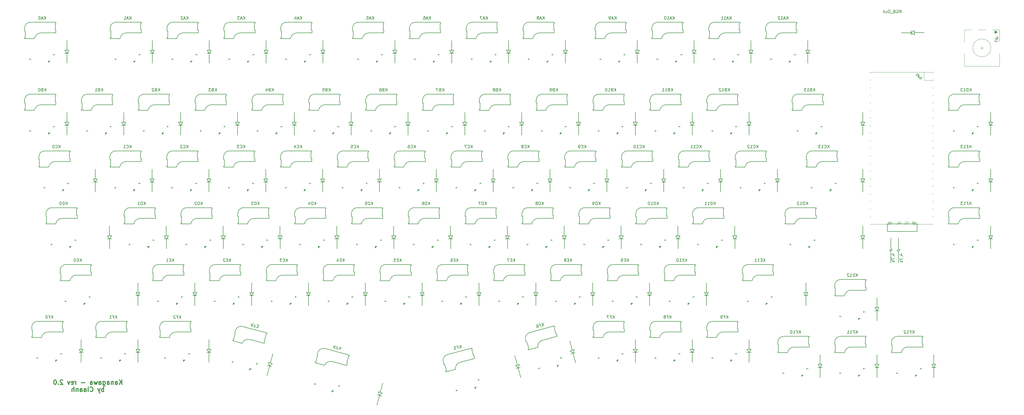
<source format=gbr>
%TF.GenerationSoftware,KiCad,Pcbnew,(6.0.6)*%
%TF.CreationDate,2022-07-23T00:41:05+02:00*%
%TF.ProjectId,middle,6d696464-6c65-42e6-9b69-6361645f7063,rev?*%
%TF.SameCoordinates,Original*%
%TF.FileFunction,Legend,Bot*%
%TF.FilePolarity,Positive*%
%FSLAX46Y46*%
G04 Gerber Fmt 4.6, Leading zero omitted, Abs format (unit mm)*
G04 Created by KiCad (PCBNEW (6.0.6)) date 2022-07-23 00:41:05*
%MOMM*%
%LPD*%
G01*
G04 APERTURE LIST*
%ADD10C,0.300000*%
%ADD11C,0.150000*%
%ADD12C,0.100000*%
%ADD13C,0.120000*%
G04 APERTURE END LIST*
D10*
X85177142Y-186971071D02*
X85177142Y-185471071D01*
X84320000Y-186971071D02*
X84962857Y-186113928D01*
X84320000Y-185471071D02*
X85177142Y-186328214D01*
X83034285Y-186971071D02*
X83034285Y-186185357D01*
X83105714Y-186042500D01*
X83248571Y-185971071D01*
X83534285Y-185971071D01*
X83677142Y-186042500D01*
X83034285Y-186899642D02*
X83177142Y-186971071D01*
X83534285Y-186971071D01*
X83677142Y-186899642D01*
X83748571Y-186756785D01*
X83748571Y-186613928D01*
X83677142Y-186471071D01*
X83534285Y-186399642D01*
X83177142Y-186399642D01*
X83034285Y-186328214D01*
X82320000Y-185971071D02*
X82320000Y-186971071D01*
X82320000Y-186113928D02*
X82248571Y-186042500D01*
X82105714Y-185971071D01*
X81891428Y-185971071D01*
X81748571Y-186042500D01*
X81677142Y-186185357D01*
X81677142Y-186971071D01*
X80320000Y-186971071D02*
X80320000Y-186185357D01*
X80391428Y-186042500D01*
X80534285Y-185971071D01*
X80820000Y-185971071D01*
X80962857Y-186042500D01*
X80320000Y-186899642D02*
X80462857Y-186971071D01*
X80820000Y-186971071D01*
X80962857Y-186899642D01*
X81034285Y-186756785D01*
X81034285Y-186613928D01*
X80962857Y-186471071D01*
X80820000Y-186399642D01*
X80462857Y-186399642D01*
X80320000Y-186328214D01*
X78962857Y-185971071D02*
X78962857Y-187185357D01*
X79034285Y-187328214D01*
X79105714Y-187399642D01*
X79248571Y-187471071D01*
X79462857Y-187471071D01*
X79605714Y-187399642D01*
X78962857Y-186899642D02*
X79105714Y-186971071D01*
X79391428Y-186971071D01*
X79534285Y-186899642D01*
X79605714Y-186828214D01*
X79677142Y-186685357D01*
X79677142Y-186256785D01*
X79605714Y-186113928D01*
X79534285Y-186042500D01*
X79391428Y-185971071D01*
X79105714Y-185971071D01*
X78962857Y-186042500D01*
X77605714Y-186971071D02*
X77605714Y-186185357D01*
X77677142Y-186042500D01*
X77820000Y-185971071D01*
X78105714Y-185971071D01*
X78248571Y-186042500D01*
X77605714Y-186899642D02*
X77748571Y-186971071D01*
X78105714Y-186971071D01*
X78248571Y-186899642D01*
X78320000Y-186756785D01*
X78320000Y-186613928D01*
X78248571Y-186471071D01*
X78105714Y-186399642D01*
X77748571Y-186399642D01*
X77605714Y-186328214D01*
X77034285Y-185971071D02*
X76748571Y-186971071D01*
X76462857Y-186256785D01*
X76177142Y-186971071D01*
X75891428Y-185971071D01*
X74677142Y-186971071D02*
X74677142Y-186185357D01*
X74748571Y-186042500D01*
X74891428Y-185971071D01*
X75177142Y-185971071D01*
X75320000Y-186042500D01*
X74677142Y-186899642D02*
X74820000Y-186971071D01*
X75177142Y-186971071D01*
X75320000Y-186899642D01*
X75391428Y-186756785D01*
X75391428Y-186613928D01*
X75320000Y-186471071D01*
X75177142Y-186399642D01*
X74820000Y-186399642D01*
X74677142Y-186328214D01*
X72820000Y-186399642D02*
X71677142Y-186399642D01*
X69820000Y-186971071D02*
X69820000Y-185971071D01*
X69820000Y-186256785D02*
X69748571Y-186113928D01*
X69677142Y-186042500D01*
X69534285Y-185971071D01*
X69391428Y-185971071D01*
X68320000Y-186899642D02*
X68462857Y-186971071D01*
X68748571Y-186971071D01*
X68891428Y-186899642D01*
X68962857Y-186756785D01*
X68962857Y-186185357D01*
X68891428Y-186042500D01*
X68748571Y-185971071D01*
X68462857Y-185971071D01*
X68320000Y-186042500D01*
X68248571Y-186185357D01*
X68248571Y-186328214D01*
X68962857Y-186471071D01*
X67748571Y-185971071D02*
X67391428Y-186971071D01*
X67034285Y-185971071D01*
X65391428Y-185613928D02*
X65320000Y-185542500D01*
X65177142Y-185471071D01*
X64820000Y-185471071D01*
X64677142Y-185542500D01*
X64605714Y-185613928D01*
X64534285Y-185756785D01*
X64534285Y-185899642D01*
X64605714Y-186113928D01*
X65462857Y-186971071D01*
X64534285Y-186971071D01*
X63891428Y-186828214D02*
X63820000Y-186899642D01*
X63891428Y-186971071D01*
X63962857Y-186899642D01*
X63891428Y-186828214D01*
X63891428Y-186971071D01*
X62891428Y-185471071D02*
X62748571Y-185471071D01*
X62605714Y-185542500D01*
X62534285Y-185613928D01*
X62462857Y-185756785D01*
X62391428Y-186042500D01*
X62391428Y-186399642D01*
X62462857Y-186685357D01*
X62534285Y-186828214D01*
X62605714Y-186899642D01*
X62748571Y-186971071D01*
X62891428Y-186971071D01*
X63034285Y-186899642D01*
X63105714Y-186828214D01*
X63177142Y-186685357D01*
X63248571Y-186399642D01*
X63248571Y-186042500D01*
X63177142Y-185756785D01*
X63105714Y-185613928D01*
X63034285Y-185542500D01*
X62891428Y-185471071D01*
X79105714Y-189386071D02*
X79105714Y-187886071D01*
X79105714Y-188457500D02*
X78962857Y-188386071D01*
X78677142Y-188386071D01*
X78534285Y-188457500D01*
X78462857Y-188528928D01*
X78391428Y-188671785D01*
X78391428Y-189100357D01*
X78462857Y-189243214D01*
X78534285Y-189314642D01*
X78677142Y-189386071D01*
X78962857Y-189386071D01*
X79105714Y-189314642D01*
X77891428Y-188386071D02*
X77534285Y-189386071D01*
X77177142Y-188386071D02*
X77534285Y-189386071D01*
X77677142Y-189743214D01*
X77748571Y-189814642D01*
X77891428Y-189886071D01*
X74605714Y-189243214D02*
X74677142Y-189314642D01*
X74891428Y-189386071D01*
X75034285Y-189386071D01*
X75248571Y-189314642D01*
X75391428Y-189171785D01*
X75462857Y-189028928D01*
X75534285Y-188743214D01*
X75534285Y-188528928D01*
X75462857Y-188243214D01*
X75391428Y-188100357D01*
X75248571Y-187957500D01*
X75034285Y-187886071D01*
X74891428Y-187886071D01*
X74677142Y-187957500D01*
X74605714Y-188028928D01*
X73962857Y-189386071D02*
X73962857Y-188386071D01*
X73962857Y-187886071D02*
X74034285Y-187957500D01*
X73962857Y-188028928D01*
X73891428Y-187957500D01*
X73962857Y-187886071D01*
X73962857Y-188028928D01*
X72605714Y-189386071D02*
X72605714Y-188600357D01*
X72677142Y-188457500D01*
X72820000Y-188386071D01*
X73105714Y-188386071D01*
X73248571Y-188457500D01*
X72605714Y-189314642D02*
X72748571Y-189386071D01*
X73105714Y-189386071D01*
X73248571Y-189314642D01*
X73320000Y-189171785D01*
X73320000Y-189028928D01*
X73248571Y-188886071D01*
X73105714Y-188814642D01*
X72748571Y-188814642D01*
X72605714Y-188743214D01*
X71248571Y-189386071D02*
X71248571Y-188600357D01*
X71320000Y-188457500D01*
X71462857Y-188386071D01*
X71748571Y-188386071D01*
X71891428Y-188457500D01*
X71248571Y-189314642D02*
X71391428Y-189386071D01*
X71748571Y-189386071D01*
X71891428Y-189314642D01*
X71962857Y-189171785D01*
X71962857Y-189028928D01*
X71891428Y-188886071D01*
X71748571Y-188814642D01*
X71391428Y-188814642D01*
X71248571Y-188743214D01*
X70534285Y-188386071D02*
X70534285Y-189386071D01*
X70534285Y-188528928D02*
X70462857Y-188457500D01*
X70320000Y-188386071D01*
X70105714Y-188386071D01*
X69962857Y-188457500D01*
X69891428Y-188600357D01*
X69891428Y-189386071D01*
X69177142Y-189386071D02*
X69177142Y-187886071D01*
X68534285Y-189386071D02*
X68534285Y-188600357D01*
X68605714Y-188457500D01*
X68748571Y-188386071D01*
X68962857Y-188386071D01*
X69105714Y-188457500D01*
X69177142Y-188528928D01*
D11*
X378817619Y-72035714D02*
X378008095Y-72035714D01*
X377912857Y-71988095D01*
X377865238Y-71940476D01*
X377817619Y-71845238D01*
X377817619Y-71654761D01*
X377865238Y-71559523D01*
X377912857Y-71511904D01*
X378008095Y-71464285D01*
X378817619Y-71464285D01*
X377817619Y-70988095D02*
X378817619Y-70988095D01*
X378817619Y-70607142D01*
X378770000Y-70511904D01*
X378722380Y-70464285D01*
X378627142Y-70416666D01*
X378484285Y-70416666D01*
X378389047Y-70464285D01*
X378341428Y-70511904D01*
X378293809Y-70607142D01*
X378293809Y-70988095D01*
X377865238Y-69226190D02*
X377817619Y-69226190D01*
X377960476Y-69178571D02*
X377817619Y-69178571D01*
X378055714Y-69130952D02*
X377817619Y-69130952D01*
X378150952Y-69083333D02*
X377817619Y-69083333D01*
X378198571Y-69035714D02*
X377817619Y-69035714D01*
X378293809Y-68988095D02*
X377817619Y-68988095D01*
X378389047Y-68940476D02*
X377817619Y-68940476D01*
X378484285Y-68892857D02*
X377817619Y-68892857D01*
X378579523Y-68845238D02*
X377817619Y-68845238D01*
X378484285Y-68797619D02*
X377817619Y-68797619D01*
X378389047Y-68750000D02*
X377817619Y-68750000D01*
X378293809Y-68702380D02*
X377817619Y-68702380D01*
X378198571Y-68654761D02*
X377817619Y-68654761D01*
X378150952Y-68607142D02*
X377817619Y-68607142D01*
X378055714Y-68559523D02*
X377817619Y-68559523D01*
X377960476Y-68511904D02*
X377817619Y-68511904D01*
X377817619Y-68464285D02*
X378531904Y-68845238D01*
X377817619Y-69226190D01*
X377865238Y-68464285D02*
X377817619Y-68464285D01*
X378579523Y-68845238D02*
X377817619Y-68416666D01*
X377817619Y-69273809D01*
X378579523Y-68845238D01*
%TO.C,KD13*%
X369801785Y-88647380D02*
X369801785Y-87647380D01*
X369230357Y-88647380D02*
X369658928Y-88075952D01*
X369230357Y-87647380D02*
X369801785Y-88218809D01*
X368801785Y-88647380D02*
X368801785Y-87647380D01*
X368563690Y-87647380D01*
X368420833Y-87695000D01*
X368325595Y-87790238D01*
X368277976Y-87885476D01*
X368230357Y-88075952D01*
X368230357Y-88218809D01*
X368277976Y-88409285D01*
X368325595Y-88504523D01*
X368420833Y-88599761D01*
X368563690Y-88647380D01*
X368801785Y-88647380D01*
X367277976Y-88647380D02*
X367849404Y-88647380D01*
X367563690Y-88647380D02*
X367563690Y-87647380D01*
X367658928Y-87790238D01*
X367754166Y-87885476D01*
X367849404Y-87933095D01*
X366944642Y-87647380D02*
X366325595Y-87647380D01*
X366658928Y-88028333D01*
X366516071Y-88028333D01*
X366420833Y-88075952D01*
X366373214Y-88123571D01*
X366325595Y-88218809D01*
X366325595Y-88456904D01*
X366373214Y-88552142D01*
X366420833Y-88599761D01*
X366516071Y-88647380D01*
X366801785Y-88647380D01*
X366897023Y-88599761D01*
X366944642Y-88552142D01*
%TO.C,KA5*%
X169591666Y-64547380D02*
X169591666Y-63547380D01*
X169020238Y-64547380D02*
X169448809Y-63975952D01*
X169020238Y-63547380D02*
X169591666Y-64118809D01*
X168639285Y-64261666D02*
X168163095Y-64261666D01*
X168734523Y-64547380D02*
X168401190Y-63547380D01*
X168067857Y-64547380D01*
X167258333Y-63547380D02*
X167734523Y-63547380D01*
X167782142Y-64023571D01*
X167734523Y-63975952D01*
X167639285Y-63928333D01*
X167401190Y-63928333D01*
X167305952Y-63975952D01*
X167258333Y-64023571D01*
X167210714Y-64118809D01*
X167210714Y-64356904D01*
X167258333Y-64452142D01*
X167305952Y-64499761D01*
X167401190Y-64547380D01*
X167639285Y-64547380D01*
X167734523Y-64499761D01*
X167782142Y-64452142D01*
%TO.C,KF9*%
X288291666Y-164847380D02*
X288291666Y-163847380D01*
X287720238Y-164847380D02*
X288148809Y-164275952D01*
X287720238Y-163847380D02*
X288291666Y-164418809D01*
X286958333Y-164323571D02*
X287291666Y-164323571D01*
X287291666Y-164847380D02*
X287291666Y-163847380D01*
X286815476Y-163847380D01*
X286386904Y-164847380D02*
X286196428Y-164847380D01*
X286101190Y-164799761D01*
X286053571Y-164752142D01*
X285958333Y-164609285D01*
X285910714Y-164418809D01*
X285910714Y-164037857D01*
X285958333Y-163942619D01*
X286005952Y-163895000D01*
X286101190Y-163847380D01*
X286291666Y-163847380D01*
X286386904Y-163895000D01*
X286434523Y-163942619D01*
X286482142Y-164037857D01*
X286482142Y-164275952D01*
X286434523Y-164371190D01*
X286386904Y-164418809D01*
X286291666Y-164466428D01*
X286101190Y-164466428D01*
X286005952Y-164418809D01*
X285958333Y-164371190D01*
X285910714Y-164275952D01*
%TO.C,KC7*%
X202638095Y-107697380D02*
X202638095Y-106697380D01*
X202066666Y-107697380D02*
X202495238Y-107125952D01*
X202066666Y-106697380D02*
X202638095Y-107268809D01*
X201066666Y-107602142D02*
X201114285Y-107649761D01*
X201257142Y-107697380D01*
X201352380Y-107697380D01*
X201495238Y-107649761D01*
X201590476Y-107554523D01*
X201638095Y-107459285D01*
X201685714Y-107268809D01*
X201685714Y-107125952D01*
X201638095Y-106935476D01*
X201590476Y-106840238D01*
X201495238Y-106745000D01*
X201352380Y-106697380D01*
X201257142Y-106697380D01*
X201114285Y-106745000D01*
X201066666Y-106792619D01*
X200733333Y-106697380D02*
X200066666Y-106697380D01*
X200495238Y-107697380D01*
%TO.C,KE11*%
X300697916Y-145797380D02*
X300697916Y-144797380D01*
X300126488Y-145797380D02*
X300555059Y-145225952D01*
X300126488Y-144797380D02*
X300697916Y-145368809D01*
X299697916Y-145273571D02*
X299364583Y-145273571D01*
X299221726Y-145797380D02*
X299697916Y-145797380D01*
X299697916Y-144797380D01*
X299221726Y-144797380D01*
X298269345Y-145797380D02*
X298840773Y-145797380D01*
X298555059Y-145797380D02*
X298555059Y-144797380D01*
X298650297Y-144940238D01*
X298745535Y-145035476D01*
X298840773Y-145083095D01*
X297316964Y-145797380D02*
X297888392Y-145797380D01*
X297602678Y-145797380D02*
X297602678Y-144797380D01*
X297697916Y-144940238D01*
X297793154Y-145035476D01*
X297888392Y-145083095D01*
%TO.C,KC9*%
X240738095Y-107697380D02*
X240738095Y-106697380D01*
X240166666Y-107697380D02*
X240595238Y-107125952D01*
X240166666Y-106697380D02*
X240738095Y-107268809D01*
X239166666Y-107602142D02*
X239214285Y-107649761D01*
X239357142Y-107697380D01*
X239452380Y-107697380D01*
X239595238Y-107649761D01*
X239690476Y-107554523D01*
X239738095Y-107459285D01*
X239785714Y-107268809D01*
X239785714Y-107125952D01*
X239738095Y-106935476D01*
X239690476Y-106840238D01*
X239595238Y-106745000D01*
X239452380Y-106697380D01*
X239357142Y-106697380D01*
X239214285Y-106745000D01*
X239166666Y-106792619D01*
X238690476Y-107697380D02*
X238500000Y-107697380D01*
X238404761Y-107649761D01*
X238357142Y-107602142D01*
X238261904Y-107459285D01*
X238214285Y-107268809D01*
X238214285Y-106887857D01*
X238261904Y-106792619D01*
X238309523Y-106745000D01*
X238404761Y-106697380D01*
X238595238Y-106697380D01*
X238690476Y-106745000D01*
X238738095Y-106792619D01*
X238785714Y-106887857D01*
X238785714Y-107125952D01*
X238738095Y-107221190D01*
X238690476Y-107268809D01*
X238595238Y-107316428D01*
X238404761Y-107316428D01*
X238309523Y-107268809D01*
X238261904Y-107221190D01*
X238214285Y-107125952D01*
%TO.C,KB9*%
X231213095Y-88647380D02*
X231213095Y-87647380D01*
X230641666Y-88647380D02*
X231070238Y-88075952D01*
X230641666Y-87647380D02*
X231213095Y-88218809D01*
X229879761Y-88123571D02*
X229736904Y-88171190D01*
X229689285Y-88218809D01*
X229641666Y-88314047D01*
X229641666Y-88456904D01*
X229689285Y-88552142D01*
X229736904Y-88599761D01*
X229832142Y-88647380D01*
X230213095Y-88647380D01*
X230213095Y-87647380D01*
X229879761Y-87647380D01*
X229784523Y-87695000D01*
X229736904Y-87742619D01*
X229689285Y-87837857D01*
X229689285Y-87933095D01*
X229736904Y-88028333D01*
X229784523Y-88075952D01*
X229879761Y-88123571D01*
X230213095Y-88123571D01*
X229165476Y-88647380D02*
X228975000Y-88647380D01*
X228879761Y-88599761D01*
X228832142Y-88552142D01*
X228736904Y-88409285D01*
X228689285Y-88218809D01*
X228689285Y-87837857D01*
X228736904Y-87742619D01*
X228784523Y-87695000D01*
X228879761Y-87647380D01*
X229070238Y-87647380D01*
X229165476Y-87695000D01*
X229213095Y-87742619D01*
X229260714Y-87837857D01*
X229260714Y-88075952D01*
X229213095Y-88171190D01*
X229165476Y-88218809D01*
X229070238Y-88266428D01*
X228879761Y-88266428D01*
X228784523Y-88218809D01*
X228736904Y-88171190D01*
X228689285Y-88075952D01*
%TO.C,KF3*%
X128808937Y-166476885D02*
X128550118Y-167442810D01*
X129360894Y-166624781D02*
X128799030Y-167065816D01*
X129102075Y-167590707D02*
X128698014Y-166890853D01*
X129961266Y-167327938D02*
X129639291Y-167241665D01*
X129774863Y-166735704D02*
X129516044Y-167701629D01*
X129976008Y-167824877D01*
X130251987Y-167898825D02*
X130849941Y-168059046D01*
X130626564Y-167604801D01*
X130764553Y-167641776D01*
X130868871Y-167620429D01*
X130927192Y-167586757D01*
X130997838Y-167507089D01*
X131059461Y-167277106D01*
X131038114Y-167172789D01*
X131004443Y-167114467D01*
X130924774Y-167043821D01*
X130648796Y-166969873D01*
X130544478Y-166991220D01*
X130486157Y-167024892D01*
%TO.C,KB0*%
X59763095Y-88647380D02*
X59763095Y-87647380D01*
X59191666Y-88647380D02*
X59620238Y-88075952D01*
X59191666Y-87647380D02*
X59763095Y-88218809D01*
X58429761Y-88123571D02*
X58286904Y-88171190D01*
X58239285Y-88218809D01*
X58191666Y-88314047D01*
X58191666Y-88456904D01*
X58239285Y-88552142D01*
X58286904Y-88599761D01*
X58382142Y-88647380D01*
X58763095Y-88647380D01*
X58763095Y-87647380D01*
X58429761Y-87647380D01*
X58334523Y-87695000D01*
X58286904Y-87742619D01*
X58239285Y-87837857D01*
X58239285Y-87933095D01*
X58286904Y-88028333D01*
X58334523Y-88075952D01*
X58429761Y-88123571D01*
X58763095Y-88123571D01*
X57572619Y-87647380D02*
X57477380Y-87647380D01*
X57382142Y-87695000D01*
X57334523Y-87742619D01*
X57286904Y-87837857D01*
X57239285Y-88028333D01*
X57239285Y-88266428D01*
X57286904Y-88456904D01*
X57334523Y-88552142D01*
X57382142Y-88599761D01*
X57477380Y-88647380D01*
X57572619Y-88647380D01*
X57667857Y-88599761D01*
X57715476Y-88552142D01*
X57763095Y-88456904D01*
X57810714Y-88266428D01*
X57810714Y-88028333D01*
X57763095Y-87837857D01*
X57715476Y-87742619D01*
X57667857Y-87695000D01*
X57572619Y-87647380D01*
%TO.C,KC2*%
X107388095Y-107697380D02*
X107388095Y-106697380D01*
X106816666Y-107697380D02*
X107245238Y-107125952D01*
X106816666Y-106697380D02*
X107388095Y-107268809D01*
X105816666Y-107602142D02*
X105864285Y-107649761D01*
X106007142Y-107697380D01*
X106102380Y-107697380D01*
X106245238Y-107649761D01*
X106340476Y-107554523D01*
X106388095Y-107459285D01*
X106435714Y-107268809D01*
X106435714Y-107125952D01*
X106388095Y-106935476D01*
X106340476Y-106840238D01*
X106245238Y-106745000D01*
X106102380Y-106697380D01*
X106007142Y-106697380D01*
X105864285Y-106745000D01*
X105816666Y-106792619D01*
X105435714Y-106792619D02*
X105388095Y-106745000D01*
X105292857Y-106697380D01*
X105054761Y-106697380D01*
X104959523Y-106745000D01*
X104911904Y-106792619D01*
X104864285Y-106887857D01*
X104864285Y-106983095D01*
X104911904Y-107125952D01*
X105483333Y-107697380D01*
X104864285Y-107697380D01*
%TO.C,KD7*%
X207400595Y-126747380D02*
X207400595Y-125747380D01*
X206829166Y-126747380D02*
X207257738Y-126175952D01*
X206829166Y-125747380D02*
X207400595Y-126318809D01*
X206400595Y-126747380D02*
X206400595Y-125747380D01*
X206162500Y-125747380D01*
X206019642Y-125795000D01*
X205924404Y-125890238D01*
X205876785Y-125985476D01*
X205829166Y-126175952D01*
X205829166Y-126318809D01*
X205876785Y-126509285D01*
X205924404Y-126604523D01*
X206019642Y-126699761D01*
X206162500Y-126747380D01*
X206400595Y-126747380D01*
X205495833Y-125747380D02*
X204829166Y-125747380D01*
X205257738Y-126747380D01*
%TO.C,KA7*%
X207691666Y-64547380D02*
X207691666Y-63547380D01*
X207120238Y-64547380D02*
X207548809Y-63975952D01*
X207120238Y-63547380D02*
X207691666Y-64118809D01*
X206739285Y-64261666D02*
X206263095Y-64261666D01*
X206834523Y-64547380D02*
X206501190Y-63547380D01*
X206167857Y-64547380D01*
X205929761Y-63547380D02*
X205263095Y-63547380D01*
X205691666Y-64547380D01*
%TO.C,KC3*%
X126438095Y-107697380D02*
X126438095Y-106697380D01*
X125866666Y-107697380D02*
X126295238Y-107125952D01*
X125866666Y-106697380D02*
X126438095Y-107268809D01*
X124866666Y-107602142D02*
X124914285Y-107649761D01*
X125057142Y-107697380D01*
X125152380Y-107697380D01*
X125295238Y-107649761D01*
X125390476Y-107554523D01*
X125438095Y-107459285D01*
X125485714Y-107268809D01*
X125485714Y-107125952D01*
X125438095Y-106935476D01*
X125390476Y-106840238D01*
X125295238Y-106745000D01*
X125152380Y-106697380D01*
X125057142Y-106697380D01*
X124914285Y-106745000D01*
X124866666Y-106792619D01*
X124533333Y-106697380D02*
X123914285Y-106697380D01*
X124247619Y-107078333D01*
X124104761Y-107078333D01*
X124009523Y-107125952D01*
X123961904Y-107173571D01*
X123914285Y-107268809D01*
X123914285Y-107506904D01*
X123961904Y-107602142D01*
X124009523Y-107649761D01*
X124104761Y-107697380D01*
X124390476Y-107697380D01*
X124485714Y-107649761D01*
X124533333Y-107602142D01*
%TO.C,KA10*%
X270367857Y-64547380D02*
X270367857Y-63547380D01*
X269796428Y-64547380D02*
X270225000Y-63975952D01*
X269796428Y-63547380D02*
X270367857Y-64118809D01*
X269415476Y-64261666D02*
X268939285Y-64261666D01*
X269510714Y-64547380D02*
X269177380Y-63547380D01*
X268844047Y-64547380D01*
X267986904Y-64547380D02*
X268558333Y-64547380D01*
X268272619Y-64547380D02*
X268272619Y-63547380D01*
X268367857Y-63690238D01*
X268463095Y-63785476D01*
X268558333Y-63833095D01*
X267367857Y-63547380D02*
X267272619Y-63547380D01*
X267177380Y-63595000D01*
X267129761Y-63642619D01*
X267082142Y-63737857D01*
X267034523Y-63928333D01*
X267034523Y-64166428D01*
X267082142Y-64356904D01*
X267129761Y-64452142D01*
X267177380Y-64499761D01*
X267272619Y-64547380D01*
X267367857Y-64547380D01*
X267463095Y-64499761D01*
X267510714Y-64452142D01*
X267558333Y-64356904D01*
X267605952Y-64166428D01*
X267605952Y-63928333D01*
X267558333Y-63737857D01*
X267510714Y-63642619D01*
X267463095Y-63595000D01*
X267367857Y-63547380D01*
%TO.C,KC5*%
X164538095Y-107697380D02*
X164538095Y-106697380D01*
X163966666Y-107697380D02*
X164395238Y-107125952D01*
X163966666Y-106697380D02*
X164538095Y-107268809D01*
X162966666Y-107602142D02*
X163014285Y-107649761D01*
X163157142Y-107697380D01*
X163252380Y-107697380D01*
X163395238Y-107649761D01*
X163490476Y-107554523D01*
X163538095Y-107459285D01*
X163585714Y-107268809D01*
X163585714Y-107125952D01*
X163538095Y-106935476D01*
X163490476Y-106840238D01*
X163395238Y-106745000D01*
X163252380Y-106697380D01*
X163157142Y-106697380D01*
X163014285Y-106745000D01*
X162966666Y-106792619D01*
X162061904Y-106697380D02*
X162538095Y-106697380D01*
X162585714Y-107173571D01*
X162538095Y-107125952D01*
X162442857Y-107078333D01*
X162204761Y-107078333D01*
X162109523Y-107125952D01*
X162061904Y-107173571D01*
X162014285Y-107268809D01*
X162014285Y-107506904D01*
X162061904Y-107602142D01*
X162109523Y-107649761D01*
X162204761Y-107697380D01*
X162442857Y-107697380D01*
X162538095Y-107649761D01*
X162585714Y-107602142D01*
%TO.C,KF11*%
X331630357Y-169897380D02*
X331630357Y-168897380D01*
X331058928Y-169897380D02*
X331487500Y-169325952D01*
X331058928Y-168897380D02*
X331630357Y-169468809D01*
X330297023Y-169373571D02*
X330630357Y-169373571D01*
X330630357Y-169897380D02*
X330630357Y-168897380D01*
X330154166Y-168897380D01*
X329249404Y-169897380D02*
X329820833Y-169897380D01*
X329535119Y-169897380D02*
X329535119Y-168897380D01*
X329630357Y-169040238D01*
X329725595Y-169135476D01*
X329820833Y-169183095D01*
X328297023Y-169897380D02*
X328868452Y-169897380D01*
X328582738Y-169897380D02*
X328582738Y-168897380D01*
X328677976Y-169040238D01*
X328773214Y-169135476D01*
X328868452Y-169183095D01*
%TO.C,R2*%
X346255714Y-143701428D02*
X346922380Y-143701428D01*
X345874761Y-143463333D02*
X346589047Y-143225238D01*
X346589047Y-143844285D01*
X346827142Y-144225238D02*
X346874761Y-144272857D01*
X346922380Y-144225238D01*
X346874761Y-144177619D01*
X346827142Y-144225238D01*
X346922380Y-144225238D01*
X345922380Y-144606190D02*
X345922380Y-145272857D01*
X346922380Y-144844285D01*
X346922380Y-145653809D02*
X345922380Y-145653809D01*
X346541428Y-145749047D02*
X346922380Y-146034761D01*
X346255714Y-146034761D02*
X346636666Y-145653809D01*
%TO.C,KE7*%
X216877976Y-145797380D02*
X216877976Y-144797380D01*
X216306547Y-145797380D02*
X216735119Y-145225952D01*
X216306547Y-144797380D02*
X216877976Y-145368809D01*
X215877976Y-145273571D02*
X215544642Y-145273571D01*
X215401785Y-145797380D02*
X215877976Y-145797380D01*
X215877976Y-144797380D01*
X215401785Y-144797380D01*
X215068452Y-144797380D02*
X214401785Y-144797380D01*
X214830357Y-145797380D01*
%TO.C,KF12*%
X350680357Y-169897380D02*
X350680357Y-168897380D01*
X350108928Y-169897380D02*
X350537500Y-169325952D01*
X350108928Y-168897380D02*
X350680357Y-169468809D01*
X349347023Y-169373571D02*
X349680357Y-169373571D01*
X349680357Y-169897380D02*
X349680357Y-168897380D01*
X349204166Y-168897380D01*
X348299404Y-169897380D02*
X348870833Y-169897380D01*
X348585119Y-169897380D02*
X348585119Y-168897380D01*
X348680357Y-169040238D01*
X348775595Y-169135476D01*
X348870833Y-169183095D01*
X347918452Y-168992619D02*
X347870833Y-168945000D01*
X347775595Y-168897380D01*
X347537500Y-168897380D01*
X347442261Y-168945000D01*
X347394642Y-168992619D01*
X347347023Y-169087857D01*
X347347023Y-169183095D01*
X347394642Y-169325952D01*
X347966071Y-169897380D01*
X347347023Y-169897380D01*
%TO.C,KE5*%
X178777976Y-145797380D02*
X178777976Y-144797380D01*
X178206547Y-145797380D02*
X178635119Y-145225952D01*
X178206547Y-144797380D02*
X178777976Y-145368809D01*
X177777976Y-145273571D02*
X177444642Y-145273571D01*
X177301785Y-145797380D02*
X177777976Y-145797380D01*
X177777976Y-144797380D01*
X177301785Y-144797380D01*
X176397023Y-144797380D02*
X176873214Y-144797380D01*
X176920833Y-145273571D01*
X176873214Y-145225952D01*
X176777976Y-145178333D01*
X176539880Y-145178333D01*
X176444642Y-145225952D01*
X176397023Y-145273571D01*
X176349404Y-145368809D01*
X176349404Y-145606904D01*
X176397023Y-145702142D01*
X176444642Y-145749761D01*
X176539880Y-145797380D01*
X176777976Y-145797380D01*
X176873214Y-145749761D01*
X176920833Y-145702142D01*
%TO.C,KB5*%
X155013095Y-88647380D02*
X155013095Y-87647380D01*
X154441666Y-88647380D02*
X154870238Y-88075952D01*
X154441666Y-87647380D02*
X155013095Y-88218809D01*
X153679761Y-88123571D02*
X153536904Y-88171190D01*
X153489285Y-88218809D01*
X153441666Y-88314047D01*
X153441666Y-88456904D01*
X153489285Y-88552142D01*
X153536904Y-88599761D01*
X153632142Y-88647380D01*
X154013095Y-88647380D01*
X154013095Y-87647380D01*
X153679761Y-87647380D01*
X153584523Y-87695000D01*
X153536904Y-87742619D01*
X153489285Y-87837857D01*
X153489285Y-87933095D01*
X153536904Y-88028333D01*
X153584523Y-88075952D01*
X153679761Y-88123571D01*
X154013095Y-88123571D01*
X152536904Y-87647380D02*
X153013095Y-87647380D01*
X153060714Y-88123571D01*
X153013095Y-88075952D01*
X152917857Y-88028333D01*
X152679761Y-88028333D01*
X152584523Y-88075952D01*
X152536904Y-88123571D01*
X152489285Y-88218809D01*
X152489285Y-88456904D01*
X152536904Y-88552142D01*
X152584523Y-88599761D01*
X152679761Y-88647380D01*
X152917857Y-88647380D01*
X153013095Y-88599761D01*
X153060714Y-88552142D01*
%TO.C,KD10*%
X265026785Y-126747380D02*
X265026785Y-125747380D01*
X264455357Y-126747380D02*
X264883928Y-126175952D01*
X264455357Y-125747380D02*
X265026785Y-126318809D01*
X264026785Y-126747380D02*
X264026785Y-125747380D01*
X263788690Y-125747380D01*
X263645833Y-125795000D01*
X263550595Y-125890238D01*
X263502976Y-125985476D01*
X263455357Y-126175952D01*
X263455357Y-126318809D01*
X263502976Y-126509285D01*
X263550595Y-126604523D01*
X263645833Y-126699761D01*
X263788690Y-126747380D01*
X264026785Y-126747380D01*
X262502976Y-126747380D02*
X263074404Y-126747380D01*
X262788690Y-126747380D02*
X262788690Y-125747380D01*
X262883928Y-125890238D01*
X262979166Y-125985476D01*
X263074404Y-126033095D01*
X261883928Y-125747380D02*
X261788690Y-125747380D01*
X261693452Y-125795000D01*
X261645833Y-125842619D01*
X261598214Y-125937857D01*
X261550595Y-126128333D01*
X261550595Y-126366428D01*
X261598214Y-126556904D01*
X261645833Y-126652142D01*
X261693452Y-126699761D01*
X261788690Y-126747380D01*
X261883928Y-126747380D01*
X261979166Y-126699761D01*
X262026785Y-126652142D01*
X262074404Y-126556904D01*
X262122023Y-126366428D01*
X262122023Y-126128333D01*
X262074404Y-125937857D01*
X262026785Y-125842619D01*
X261979166Y-125795000D01*
X261883928Y-125747380D01*
%TO.C,KA0*%
X59691666Y-64547380D02*
X59691666Y-63547380D01*
X59120238Y-64547380D02*
X59548809Y-63975952D01*
X59120238Y-63547380D02*
X59691666Y-64118809D01*
X58739285Y-64261666D02*
X58263095Y-64261666D01*
X58834523Y-64547380D02*
X58501190Y-63547380D01*
X58167857Y-64547380D01*
X57644047Y-63547380D02*
X57548809Y-63547380D01*
X57453571Y-63595000D01*
X57405952Y-63642619D01*
X57358333Y-63737857D01*
X57310714Y-63928333D01*
X57310714Y-64166428D01*
X57358333Y-64356904D01*
X57405952Y-64452142D01*
X57453571Y-64499761D01*
X57548809Y-64547380D01*
X57644047Y-64547380D01*
X57739285Y-64499761D01*
X57786904Y-64452142D01*
X57834523Y-64356904D01*
X57882142Y-64166428D01*
X57882142Y-63928333D01*
X57834523Y-63737857D01*
X57786904Y-63642619D01*
X57739285Y-63595000D01*
X57644047Y-63547380D01*
%TO.C,KD1*%
X93100595Y-126747380D02*
X93100595Y-125747380D01*
X92529166Y-126747380D02*
X92957738Y-126175952D01*
X92529166Y-125747380D02*
X93100595Y-126318809D01*
X92100595Y-126747380D02*
X92100595Y-125747380D01*
X91862500Y-125747380D01*
X91719642Y-125795000D01*
X91624404Y-125890238D01*
X91576785Y-125985476D01*
X91529166Y-126175952D01*
X91529166Y-126318809D01*
X91576785Y-126509285D01*
X91624404Y-126604523D01*
X91719642Y-126699761D01*
X91862500Y-126747380D01*
X92100595Y-126747380D01*
X90576785Y-126747380D02*
X91148214Y-126747380D01*
X90862500Y-126747380D02*
X90862500Y-125747380D01*
X90957738Y-125890238D01*
X91052976Y-125985476D01*
X91148214Y-126033095D01*
%TO.C,KB10*%
X250739285Y-88647380D02*
X250739285Y-87647380D01*
X250167857Y-88647380D02*
X250596428Y-88075952D01*
X250167857Y-87647380D02*
X250739285Y-88218809D01*
X249405952Y-88123571D02*
X249263095Y-88171190D01*
X249215476Y-88218809D01*
X249167857Y-88314047D01*
X249167857Y-88456904D01*
X249215476Y-88552142D01*
X249263095Y-88599761D01*
X249358333Y-88647380D01*
X249739285Y-88647380D01*
X249739285Y-87647380D01*
X249405952Y-87647380D01*
X249310714Y-87695000D01*
X249263095Y-87742619D01*
X249215476Y-87837857D01*
X249215476Y-87933095D01*
X249263095Y-88028333D01*
X249310714Y-88075952D01*
X249405952Y-88123571D01*
X249739285Y-88123571D01*
X248215476Y-88647380D02*
X248786904Y-88647380D01*
X248501190Y-88647380D02*
X248501190Y-87647380D01*
X248596428Y-87790238D01*
X248691666Y-87885476D01*
X248786904Y-87933095D01*
X247596428Y-87647380D02*
X247501190Y-87647380D01*
X247405952Y-87695000D01*
X247358333Y-87742619D01*
X247310714Y-87837857D01*
X247263095Y-88028333D01*
X247263095Y-88266428D01*
X247310714Y-88456904D01*
X247358333Y-88552142D01*
X247405952Y-88599761D01*
X247501190Y-88647380D01*
X247596428Y-88647380D01*
X247691666Y-88599761D01*
X247739285Y-88552142D01*
X247786904Y-88456904D01*
X247834523Y-88266428D01*
X247834523Y-88028333D01*
X247786904Y-87837857D01*
X247739285Y-87742619D01*
X247691666Y-87695000D01*
X247596428Y-87647380D01*
%TO.C,KC11*%
X279314285Y-107697380D02*
X279314285Y-106697380D01*
X278742857Y-107697380D02*
X279171428Y-107125952D01*
X278742857Y-106697380D02*
X279314285Y-107268809D01*
X277742857Y-107602142D02*
X277790476Y-107649761D01*
X277933333Y-107697380D01*
X278028571Y-107697380D01*
X278171428Y-107649761D01*
X278266666Y-107554523D01*
X278314285Y-107459285D01*
X278361904Y-107268809D01*
X278361904Y-107125952D01*
X278314285Y-106935476D01*
X278266666Y-106840238D01*
X278171428Y-106745000D01*
X278028571Y-106697380D01*
X277933333Y-106697380D01*
X277790476Y-106745000D01*
X277742857Y-106792619D01*
X276790476Y-107697380D02*
X277361904Y-107697380D01*
X277076190Y-107697380D02*
X277076190Y-106697380D01*
X277171428Y-106840238D01*
X277266666Y-106935476D01*
X277361904Y-106983095D01*
X275838095Y-107697380D02*
X276409523Y-107697380D01*
X276123809Y-107697380D02*
X276123809Y-106697380D01*
X276219047Y-106840238D01*
X276314285Y-106935476D01*
X276409523Y-106983095D01*
%TO.C,KF1*%
X83504166Y-164847380D02*
X83504166Y-163847380D01*
X82932738Y-164847380D02*
X83361309Y-164275952D01*
X82932738Y-163847380D02*
X83504166Y-164418809D01*
X82170833Y-164323571D02*
X82504166Y-164323571D01*
X82504166Y-164847380D02*
X82504166Y-163847380D01*
X82027976Y-163847380D01*
X81123214Y-164847380D02*
X81694642Y-164847380D01*
X81408928Y-164847380D02*
X81408928Y-163847380D01*
X81504166Y-163990238D01*
X81599404Y-164085476D01*
X81694642Y-164133095D01*
%TO.C,KE6*%
X197827976Y-145797380D02*
X197827976Y-144797380D01*
X197256547Y-145797380D02*
X197685119Y-145225952D01*
X197256547Y-144797380D02*
X197827976Y-145368809D01*
X196827976Y-145273571D02*
X196494642Y-145273571D01*
X196351785Y-145797380D02*
X196827976Y-145797380D01*
X196827976Y-144797380D01*
X196351785Y-144797380D01*
X195494642Y-144797380D02*
X195685119Y-144797380D01*
X195780357Y-144845000D01*
X195827976Y-144892619D01*
X195923214Y-145035476D01*
X195970833Y-145225952D01*
X195970833Y-145606904D01*
X195923214Y-145702142D01*
X195875595Y-145749761D01*
X195780357Y-145797380D01*
X195589880Y-145797380D01*
X195494642Y-145749761D01*
X195447023Y-145702142D01*
X195399404Y-145606904D01*
X195399404Y-145368809D01*
X195447023Y-145273571D01*
X195494642Y-145225952D01*
X195589880Y-145178333D01*
X195780357Y-145178333D01*
X195875595Y-145225952D01*
X195923214Y-145273571D01*
X195970833Y-145368809D01*
%TO.C,KA3*%
X126441666Y-64547380D02*
X126441666Y-63547380D01*
X125870238Y-64547380D02*
X126298809Y-63975952D01*
X125870238Y-63547380D02*
X126441666Y-64118809D01*
X125489285Y-64261666D02*
X125013095Y-64261666D01*
X125584523Y-64547380D02*
X125251190Y-63547380D01*
X124917857Y-64547380D01*
X124679761Y-63547380D02*
X124060714Y-63547380D01*
X124394047Y-63928333D01*
X124251190Y-63928333D01*
X124155952Y-63975952D01*
X124108333Y-64023571D01*
X124060714Y-64118809D01*
X124060714Y-64356904D01*
X124108333Y-64452142D01*
X124155952Y-64499761D01*
X124251190Y-64547380D01*
X124536904Y-64547380D01*
X124632142Y-64499761D01*
X124679761Y-64452142D01*
%TO.C,KE4*%
X159727976Y-145797380D02*
X159727976Y-144797380D01*
X159156547Y-145797380D02*
X159585119Y-145225952D01*
X159156547Y-144797380D02*
X159727976Y-145368809D01*
X158727976Y-145273571D02*
X158394642Y-145273571D01*
X158251785Y-145797380D02*
X158727976Y-145797380D01*
X158727976Y-144797380D01*
X158251785Y-144797380D01*
X157394642Y-145130714D02*
X157394642Y-145797380D01*
X157632738Y-144749761D02*
X157870833Y-145464047D01*
X157251785Y-145464047D01*
%TO.C,KD11*%
X284076785Y-126747380D02*
X284076785Y-125747380D01*
X283505357Y-126747380D02*
X283933928Y-126175952D01*
X283505357Y-125747380D02*
X284076785Y-126318809D01*
X283076785Y-126747380D02*
X283076785Y-125747380D01*
X282838690Y-125747380D01*
X282695833Y-125795000D01*
X282600595Y-125890238D01*
X282552976Y-125985476D01*
X282505357Y-126175952D01*
X282505357Y-126318809D01*
X282552976Y-126509285D01*
X282600595Y-126604523D01*
X282695833Y-126699761D01*
X282838690Y-126747380D01*
X283076785Y-126747380D01*
X281552976Y-126747380D02*
X282124404Y-126747380D01*
X281838690Y-126747380D02*
X281838690Y-125747380D01*
X281933928Y-125890238D01*
X282029166Y-125985476D01*
X282124404Y-126033095D01*
X280600595Y-126747380D02*
X281172023Y-126747380D01*
X280886309Y-126747380D02*
X280886309Y-125747380D01*
X280981547Y-125890238D01*
X281076785Y-125985476D01*
X281172023Y-126033095D01*
%TO.C,KD8*%
X226450595Y-126747380D02*
X226450595Y-125747380D01*
X225879166Y-126747380D02*
X226307738Y-126175952D01*
X225879166Y-125747380D02*
X226450595Y-126318809D01*
X225450595Y-126747380D02*
X225450595Y-125747380D01*
X225212500Y-125747380D01*
X225069642Y-125795000D01*
X224974404Y-125890238D01*
X224926785Y-125985476D01*
X224879166Y-126175952D01*
X224879166Y-126318809D01*
X224926785Y-126509285D01*
X224974404Y-126604523D01*
X225069642Y-126699761D01*
X225212500Y-126747380D01*
X225450595Y-126747380D01*
X224307738Y-126175952D02*
X224402976Y-126128333D01*
X224450595Y-126080714D01*
X224498214Y-125985476D01*
X224498214Y-125937857D01*
X224450595Y-125842619D01*
X224402976Y-125795000D01*
X224307738Y-125747380D01*
X224117261Y-125747380D01*
X224022023Y-125795000D01*
X223974404Y-125842619D01*
X223926785Y-125937857D01*
X223926785Y-125985476D01*
X223974404Y-126080714D01*
X224022023Y-126128333D01*
X224117261Y-126175952D01*
X224307738Y-126175952D01*
X224402976Y-126223571D01*
X224450595Y-126271190D01*
X224498214Y-126366428D01*
X224498214Y-126556904D01*
X224450595Y-126652142D01*
X224402976Y-126699761D01*
X224307738Y-126747380D01*
X224117261Y-126747380D01*
X224022023Y-126699761D01*
X223974404Y-126652142D01*
X223926785Y-126556904D01*
X223926785Y-126366428D01*
X223974404Y-126271190D01*
X224022023Y-126223571D01*
X224117261Y-126175952D01*
%TO.C,KF0*%
X62072916Y-164847380D02*
X62072916Y-163847380D01*
X61501488Y-164847380D02*
X61930059Y-164275952D01*
X61501488Y-163847380D02*
X62072916Y-164418809D01*
X60739583Y-164323571D02*
X61072916Y-164323571D01*
X61072916Y-164847380D02*
X61072916Y-163847380D01*
X60596726Y-163847380D01*
X60025297Y-163847380D02*
X59930059Y-163847380D01*
X59834821Y-163895000D01*
X59787202Y-163942619D01*
X59739583Y-164037857D01*
X59691964Y-164228333D01*
X59691964Y-164466428D01*
X59739583Y-164656904D01*
X59787202Y-164752142D01*
X59834821Y-164799761D01*
X59930059Y-164847380D01*
X60025297Y-164847380D01*
X60120535Y-164799761D01*
X60168154Y-164752142D01*
X60215773Y-164656904D01*
X60263392Y-164466428D01*
X60263392Y-164228333D01*
X60215773Y-164037857D01*
X60168154Y-163942619D01*
X60120535Y-163895000D01*
X60025297Y-163847380D01*
%TO.C,KE3*%
X140677976Y-145797380D02*
X140677976Y-144797380D01*
X140106547Y-145797380D02*
X140535119Y-145225952D01*
X140106547Y-144797380D02*
X140677976Y-145368809D01*
X139677976Y-145273571D02*
X139344642Y-145273571D01*
X139201785Y-145797380D02*
X139677976Y-145797380D01*
X139677976Y-144797380D01*
X139201785Y-144797380D01*
X138868452Y-144797380D02*
X138249404Y-144797380D01*
X138582738Y-145178333D01*
X138439880Y-145178333D01*
X138344642Y-145225952D01*
X138297023Y-145273571D01*
X138249404Y-145368809D01*
X138249404Y-145606904D01*
X138297023Y-145702142D01*
X138344642Y-145749761D01*
X138439880Y-145797380D01*
X138725595Y-145797380D01*
X138820833Y-145749761D01*
X138868452Y-145702142D01*
%TO.C,KF10*%
X312580357Y-169897380D02*
X312580357Y-168897380D01*
X312008928Y-169897380D02*
X312437500Y-169325952D01*
X312008928Y-168897380D02*
X312580357Y-169468809D01*
X311247023Y-169373571D02*
X311580357Y-169373571D01*
X311580357Y-169897380D02*
X311580357Y-168897380D01*
X311104166Y-168897380D01*
X310199404Y-169897380D02*
X310770833Y-169897380D01*
X310485119Y-169897380D02*
X310485119Y-168897380D01*
X310580357Y-169040238D01*
X310675595Y-169135476D01*
X310770833Y-169183095D01*
X309580357Y-168897380D02*
X309485119Y-168897380D01*
X309389880Y-168945000D01*
X309342261Y-168992619D01*
X309294642Y-169087857D01*
X309247023Y-169278333D01*
X309247023Y-169516428D01*
X309294642Y-169706904D01*
X309342261Y-169802142D01*
X309389880Y-169849761D01*
X309485119Y-169897380D01*
X309580357Y-169897380D01*
X309675595Y-169849761D01*
X309723214Y-169802142D01*
X309770833Y-169706904D01*
X309818452Y-169516428D01*
X309818452Y-169278333D01*
X309770833Y-169087857D01*
X309723214Y-168992619D01*
X309675595Y-168945000D01*
X309580357Y-168897380D01*
%TO.C,KC0*%
X64525595Y-107697380D02*
X64525595Y-106697380D01*
X63954166Y-107697380D02*
X64382738Y-107125952D01*
X63954166Y-106697380D02*
X64525595Y-107268809D01*
X62954166Y-107602142D02*
X63001785Y-107649761D01*
X63144642Y-107697380D01*
X63239880Y-107697380D01*
X63382738Y-107649761D01*
X63477976Y-107554523D01*
X63525595Y-107459285D01*
X63573214Y-107268809D01*
X63573214Y-107125952D01*
X63525595Y-106935476D01*
X63477976Y-106840238D01*
X63382738Y-106745000D01*
X63239880Y-106697380D01*
X63144642Y-106697380D01*
X63001785Y-106745000D01*
X62954166Y-106792619D01*
X62335119Y-106697380D02*
X62239880Y-106697380D01*
X62144642Y-106745000D01*
X62097023Y-106792619D01*
X62049404Y-106887857D01*
X62001785Y-107078333D01*
X62001785Y-107316428D01*
X62049404Y-107506904D01*
X62097023Y-107602142D01*
X62144642Y-107649761D01*
X62239880Y-107697380D01*
X62335119Y-107697380D01*
X62430357Y-107649761D01*
X62477976Y-107602142D01*
X62525595Y-107506904D01*
X62573214Y-107316428D01*
X62573214Y-107078333D01*
X62525595Y-106887857D01*
X62477976Y-106792619D01*
X62430357Y-106745000D01*
X62335119Y-106697380D01*
%TO.C,KD6*%
X188350595Y-126747380D02*
X188350595Y-125747380D01*
X187779166Y-126747380D02*
X188207738Y-126175952D01*
X187779166Y-125747380D02*
X188350595Y-126318809D01*
X187350595Y-126747380D02*
X187350595Y-125747380D01*
X187112500Y-125747380D01*
X186969642Y-125795000D01*
X186874404Y-125890238D01*
X186826785Y-125985476D01*
X186779166Y-126175952D01*
X186779166Y-126318809D01*
X186826785Y-126509285D01*
X186874404Y-126604523D01*
X186969642Y-126699761D01*
X187112500Y-126747380D01*
X187350595Y-126747380D01*
X185922023Y-125747380D02*
X186112500Y-125747380D01*
X186207738Y-125795000D01*
X186255357Y-125842619D01*
X186350595Y-125985476D01*
X186398214Y-126175952D01*
X186398214Y-126556904D01*
X186350595Y-126652142D01*
X186302976Y-126699761D01*
X186207738Y-126747380D01*
X186017261Y-126747380D01*
X185922023Y-126699761D01*
X185874404Y-126652142D01*
X185826785Y-126556904D01*
X185826785Y-126318809D01*
X185874404Y-126223571D01*
X185922023Y-126175952D01*
X186017261Y-126128333D01*
X186207738Y-126128333D01*
X186302976Y-126175952D01*
X186350595Y-126223571D01*
X186398214Y-126318809D01*
%TO.C,KB2*%
X97863095Y-88647380D02*
X97863095Y-87647380D01*
X97291666Y-88647380D02*
X97720238Y-88075952D01*
X97291666Y-87647380D02*
X97863095Y-88218809D01*
X96529761Y-88123571D02*
X96386904Y-88171190D01*
X96339285Y-88218809D01*
X96291666Y-88314047D01*
X96291666Y-88456904D01*
X96339285Y-88552142D01*
X96386904Y-88599761D01*
X96482142Y-88647380D01*
X96863095Y-88647380D01*
X96863095Y-87647380D01*
X96529761Y-87647380D01*
X96434523Y-87695000D01*
X96386904Y-87742619D01*
X96339285Y-87837857D01*
X96339285Y-87933095D01*
X96386904Y-88028333D01*
X96434523Y-88075952D01*
X96529761Y-88123571D01*
X96863095Y-88123571D01*
X95910714Y-87742619D02*
X95863095Y-87695000D01*
X95767857Y-87647380D01*
X95529761Y-87647380D01*
X95434523Y-87695000D01*
X95386904Y-87742619D01*
X95339285Y-87837857D01*
X95339285Y-87933095D01*
X95386904Y-88075952D01*
X95958333Y-88647380D01*
X95339285Y-88647380D01*
%TO.C,KC4*%
X145488095Y-107697380D02*
X145488095Y-106697380D01*
X144916666Y-107697380D02*
X145345238Y-107125952D01*
X144916666Y-106697380D02*
X145488095Y-107268809D01*
X143916666Y-107602142D02*
X143964285Y-107649761D01*
X144107142Y-107697380D01*
X144202380Y-107697380D01*
X144345238Y-107649761D01*
X144440476Y-107554523D01*
X144488095Y-107459285D01*
X144535714Y-107268809D01*
X144535714Y-107125952D01*
X144488095Y-106935476D01*
X144440476Y-106840238D01*
X144345238Y-106745000D01*
X144202380Y-106697380D01*
X144107142Y-106697380D01*
X143964285Y-106745000D01*
X143916666Y-106792619D01*
X143059523Y-107030714D02*
X143059523Y-107697380D01*
X143297619Y-106649761D02*
X143535714Y-107364047D01*
X142916666Y-107364047D01*
%TO.C,KD0*%
X66906845Y-126747380D02*
X66906845Y-125747380D01*
X66335416Y-126747380D02*
X66763988Y-126175952D01*
X66335416Y-125747380D02*
X66906845Y-126318809D01*
X65906845Y-126747380D02*
X65906845Y-125747380D01*
X65668750Y-125747380D01*
X65525892Y-125795000D01*
X65430654Y-125890238D01*
X65383035Y-125985476D01*
X65335416Y-126175952D01*
X65335416Y-126318809D01*
X65383035Y-126509285D01*
X65430654Y-126604523D01*
X65525892Y-126699761D01*
X65668750Y-126747380D01*
X65906845Y-126747380D01*
X64716369Y-125747380D02*
X64621130Y-125747380D01*
X64525892Y-125795000D01*
X64478273Y-125842619D01*
X64430654Y-125937857D01*
X64383035Y-126128333D01*
X64383035Y-126366428D01*
X64430654Y-126556904D01*
X64478273Y-126652142D01*
X64525892Y-126699761D01*
X64621130Y-126747380D01*
X64716369Y-126747380D01*
X64811607Y-126699761D01*
X64859226Y-126652142D01*
X64906845Y-126556904D01*
X64954464Y-126366428D01*
X64954464Y-126128333D01*
X64906845Y-125937857D01*
X64859226Y-125842619D01*
X64811607Y-125795000D01*
X64716369Y-125747380D01*
%TO.C,KD3*%
X131200595Y-126747380D02*
X131200595Y-125747380D01*
X130629166Y-126747380D02*
X131057738Y-126175952D01*
X130629166Y-125747380D02*
X131200595Y-126318809D01*
X130200595Y-126747380D02*
X130200595Y-125747380D01*
X129962500Y-125747380D01*
X129819642Y-125795000D01*
X129724404Y-125890238D01*
X129676785Y-125985476D01*
X129629166Y-126175952D01*
X129629166Y-126318809D01*
X129676785Y-126509285D01*
X129724404Y-126604523D01*
X129819642Y-126699761D01*
X129962500Y-126747380D01*
X130200595Y-126747380D01*
X129295833Y-125747380D02*
X128676785Y-125747380D01*
X129010119Y-126128333D01*
X128867261Y-126128333D01*
X128772023Y-126175952D01*
X128724404Y-126223571D01*
X128676785Y-126318809D01*
X128676785Y-126556904D01*
X128724404Y-126652142D01*
X128772023Y-126699761D01*
X128867261Y-126747380D01*
X129152976Y-126747380D01*
X129248214Y-126699761D01*
X129295833Y-126652142D01*
%TO.C,KF5*%
X198998901Y-174746572D02*
X198740082Y-173780647D01*
X198446943Y-174894469D02*
X198713015Y-174231589D01*
X198188124Y-173928543D02*
X198887978Y-174332604D01*
X197575428Y-174585703D02*
X197897403Y-174499430D01*
X198032975Y-175005391D02*
X197774156Y-174039466D01*
X197314191Y-174162713D01*
X196486255Y-174384558D02*
X196946219Y-174261311D01*
X197115463Y-174708950D01*
X197057142Y-174675279D01*
X196952824Y-174653932D01*
X196722842Y-174715555D01*
X196643174Y-174786201D01*
X196609502Y-174844522D01*
X196588155Y-174948840D01*
X196649779Y-175178822D01*
X196720424Y-175258491D01*
X196778746Y-175292162D01*
X196883063Y-175313509D01*
X197113046Y-175251886D01*
X197192714Y-175181240D01*
X197226386Y-175122919D01*
%TO.C,KF8*%
X269241666Y-164847380D02*
X269241666Y-163847380D01*
X268670238Y-164847380D02*
X269098809Y-164275952D01*
X268670238Y-163847380D02*
X269241666Y-164418809D01*
X267908333Y-164323571D02*
X268241666Y-164323571D01*
X268241666Y-164847380D02*
X268241666Y-163847380D01*
X267765476Y-163847380D01*
X267241666Y-164275952D02*
X267336904Y-164228333D01*
X267384523Y-164180714D01*
X267432142Y-164085476D01*
X267432142Y-164037857D01*
X267384523Y-163942619D01*
X267336904Y-163895000D01*
X267241666Y-163847380D01*
X267051190Y-163847380D01*
X266955952Y-163895000D01*
X266908333Y-163942619D01*
X266860714Y-164037857D01*
X266860714Y-164085476D01*
X266908333Y-164180714D01*
X266955952Y-164228333D01*
X267051190Y-164275952D01*
X267241666Y-164275952D01*
X267336904Y-164323571D01*
X267384523Y-164371190D01*
X267432142Y-164466428D01*
X267432142Y-164656904D01*
X267384523Y-164752142D01*
X267336904Y-164799761D01*
X267241666Y-164847380D01*
X267051190Y-164847380D01*
X266955952Y-164799761D01*
X266908333Y-164752142D01*
X266860714Y-164656904D01*
X266860714Y-164466428D01*
X266908333Y-164371190D01*
X266955952Y-164323571D01*
X267051190Y-164275952D01*
%TO.C,KA11*%
X289417857Y-64547380D02*
X289417857Y-63547380D01*
X288846428Y-64547380D02*
X289275000Y-63975952D01*
X288846428Y-63547380D02*
X289417857Y-64118809D01*
X288465476Y-64261666D02*
X287989285Y-64261666D01*
X288560714Y-64547380D02*
X288227380Y-63547380D01*
X287894047Y-64547380D01*
X287036904Y-64547380D02*
X287608333Y-64547380D01*
X287322619Y-64547380D02*
X287322619Y-63547380D01*
X287417857Y-63690238D01*
X287513095Y-63785476D01*
X287608333Y-63833095D01*
X286084523Y-64547380D02*
X286655952Y-64547380D01*
X286370238Y-64547380D02*
X286370238Y-63547380D01*
X286465476Y-63690238D01*
X286560714Y-63785476D01*
X286655952Y-63833095D01*
%TO.C,KD5*%
X169300595Y-126747380D02*
X169300595Y-125747380D01*
X168729166Y-126747380D02*
X169157738Y-126175952D01*
X168729166Y-125747380D02*
X169300595Y-126318809D01*
X168300595Y-126747380D02*
X168300595Y-125747380D01*
X168062500Y-125747380D01*
X167919642Y-125795000D01*
X167824404Y-125890238D01*
X167776785Y-125985476D01*
X167729166Y-126175952D01*
X167729166Y-126318809D01*
X167776785Y-126509285D01*
X167824404Y-126604523D01*
X167919642Y-126699761D01*
X168062500Y-126747380D01*
X168300595Y-126747380D01*
X166824404Y-125747380D02*
X167300595Y-125747380D01*
X167348214Y-126223571D01*
X167300595Y-126175952D01*
X167205357Y-126128333D01*
X166967261Y-126128333D01*
X166872023Y-126175952D01*
X166824404Y-126223571D01*
X166776785Y-126318809D01*
X166776785Y-126556904D01*
X166824404Y-126652142D01*
X166872023Y-126699761D01*
X166967261Y-126747380D01*
X167205357Y-126747380D01*
X167300595Y-126699761D01*
X167348214Y-126652142D01*
%TO.C,KA9*%
X250841666Y-64547380D02*
X250841666Y-63547380D01*
X250270238Y-64547380D02*
X250698809Y-63975952D01*
X250270238Y-63547380D02*
X250841666Y-64118809D01*
X249889285Y-64261666D02*
X249413095Y-64261666D01*
X249984523Y-64547380D02*
X249651190Y-63547380D01*
X249317857Y-64547380D01*
X248936904Y-64547380D02*
X248746428Y-64547380D01*
X248651190Y-64499761D01*
X248603571Y-64452142D01*
X248508333Y-64309285D01*
X248460714Y-64118809D01*
X248460714Y-63737857D01*
X248508333Y-63642619D01*
X248555952Y-63595000D01*
X248651190Y-63547380D01*
X248841666Y-63547380D01*
X248936904Y-63595000D01*
X248984523Y-63642619D01*
X249032142Y-63737857D01*
X249032142Y-63975952D01*
X248984523Y-64071190D01*
X248936904Y-64118809D01*
X248841666Y-64166428D01*
X248651190Y-64166428D01*
X248555952Y-64118809D01*
X248508333Y-64071190D01*
X248460714Y-63975952D01*
%TO.C,KE8*%
X235927976Y-145797380D02*
X235927976Y-144797380D01*
X235356547Y-145797380D02*
X235785119Y-145225952D01*
X235356547Y-144797380D02*
X235927976Y-145368809D01*
X234927976Y-145273571D02*
X234594642Y-145273571D01*
X234451785Y-145797380D02*
X234927976Y-145797380D01*
X234927976Y-144797380D01*
X234451785Y-144797380D01*
X233880357Y-145225952D02*
X233975595Y-145178333D01*
X234023214Y-145130714D01*
X234070833Y-145035476D01*
X234070833Y-144987857D01*
X234023214Y-144892619D01*
X233975595Y-144845000D01*
X233880357Y-144797380D01*
X233689880Y-144797380D01*
X233594642Y-144845000D01*
X233547023Y-144892619D01*
X233499404Y-144987857D01*
X233499404Y-145035476D01*
X233547023Y-145130714D01*
X233594642Y-145178333D01*
X233689880Y-145225952D01*
X233880357Y-145225952D01*
X233975595Y-145273571D01*
X234023214Y-145321190D01*
X234070833Y-145416428D01*
X234070833Y-145606904D01*
X234023214Y-145702142D01*
X233975595Y-145749761D01*
X233880357Y-145797380D01*
X233689880Y-145797380D01*
X233594642Y-145749761D01*
X233547023Y-145702142D01*
X233499404Y-145606904D01*
X233499404Y-145416428D01*
X233547023Y-145321190D01*
X233594642Y-145273571D01*
X233689880Y-145225952D01*
%TO.C,KB3*%
X116913095Y-88647380D02*
X116913095Y-87647380D01*
X116341666Y-88647380D02*
X116770238Y-88075952D01*
X116341666Y-87647380D02*
X116913095Y-88218809D01*
X115579761Y-88123571D02*
X115436904Y-88171190D01*
X115389285Y-88218809D01*
X115341666Y-88314047D01*
X115341666Y-88456904D01*
X115389285Y-88552142D01*
X115436904Y-88599761D01*
X115532142Y-88647380D01*
X115913095Y-88647380D01*
X115913095Y-87647380D01*
X115579761Y-87647380D01*
X115484523Y-87695000D01*
X115436904Y-87742619D01*
X115389285Y-87837857D01*
X115389285Y-87933095D01*
X115436904Y-88028333D01*
X115484523Y-88075952D01*
X115579761Y-88123571D01*
X115913095Y-88123571D01*
X115008333Y-87647380D02*
X114389285Y-87647380D01*
X114722619Y-88028333D01*
X114579761Y-88028333D01*
X114484523Y-88075952D01*
X114436904Y-88123571D01*
X114389285Y-88218809D01*
X114389285Y-88456904D01*
X114436904Y-88552142D01*
X114484523Y-88599761D01*
X114579761Y-88647380D01*
X114865476Y-88647380D01*
X114960714Y-88599761D01*
X115008333Y-88552142D01*
%TO.C,KC6*%
X183588095Y-107697380D02*
X183588095Y-106697380D01*
X183016666Y-107697380D02*
X183445238Y-107125952D01*
X183016666Y-106697380D02*
X183588095Y-107268809D01*
X182016666Y-107602142D02*
X182064285Y-107649761D01*
X182207142Y-107697380D01*
X182302380Y-107697380D01*
X182445238Y-107649761D01*
X182540476Y-107554523D01*
X182588095Y-107459285D01*
X182635714Y-107268809D01*
X182635714Y-107125952D01*
X182588095Y-106935476D01*
X182540476Y-106840238D01*
X182445238Y-106745000D01*
X182302380Y-106697380D01*
X182207142Y-106697380D01*
X182064285Y-106745000D01*
X182016666Y-106792619D01*
X181159523Y-106697380D02*
X181350000Y-106697380D01*
X181445238Y-106745000D01*
X181492857Y-106792619D01*
X181588095Y-106935476D01*
X181635714Y-107125952D01*
X181635714Y-107506904D01*
X181588095Y-107602142D01*
X181540476Y-107649761D01*
X181445238Y-107697380D01*
X181254761Y-107697380D01*
X181159523Y-107649761D01*
X181111904Y-107602142D01*
X181064285Y-107506904D01*
X181064285Y-107268809D01*
X181111904Y-107173571D01*
X181159523Y-107125952D01*
X181254761Y-107078333D01*
X181445238Y-107078333D01*
X181540476Y-107125952D01*
X181588095Y-107173571D01*
X181635714Y-107268809D01*
%TO.C,KB8*%
X212163095Y-88647380D02*
X212163095Y-87647380D01*
X211591666Y-88647380D02*
X212020238Y-88075952D01*
X211591666Y-87647380D02*
X212163095Y-88218809D01*
X210829761Y-88123571D02*
X210686904Y-88171190D01*
X210639285Y-88218809D01*
X210591666Y-88314047D01*
X210591666Y-88456904D01*
X210639285Y-88552142D01*
X210686904Y-88599761D01*
X210782142Y-88647380D01*
X211163095Y-88647380D01*
X211163095Y-87647380D01*
X210829761Y-87647380D01*
X210734523Y-87695000D01*
X210686904Y-87742619D01*
X210639285Y-87837857D01*
X210639285Y-87933095D01*
X210686904Y-88028333D01*
X210734523Y-88075952D01*
X210829761Y-88123571D01*
X211163095Y-88123571D01*
X210020238Y-88075952D02*
X210115476Y-88028333D01*
X210163095Y-87980714D01*
X210210714Y-87885476D01*
X210210714Y-87837857D01*
X210163095Y-87742619D01*
X210115476Y-87695000D01*
X210020238Y-87647380D01*
X209829761Y-87647380D01*
X209734523Y-87695000D01*
X209686904Y-87742619D01*
X209639285Y-87837857D01*
X209639285Y-87885476D01*
X209686904Y-87980714D01*
X209734523Y-88028333D01*
X209829761Y-88075952D01*
X210020238Y-88075952D01*
X210115476Y-88123571D01*
X210163095Y-88171190D01*
X210210714Y-88266428D01*
X210210714Y-88456904D01*
X210163095Y-88552142D01*
X210115476Y-88599761D01*
X210020238Y-88647380D01*
X209829761Y-88647380D01*
X209734523Y-88599761D01*
X209686904Y-88552142D01*
X209639285Y-88456904D01*
X209639285Y-88266428D01*
X209686904Y-88171190D01*
X209734523Y-88123571D01*
X209829761Y-88075952D01*
%TO.C,KA1*%
X88341666Y-64547380D02*
X88341666Y-63547380D01*
X87770238Y-64547380D02*
X88198809Y-63975952D01*
X87770238Y-63547380D02*
X88341666Y-64118809D01*
X87389285Y-64261666D02*
X86913095Y-64261666D01*
X87484523Y-64547380D02*
X87151190Y-63547380D01*
X86817857Y-64547380D01*
X85960714Y-64547380D02*
X86532142Y-64547380D01*
X86246428Y-64547380D02*
X86246428Y-63547380D01*
X86341666Y-63690238D01*
X86436904Y-63785476D01*
X86532142Y-63833095D01*
%TO.C,KA12*%
X308467857Y-64547380D02*
X308467857Y-63547380D01*
X307896428Y-64547380D02*
X308325000Y-63975952D01*
X307896428Y-63547380D02*
X308467857Y-64118809D01*
X307515476Y-64261666D02*
X307039285Y-64261666D01*
X307610714Y-64547380D02*
X307277380Y-63547380D01*
X306944047Y-64547380D01*
X306086904Y-64547380D02*
X306658333Y-64547380D01*
X306372619Y-64547380D02*
X306372619Y-63547380D01*
X306467857Y-63690238D01*
X306563095Y-63785476D01*
X306658333Y-63833095D01*
X305705952Y-63642619D02*
X305658333Y-63595000D01*
X305563095Y-63547380D01*
X305325000Y-63547380D01*
X305229761Y-63595000D01*
X305182142Y-63642619D01*
X305134523Y-63737857D01*
X305134523Y-63833095D01*
X305182142Y-63975952D01*
X305753571Y-64547380D01*
X305134523Y-64547380D01*
%TO.C,KA8*%
X226741666Y-64547380D02*
X226741666Y-63547380D01*
X226170238Y-64547380D02*
X226598809Y-63975952D01*
X226170238Y-63547380D02*
X226741666Y-64118809D01*
X225789285Y-64261666D02*
X225313095Y-64261666D01*
X225884523Y-64547380D02*
X225551190Y-63547380D01*
X225217857Y-64547380D01*
X224741666Y-63975952D02*
X224836904Y-63928333D01*
X224884523Y-63880714D01*
X224932142Y-63785476D01*
X224932142Y-63737857D01*
X224884523Y-63642619D01*
X224836904Y-63595000D01*
X224741666Y-63547380D01*
X224551190Y-63547380D01*
X224455952Y-63595000D01*
X224408333Y-63642619D01*
X224360714Y-63737857D01*
X224360714Y-63785476D01*
X224408333Y-63880714D01*
X224455952Y-63928333D01*
X224551190Y-63975952D01*
X224741666Y-63975952D01*
X224836904Y-64023571D01*
X224884523Y-64071190D01*
X224932142Y-64166428D01*
X224932142Y-64356904D01*
X224884523Y-64452142D01*
X224836904Y-64499761D01*
X224741666Y-64547380D01*
X224551190Y-64547380D01*
X224455952Y-64499761D01*
X224408333Y-64452142D01*
X224360714Y-64356904D01*
X224360714Y-64166428D01*
X224408333Y-64071190D01*
X224455952Y-64023571D01*
X224551190Y-63975952D01*
%TO.C,KE2*%
X121627976Y-145797380D02*
X121627976Y-144797380D01*
X121056547Y-145797380D02*
X121485119Y-145225952D01*
X121056547Y-144797380D02*
X121627976Y-145368809D01*
X120627976Y-145273571D02*
X120294642Y-145273571D01*
X120151785Y-145797380D02*
X120627976Y-145797380D01*
X120627976Y-144797380D01*
X120151785Y-144797380D01*
X119770833Y-144892619D02*
X119723214Y-144845000D01*
X119627976Y-144797380D01*
X119389880Y-144797380D01*
X119294642Y-144845000D01*
X119247023Y-144892619D01*
X119199404Y-144987857D01*
X119199404Y-145083095D01*
X119247023Y-145225952D01*
X119818452Y-145797380D01*
X119199404Y-145797380D01*
D12*
%TO.C,J1*%
X351037202Y-132445000D02*
X351084821Y-132421190D01*
X351156250Y-132421190D01*
X351227678Y-132445000D01*
X351275297Y-132492619D01*
X351299107Y-132540238D01*
X351322916Y-132635476D01*
X351322916Y-132706904D01*
X351299107Y-132802142D01*
X351275297Y-132849761D01*
X351227678Y-132897380D01*
X351156250Y-132921190D01*
X351108630Y-132921190D01*
X351037202Y-132897380D01*
X351013392Y-132873571D01*
X351013392Y-132706904D01*
X351108630Y-132706904D01*
X350799107Y-132921190D02*
X350799107Y-132421190D01*
X350513392Y-132921190D01*
X350513392Y-132421190D01*
X350275297Y-132921190D02*
X350275297Y-132421190D01*
X350156250Y-132421190D01*
X350084821Y-132445000D01*
X350037202Y-132492619D01*
X350013392Y-132540238D01*
X349989583Y-132635476D01*
X349989583Y-132706904D01*
X350013392Y-132802142D01*
X350037202Y-132849761D01*
X350084821Y-132897380D01*
X350156250Y-132921190D01*
X350275297Y-132921190D01*
X348822916Y-132421190D02*
X348656250Y-132921190D01*
X348489583Y-132421190D01*
X348037202Y-132873571D02*
X348061011Y-132897380D01*
X348132440Y-132921190D01*
X348180059Y-132921190D01*
X348251488Y-132897380D01*
X348299107Y-132849761D01*
X348322916Y-132802142D01*
X348346726Y-132706904D01*
X348346726Y-132635476D01*
X348322916Y-132540238D01*
X348299107Y-132492619D01*
X348251488Y-132445000D01*
X348180059Y-132421190D01*
X348132440Y-132421190D01*
X348061011Y-132445000D01*
X348037202Y-132468809D01*
X347537202Y-132873571D02*
X347561011Y-132897380D01*
X347632440Y-132921190D01*
X347680059Y-132921190D01*
X347751488Y-132897380D01*
X347799107Y-132849761D01*
X347822916Y-132802142D01*
X347846726Y-132706904D01*
X347846726Y-132635476D01*
X347822916Y-132540238D01*
X347799107Y-132492619D01*
X347751488Y-132445000D01*
X347680059Y-132421190D01*
X347632440Y-132421190D01*
X347561011Y-132445000D01*
X347537202Y-132468809D01*
X343263392Y-132897380D02*
X343191964Y-132921190D01*
X343072916Y-132921190D01*
X343025297Y-132897380D01*
X343001488Y-132873571D01*
X342977678Y-132825952D01*
X342977678Y-132778333D01*
X343001488Y-132730714D01*
X343025297Y-132706904D01*
X343072916Y-132683095D01*
X343168154Y-132659285D01*
X343215773Y-132635476D01*
X343239583Y-132611666D01*
X343263392Y-132564047D01*
X343263392Y-132516428D01*
X343239583Y-132468809D01*
X343215773Y-132445000D01*
X343168154Y-132421190D01*
X343049107Y-132421190D01*
X342977678Y-132445000D01*
X342763392Y-132921190D02*
X342763392Y-132421190D01*
X342644345Y-132421190D01*
X342572916Y-132445000D01*
X342525297Y-132492619D01*
X342501488Y-132540238D01*
X342477678Y-132635476D01*
X342477678Y-132706904D01*
X342501488Y-132802142D01*
X342525297Y-132849761D01*
X342572916Y-132897380D01*
X342644345Y-132921190D01*
X342763392Y-132921190D01*
X342287202Y-132778333D02*
X342049107Y-132778333D01*
X342334821Y-132921190D02*
X342168154Y-132421190D01*
X342001488Y-132921190D01*
X346251488Y-132897380D02*
X346180059Y-132921190D01*
X346061011Y-132921190D01*
X346013392Y-132897380D01*
X345989583Y-132873571D01*
X345965773Y-132825952D01*
X345965773Y-132778333D01*
X345989583Y-132730714D01*
X346013392Y-132706904D01*
X346061011Y-132683095D01*
X346156250Y-132659285D01*
X346203869Y-132635476D01*
X346227678Y-132611666D01*
X346251488Y-132564047D01*
X346251488Y-132516428D01*
X346227678Y-132468809D01*
X346203869Y-132445000D01*
X346156250Y-132421190D01*
X346037202Y-132421190D01*
X345965773Y-132445000D01*
X345465773Y-132873571D02*
X345489583Y-132897380D01*
X345561011Y-132921190D01*
X345608630Y-132921190D01*
X345680059Y-132897380D01*
X345727678Y-132849761D01*
X345751488Y-132802142D01*
X345775297Y-132706904D01*
X345775297Y-132635476D01*
X345751488Y-132540238D01*
X345727678Y-132492619D01*
X345680059Y-132445000D01*
X345608630Y-132421190D01*
X345561011Y-132421190D01*
X345489583Y-132445000D01*
X345465773Y-132468809D01*
X345013392Y-132921190D02*
X345251488Y-132921190D01*
X345251488Y-132421190D01*
D11*
%TO.C,KE13*%
X369754166Y-107697380D02*
X369754166Y-106697380D01*
X369182738Y-107697380D02*
X369611309Y-107125952D01*
X369182738Y-106697380D02*
X369754166Y-107268809D01*
X368754166Y-107173571D02*
X368420833Y-107173571D01*
X368277976Y-107697380D02*
X368754166Y-107697380D01*
X368754166Y-106697380D01*
X368277976Y-106697380D01*
X367325595Y-107697380D02*
X367897023Y-107697380D01*
X367611309Y-107697380D02*
X367611309Y-106697380D01*
X367706547Y-106840238D01*
X367801785Y-106935476D01*
X367897023Y-106983095D01*
X366992261Y-106697380D02*
X366373214Y-106697380D01*
X366706547Y-107078333D01*
X366563690Y-107078333D01*
X366468452Y-107125952D01*
X366420833Y-107173571D01*
X366373214Y-107268809D01*
X366373214Y-107506904D01*
X366420833Y-107602142D01*
X366468452Y-107649761D01*
X366563690Y-107697380D01*
X366849404Y-107697380D01*
X366944642Y-107649761D01*
X366992261Y-107602142D01*
%TO.C,KC8*%
X221688095Y-107697380D02*
X221688095Y-106697380D01*
X221116666Y-107697380D02*
X221545238Y-107125952D01*
X221116666Y-106697380D02*
X221688095Y-107268809D01*
X220116666Y-107602142D02*
X220164285Y-107649761D01*
X220307142Y-107697380D01*
X220402380Y-107697380D01*
X220545238Y-107649761D01*
X220640476Y-107554523D01*
X220688095Y-107459285D01*
X220735714Y-107268809D01*
X220735714Y-107125952D01*
X220688095Y-106935476D01*
X220640476Y-106840238D01*
X220545238Y-106745000D01*
X220402380Y-106697380D01*
X220307142Y-106697380D01*
X220164285Y-106745000D01*
X220116666Y-106792619D01*
X219545238Y-107125952D02*
X219640476Y-107078333D01*
X219688095Y-107030714D01*
X219735714Y-106935476D01*
X219735714Y-106887857D01*
X219688095Y-106792619D01*
X219640476Y-106745000D01*
X219545238Y-106697380D01*
X219354761Y-106697380D01*
X219259523Y-106745000D01*
X219211904Y-106792619D01*
X219164285Y-106887857D01*
X219164285Y-106935476D01*
X219211904Y-107030714D01*
X219259523Y-107078333D01*
X219354761Y-107125952D01*
X219545238Y-107125952D01*
X219640476Y-107173571D01*
X219688095Y-107221190D01*
X219735714Y-107316428D01*
X219735714Y-107506904D01*
X219688095Y-107602142D01*
X219640476Y-107649761D01*
X219545238Y-107697380D01*
X219354761Y-107697380D01*
X219259523Y-107649761D01*
X219211904Y-107602142D01*
X219164285Y-107506904D01*
X219164285Y-107316428D01*
X219211904Y-107221190D01*
X219259523Y-107173571D01*
X219354761Y-107125952D01*
%TO.C,KD4*%
X150250595Y-126747380D02*
X150250595Y-125747380D01*
X149679166Y-126747380D02*
X150107738Y-126175952D01*
X149679166Y-125747380D02*
X150250595Y-126318809D01*
X149250595Y-126747380D02*
X149250595Y-125747380D01*
X149012500Y-125747380D01*
X148869642Y-125795000D01*
X148774404Y-125890238D01*
X148726785Y-125985476D01*
X148679166Y-126175952D01*
X148679166Y-126318809D01*
X148726785Y-126509285D01*
X148774404Y-126604523D01*
X148869642Y-126699761D01*
X149012500Y-126747380D01*
X149250595Y-126747380D01*
X147822023Y-126080714D02*
X147822023Y-126747380D01*
X148060119Y-125699761D02*
X148298214Y-126414047D01*
X147679166Y-126414047D01*
%TO.C,KB11*%
X269789285Y-88647380D02*
X269789285Y-87647380D01*
X269217857Y-88647380D02*
X269646428Y-88075952D01*
X269217857Y-87647380D02*
X269789285Y-88218809D01*
X268455952Y-88123571D02*
X268313095Y-88171190D01*
X268265476Y-88218809D01*
X268217857Y-88314047D01*
X268217857Y-88456904D01*
X268265476Y-88552142D01*
X268313095Y-88599761D01*
X268408333Y-88647380D01*
X268789285Y-88647380D01*
X268789285Y-87647380D01*
X268455952Y-87647380D01*
X268360714Y-87695000D01*
X268313095Y-87742619D01*
X268265476Y-87837857D01*
X268265476Y-87933095D01*
X268313095Y-88028333D01*
X268360714Y-88075952D01*
X268455952Y-88123571D01*
X268789285Y-88123571D01*
X267265476Y-88647380D02*
X267836904Y-88647380D01*
X267551190Y-88647380D02*
X267551190Y-87647380D01*
X267646428Y-87790238D01*
X267741666Y-87885476D01*
X267836904Y-87933095D01*
X266313095Y-88647380D02*
X266884523Y-88647380D01*
X266598809Y-88647380D02*
X266598809Y-87647380D01*
X266694047Y-87790238D01*
X266789285Y-87885476D01*
X266884523Y-87933095D01*
%TO.C,KF7*%
X250191666Y-164847380D02*
X250191666Y-163847380D01*
X249620238Y-164847380D02*
X250048809Y-164275952D01*
X249620238Y-163847380D02*
X250191666Y-164418809D01*
X248858333Y-164323571D02*
X249191666Y-164323571D01*
X249191666Y-164847380D02*
X249191666Y-163847380D01*
X248715476Y-163847380D01*
X248429761Y-163847380D02*
X247763095Y-163847380D01*
X248191666Y-164847380D01*
%TO.C,KE0*%
X71621726Y-145797380D02*
X71621726Y-144797380D01*
X71050297Y-145797380D02*
X71478869Y-145225952D01*
X71050297Y-144797380D02*
X71621726Y-145368809D01*
X70621726Y-145273571D02*
X70288392Y-145273571D01*
X70145535Y-145797380D02*
X70621726Y-145797380D01*
X70621726Y-144797380D01*
X70145535Y-144797380D01*
X69526488Y-144797380D02*
X69431250Y-144797380D01*
X69336011Y-144845000D01*
X69288392Y-144892619D01*
X69240773Y-144987857D01*
X69193154Y-145178333D01*
X69193154Y-145416428D01*
X69240773Y-145606904D01*
X69288392Y-145702142D01*
X69336011Y-145749761D01*
X69431250Y-145797380D01*
X69526488Y-145797380D01*
X69621726Y-145749761D01*
X69669345Y-145702142D01*
X69716964Y-145606904D01*
X69764583Y-145416428D01*
X69764583Y-145178333D01*
X69716964Y-144987857D01*
X69669345Y-144892619D01*
X69621726Y-144845000D01*
X69526488Y-144797380D01*
%TO.C,KC1*%
X88338095Y-107697380D02*
X88338095Y-106697380D01*
X87766666Y-107697380D02*
X88195238Y-107125952D01*
X87766666Y-106697380D02*
X88338095Y-107268809D01*
X86766666Y-107602142D02*
X86814285Y-107649761D01*
X86957142Y-107697380D01*
X87052380Y-107697380D01*
X87195238Y-107649761D01*
X87290476Y-107554523D01*
X87338095Y-107459285D01*
X87385714Y-107268809D01*
X87385714Y-107125952D01*
X87338095Y-106935476D01*
X87290476Y-106840238D01*
X87195238Y-106745000D01*
X87052380Y-106697380D01*
X86957142Y-106697380D01*
X86814285Y-106745000D01*
X86766666Y-106792619D01*
X85814285Y-107697380D02*
X86385714Y-107697380D01*
X86100000Y-107697380D02*
X86100000Y-106697380D01*
X86195238Y-106840238D01*
X86290476Y-106935476D01*
X86385714Y-106983095D01*
%TO.C,KE1*%
X102577976Y-145797380D02*
X102577976Y-144797380D01*
X102006547Y-145797380D02*
X102435119Y-145225952D01*
X102006547Y-144797380D02*
X102577976Y-145368809D01*
X101577976Y-145273571D02*
X101244642Y-145273571D01*
X101101785Y-145797380D02*
X101577976Y-145797380D01*
X101577976Y-144797380D01*
X101101785Y-144797380D01*
X100149404Y-145797380D02*
X100720833Y-145797380D01*
X100435119Y-145797380D02*
X100435119Y-144797380D01*
X100530357Y-144940238D01*
X100625595Y-145035476D01*
X100720833Y-145083095D01*
%TO.C,KC13*%
X322176785Y-107697380D02*
X322176785Y-106697380D01*
X321605357Y-107697380D02*
X322033928Y-107125952D01*
X321605357Y-106697380D02*
X322176785Y-107268809D01*
X320605357Y-107602142D02*
X320652976Y-107649761D01*
X320795833Y-107697380D01*
X320891071Y-107697380D01*
X321033928Y-107649761D01*
X321129166Y-107554523D01*
X321176785Y-107459285D01*
X321224404Y-107268809D01*
X321224404Y-107125952D01*
X321176785Y-106935476D01*
X321129166Y-106840238D01*
X321033928Y-106745000D01*
X320891071Y-106697380D01*
X320795833Y-106697380D01*
X320652976Y-106745000D01*
X320605357Y-106792619D01*
X319652976Y-107697380D02*
X320224404Y-107697380D01*
X319938690Y-107697380D02*
X319938690Y-106697380D01*
X320033928Y-106840238D01*
X320129166Y-106935476D01*
X320224404Y-106983095D01*
X319319642Y-106697380D02*
X318700595Y-106697380D01*
X319033928Y-107078333D01*
X318891071Y-107078333D01*
X318795833Y-107125952D01*
X318748214Y-107173571D01*
X318700595Y-107268809D01*
X318700595Y-107506904D01*
X318748214Y-107602142D01*
X318795833Y-107649761D01*
X318891071Y-107697380D01*
X319176785Y-107697380D01*
X319272023Y-107649761D01*
X319319642Y-107602142D01*
%TO.C,KB13*%
X317414285Y-88647380D02*
X317414285Y-87647380D01*
X316842857Y-88647380D02*
X317271428Y-88075952D01*
X316842857Y-87647380D02*
X317414285Y-88218809D01*
X316080952Y-88123571D02*
X315938095Y-88171190D01*
X315890476Y-88218809D01*
X315842857Y-88314047D01*
X315842857Y-88456904D01*
X315890476Y-88552142D01*
X315938095Y-88599761D01*
X316033333Y-88647380D01*
X316414285Y-88647380D01*
X316414285Y-87647380D01*
X316080952Y-87647380D01*
X315985714Y-87695000D01*
X315938095Y-87742619D01*
X315890476Y-87837857D01*
X315890476Y-87933095D01*
X315938095Y-88028333D01*
X315985714Y-88075952D01*
X316080952Y-88123571D01*
X316414285Y-88123571D01*
X314890476Y-88647380D02*
X315461904Y-88647380D01*
X315176190Y-88647380D02*
X315176190Y-87647380D01*
X315271428Y-87790238D01*
X315366666Y-87885476D01*
X315461904Y-87933095D01*
X314557142Y-87647380D02*
X313938095Y-87647380D01*
X314271428Y-88028333D01*
X314128571Y-88028333D01*
X314033333Y-88075952D01*
X313985714Y-88123571D01*
X313938095Y-88218809D01*
X313938095Y-88456904D01*
X313985714Y-88552142D01*
X314033333Y-88599761D01*
X314128571Y-88647380D01*
X314414285Y-88647380D01*
X314509523Y-88599761D01*
X314557142Y-88552142D01*
%TO.C,KF4*%
X156410268Y-173872640D02*
X156151449Y-174838565D01*
X156962225Y-174020536D02*
X156400361Y-174461571D01*
X156703406Y-174986462D02*
X156299345Y-174286608D01*
X157562597Y-174723693D02*
X157240622Y-174637420D01*
X157376194Y-174131459D02*
X157117375Y-175097384D01*
X157577339Y-175220632D01*
X158445552Y-175108176D02*
X158618098Y-174464226D01*
X158116972Y-175414525D02*
X158071861Y-174662954D01*
X158669815Y-174823175D01*
%TO.C,KA4*%
X145491666Y-64547380D02*
X145491666Y-63547380D01*
X144920238Y-64547380D02*
X145348809Y-63975952D01*
X144920238Y-63547380D02*
X145491666Y-64118809D01*
X144539285Y-64261666D02*
X144063095Y-64261666D01*
X144634523Y-64547380D02*
X144301190Y-63547380D01*
X143967857Y-64547380D01*
X143205952Y-63880714D02*
X143205952Y-64547380D01*
X143444047Y-63499761D02*
X143682142Y-64214047D01*
X143063095Y-64214047D01*
%TO.C,KC12*%
X298364285Y-107697380D02*
X298364285Y-106697380D01*
X297792857Y-107697380D02*
X298221428Y-107125952D01*
X297792857Y-106697380D02*
X298364285Y-107268809D01*
X296792857Y-107602142D02*
X296840476Y-107649761D01*
X296983333Y-107697380D01*
X297078571Y-107697380D01*
X297221428Y-107649761D01*
X297316666Y-107554523D01*
X297364285Y-107459285D01*
X297411904Y-107268809D01*
X297411904Y-107125952D01*
X297364285Y-106935476D01*
X297316666Y-106840238D01*
X297221428Y-106745000D01*
X297078571Y-106697380D01*
X296983333Y-106697380D01*
X296840476Y-106745000D01*
X296792857Y-106792619D01*
X295840476Y-107697380D02*
X296411904Y-107697380D01*
X296126190Y-107697380D02*
X296126190Y-106697380D01*
X296221428Y-106840238D01*
X296316666Y-106935476D01*
X296411904Y-106983095D01*
X295459523Y-106792619D02*
X295411904Y-106745000D01*
X295316666Y-106697380D01*
X295078571Y-106697380D01*
X294983333Y-106745000D01*
X294935714Y-106792619D01*
X294888095Y-106887857D01*
X294888095Y-106983095D01*
X294935714Y-107125952D01*
X295507142Y-107697380D01*
X294888095Y-107697380D01*
%TO.C,R1*%
X343535714Y-143621428D02*
X344202380Y-143621428D01*
X343154761Y-143383333D02*
X343869047Y-143145238D01*
X343869047Y-143764285D01*
X344107142Y-144145238D02*
X344154761Y-144192857D01*
X344202380Y-144145238D01*
X344154761Y-144097619D01*
X344107142Y-144145238D01*
X344202380Y-144145238D01*
X343202380Y-144526190D02*
X343202380Y-145192857D01*
X344202380Y-144764285D01*
X344202380Y-145573809D02*
X343202380Y-145573809D01*
X343821428Y-145669047D02*
X344202380Y-145954761D01*
X343535714Y-145954761D02*
X343916666Y-145573809D01*
%TO.C,KB12*%
X288839285Y-88647380D02*
X288839285Y-87647380D01*
X288267857Y-88647380D02*
X288696428Y-88075952D01*
X288267857Y-87647380D02*
X288839285Y-88218809D01*
X287505952Y-88123571D02*
X287363095Y-88171190D01*
X287315476Y-88218809D01*
X287267857Y-88314047D01*
X287267857Y-88456904D01*
X287315476Y-88552142D01*
X287363095Y-88599761D01*
X287458333Y-88647380D01*
X287839285Y-88647380D01*
X287839285Y-87647380D01*
X287505952Y-87647380D01*
X287410714Y-87695000D01*
X287363095Y-87742619D01*
X287315476Y-87837857D01*
X287315476Y-87933095D01*
X287363095Y-88028333D01*
X287410714Y-88075952D01*
X287505952Y-88123571D01*
X287839285Y-88123571D01*
X286315476Y-88647380D02*
X286886904Y-88647380D01*
X286601190Y-88647380D02*
X286601190Y-87647380D01*
X286696428Y-87790238D01*
X286791666Y-87885476D01*
X286886904Y-87933095D01*
X285934523Y-87742619D02*
X285886904Y-87695000D01*
X285791666Y-87647380D01*
X285553571Y-87647380D01*
X285458333Y-87695000D01*
X285410714Y-87742619D01*
X285363095Y-87837857D01*
X285363095Y-87933095D01*
X285410714Y-88075952D01*
X285982142Y-88647380D01*
X285363095Y-88647380D01*
%TO.C,KB4*%
X135963095Y-88647380D02*
X135963095Y-87647380D01*
X135391666Y-88647380D02*
X135820238Y-88075952D01*
X135391666Y-87647380D02*
X135963095Y-88218809D01*
X134629761Y-88123571D02*
X134486904Y-88171190D01*
X134439285Y-88218809D01*
X134391666Y-88314047D01*
X134391666Y-88456904D01*
X134439285Y-88552142D01*
X134486904Y-88599761D01*
X134582142Y-88647380D01*
X134963095Y-88647380D01*
X134963095Y-87647380D01*
X134629761Y-87647380D01*
X134534523Y-87695000D01*
X134486904Y-87742619D01*
X134439285Y-87837857D01*
X134439285Y-87933095D01*
X134486904Y-88028333D01*
X134534523Y-88075952D01*
X134629761Y-88123571D01*
X134963095Y-88123571D01*
X133534523Y-87980714D02*
X133534523Y-88647380D01*
X133772619Y-87599761D02*
X134010714Y-88314047D01*
X133391666Y-88314047D01*
%TO.C,KB6*%
X174063095Y-88647380D02*
X174063095Y-87647380D01*
X173491666Y-88647380D02*
X173920238Y-88075952D01*
X173491666Y-87647380D02*
X174063095Y-88218809D01*
X172729761Y-88123571D02*
X172586904Y-88171190D01*
X172539285Y-88218809D01*
X172491666Y-88314047D01*
X172491666Y-88456904D01*
X172539285Y-88552142D01*
X172586904Y-88599761D01*
X172682142Y-88647380D01*
X173063095Y-88647380D01*
X173063095Y-87647380D01*
X172729761Y-87647380D01*
X172634523Y-87695000D01*
X172586904Y-87742619D01*
X172539285Y-87837857D01*
X172539285Y-87933095D01*
X172586904Y-88028333D01*
X172634523Y-88075952D01*
X172729761Y-88123571D01*
X173063095Y-88123571D01*
X171634523Y-87647380D02*
X171825000Y-87647380D01*
X171920238Y-87695000D01*
X171967857Y-87742619D01*
X172063095Y-87885476D01*
X172110714Y-88075952D01*
X172110714Y-88456904D01*
X172063095Y-88552142D01*
X172015476Y-88599761D01*
X171920238Y-88647380D01*
X171729761Y-88647380D01*
X171634523Y-88599761D01*
X171586904Y-88552142D01*
X171539285Y-88456904D01*
X171539285Y-88218809D01*
X171586904Y-88123571D01*
X171634523Y-88075952D01*
X171729761Y-88028333D01*
X171920238Y-88028333D01*
X172015476Y-88075952D01*
X172063095Y-88123571D01*
X172110714Y-88218809D01*
%TO.C,KA6*%
X188641666Y-64547380D02*
X188641666Y-63547380D01*
X188070238Y-64547380D02*
X188498809Y-63975952D01*
X188070238Y-63547380D02*
X188641666Y-64118809D01*
X187689285Y-64261666D02*
X187213095Y-64261666D01*
X187784523Y-64547380D02*
X187451190Y-63547380D01*
X187117857Y-64547380D01*
X186355952Y-63547380D02*
X186546428Y-63547380D01*
X186641666Y-63595000D01*
X186689285Y-63642619D01*
X186784523Y-63785476D01*
X186832142Y-63975952D01*
X186832142Y-64356904D01*
X186784523Y-64452142D01*
X186736904Y-64499761D01*
X186641666Y-64547380D01*
X186451190Y-64547380D01*
X186355952Y-64499761D01*
X186308333Y-64452142D01*
X186260714Y-64356904D01*
X186260714Y-64118809D01*
X186308333Y-64023571D01*
X186355952Y-63975952D01*
X186451190Y-63928333D01*
X186641666Y-63928333D01*
X186736904Y-63975952D01*
X186784523Y-64023571D01*
X186832142Y-64118809D01*
%TO.C,KA2*%
X107391666Y-64547380D02*
X107391666Y-63547380D01*
X106820238Y-64547380D02*
X107248809Y-63975952D01*
X106820238Y-63547380D02*
X107391666Y-64118809D01*
X106439285Y-64261666D02*
X105963095Y-64261666D01*
X106534523Y-64547380D02*
X106201190Y-63547380D01*
X105867857Y-64547380D01*
X105582142Y-63642619D02*
X105534523Y-63595000D01*
X105439285Y-63547380D01*
X105201190Y-63547380D01*
X105105952Y-63595000D01*
X105058333Y-63642619D01*
X105010714Y-63737857D01*
X105010714Y-63833095D01*
X105058333Y-63975952D01*
X105629761Y-64547380D01*
X105010714Y-64547380D01*
%TO.C,KF2*%
X104935416Y-164847380D02*
X104935416Y-163847380D01*
X104363988Y-164847380D02*
X104792559Y-164275952D01*
X104363988Y-163847380D02*
X104935416Y-164418809D01*
X103602083Y-164323571D02*
X103935416Y-164323571D01*
X103935416Y-164847380D02*
X103935416Y-163847380D01*
X103459226Y-163847380D01*
X103125892Y-163942619D02*
X103078273Y-163895000D01*
X102983035Y-163847380D01*
X102744940Y-163847380D01*
X102649702Y-163895000D01*
X102602083Y-163942619D01*
X102554464Y-164037857D01*
X102554464Y-164133095D01*
X102602083Y-164275952D01*
X103173511Y-164847380D01*
X102554464Y-164847380D01*
%TO.C,KD2*%
X112150595Y-126747380D02*
X112150595Y-125747380D01*
X111579166Y-126747380D02*
X112007738Y-126175952D01*
X111579166Y-125747380D02*
X112150595Y-126318809D01*
X111150595Y-126747380D02*
X111150595Y-125747380D01*
X110912500Y-125747380D01*
X110769642Y-125795000D01*
X110674404Y-125890238D01*
X110626785Y-125985476D01*
X110579166Y-126175952D01*
X110579166Y-126318809D01*
X110626785Y-126509285D01*
X110674404Y-126604523D01*
X110769642Y-126699761D01*
X110912500Y-126747380D01*
X111150595Y-126747380D01*
X110198214Y-125842619D02*
X110150595Y-125795000D01*
X110055357Y-125747380D01*
X109817261Y-125747380D01*
X109722023Y-125795000D01*
X109674404Y-125842619D01*
X109626785Y-125937857D01*
X109626785Y-126033095D01*
X109674404Y-126175952D01*
X110245833Y-126747380D01*
X109626785Y-126747380D01*
%TO.C,KF13*%
X369730357Y-126747380D02*
X369730357Y-125747380D01*
X369158928Y-126747380D02*
X369587500Y-126175952D01*
X369158928Y-125747380D02*
X369730357Y-126318809D01*
X368397023Y-126223571D02*
X368730357Y-126223571D01*
X368730357Y-126747380D02*
X368730357Y-125747380D01*
X368254166Y-125747380D01*
X367349404Y-126747380D02*
X367920833Y-126747380D01*
X367635119Y-126747380D02*
X367635119Y-125747380D01*
X367730357Y-125890238D01*
X367825595Y-125985476D01*
X367920833Y-126033095D01*
X367016071Y-125747380D02*
X366397023Y-125747380D01*
X366730357Y-126128333D01*
X366587500Y-126128333D01*
X366492261Y-126175952D01*
X366444642Y-126223571D01*
X366397023Y-126318809D01*
X366397023Y-126556904D01*
X366444642Y-126652142D01*
X366492261Y-126699761D01*
X366587500Y-126747380D01*
X366873214Y-126747380D01*
X366968452Y-126699761D01*
X367016071Y-126652142D01*
%TO.C,KB7*%
X193113095Y-88647380D02*
X193113095Y-87647380D01*
X192541666Y-88647380D02*
X192970238Y-88075952D01*
X192541666Y-87647380D02*
X193113095Y-88218809D01*
X191779761Y-88123571D02*
X191636904Y-88171190D01*
X191589285Y-88218809D01*
X191541666Y-88314047D01*
X191541666Y-88456904D01*
X191589285Y-88552142D01*
X191636904Y-88599761D01*
X191732142Y-88647380D01*
X192113095Y-88647380D01*
X192113095Y-87647380D01*
X191779761Y-87647380D01*
X191684523Y-87695000D01*
X191636904Y-87742619D01*
X191589285Y-87837857D01*
X191589285Y-87933095D01*
X191636904Y-88028333D01*
X191684523Y-88075952D01*
X191779761Y-88123571D01*
X192113095Y-88123571D01*
X191208333Y-87647380D02*
X190541666Y-87647380D01*
X190970238Y-88647380D01*
%TO.C,KE10*%
X274504166Y-145797380D02*
X274504166Y-144797380D01*
X273932738Y-145797380D02*
X274361309Y-145225952D01*
X273932738Y-144797380D02*
X274504166Y-145368809D01*
X273504166Y-145273571D02*
X273170833Y-145273571D01*
X273027976Y-145797380D02*
X273504166Y-145797380D01*
X273504166Y-144797380D01*
X273027976Y-144797380D01*
X272075595Y-145797380D02*
X272647023Y-145797380D01*
X272361309Y-145797380D02*
X272361309Y-144797380D01*
X272456547Y-144940238D01*
X272551785Y-145035476D01*
X272647023Y-145083095D01*
X271456547Y-144797380D02*
X271361309Y-144797380D01*
X271266071Y-144845000D01*
X271218452Y-144892619D01*
X271170833Y-144987857D01*
X271123214Y-145178333D01*
X271123214Y-145416428D01*
X271170833Y-145606904D01*
X271218452Y-145702142D01*
X271266071Y-145749761D01*
X271361309Y-145797380D01*
X271456547Y-145797380D01*
X271551785Y-145749761D01*
X271599404Y-145702142D01*
X271647023Y-145606904D01*
X271694642Y-145416428D01*
X271694642Y-145178333D01*
X271647023Y-144987857D01*
X271599404Y-144892619D01*
X271551785Y-144845000D01*
X271456547Y-144797380D01*
%TO.C,J5*%
X345783333Y-62412380D02*
X346116666Y-61936190D01*
X346354761Y-62412380D02*
X346354761Y-61412380D01*
X345973809Y-61412380D01*
X345878571Y-61460000D01*
X345830952Y-61507619D01*
X345783333Y-61602857D01*
X345783333Y-61745714D01*
X345830952Y-61840952D01*
X345878571Y-61888571D01*
X345973809Y-61936190D01*
X346354761Y-61936190D01*
X344830952Y-61460000D02*
X344926190Y-61412380D01*
X345069047Y-61412380D01*
X345211904Y-61460000D01*
X345307142Y-61555238D01*
X345354761Y-61650476D01*
X345402380Y-61840952D01*
X345402380Y-61983809D01*
X345354761Y-62174285D01*
X345307142Y-62269523D01*
X345211904Y-62364761D01*
X345069047Y-62412380D01*
X344973809Y-62412380D01*
X344830952Y-62364761D01*
X344783333Y-62317142D01*
X344783333Y-61983809D01*
X344973809Y-61983809D01*
X344021428Y-61888571D02*
X343878571Y-61936190D01*
X343830952Y-61983809D01*
X343783333Y-62079047D01*
X343783333Y-62221904D01*
X343830952Y-62317142D01*
X343878571Y-62364761D01*
X343973809Y-62412380D01*
X344354761Y-62412380D01*
X344354761Y-61412380D01*
X344021428Y-61412380D01*
X343926190Y-61460000D01*
X343878571Y-61507619D01*
X343830952Y-61602857D01*
X343830952Y-61698095D01*
X343878571Y-61793333D01*
X343926190Y-61840952D01*
X344021428Y-61888571D01*
X344354761Y-61888571D01*
X343592857Y-62507619D02*
X342830952Y-62507619D01*
X342402380Y-61412380D02*
X342211904Y-61412380D01*
X342116666Y-61460000D01*
X342021428Y-61555238D01*
X341973809Y-61745714D01*
X341973809Y-62079047D01*
X342021428Y-62269523D01*
X342116666Y-62364761D01*
X342211904Y-62412380D01*
X342402380Y-62412380D01*
X342497619Y-62364761D01*
X342592857Y-62269523D01*
X342640476Y-62079047D01*
X342640476Y-61745714D01*
X342592857Y-61555238D01*
X342497619Y-61460000D01*
X342402380Y-61412380D01*
X341116666Y-61745714D02*
X341116666Y-62412380D01*
X341545238Y-61745714D02*
X341545238Y-62269523D01*
X341497619Y-62364761D01*
X341402380Y-62412380D01*
X341259523Y-62412380D01*
X341164285Y-62364761D01*
X341116666Y-62317142D01*
X340783333Y-61745714D02*
X340402380Y-61745714D01*
X340640476Y-61412380D02*
X340640476Y-62269523D01*
X340592857Y-62364761D01*
X340497619Y-62412380D01*
X340402380Y-62412380D01*
%TO.C,KB1*%
X78813095Y-88647380D02*
X78813095Y-87647380D01*
X78241666Y-88647380D02*
X78670238Y-88075952D01*
X78241666Y-87647380D02*
X78813095Y-88218809D01*
X77479761Y-88123571D02*
X77336904Y-88171190D01*
X77289285Y-88218809D01*
X77241666Y-88314047D01*
X77241666Y-88456904D01*
X77289285Y-88552142D01*
X77336904Y-88599761D01*
X77432142Y-88647380D01*
X77813095Y-88647380D01*
X77813095Y-87647380D01*
X77479761Y-87647380D01*
X77384523Y-87695000D01*
X77336904Y-87742619D01*
X77289285Y-87837857D01*
X77289285Y-87933095D01*
X77336904Y-88028333D01*
X77384523Y-88075952D01*
X77479761Y-88123571D01*
X77813095Y-88123571D01*
X76289285Y-88647380D02*
X76860714Y-88647380D01*
X76575000Y-88647380D02*
X76575000Y-87647380D01*
X76670238Y-87790238D01*
X76765476Y-87885476D01*
X76860714Y-87933095D01*
%TO.C,KD12*%
X315033035Y-126747380D02*
X315033035Y-125747380D01*
X314461607Y-126747380D02*
X314890178Y-126175952D01*
X314461607Y-125747380D02*
X315033035Y-126318809D01*
X314033035Y-126747380D02*
X314033035Y-125747380D01*
X313794940Y-125747380D01*
X313652083Y-125795000D01*
X313556845Y-125890238D01*
X313509226Y-125985476D01*
X313461607Y-126175952D01*
X313461607Y-126318809D01*
X313509226Y-126509285D01*
X313556845Y-126604523D01*
X313652083Y-126699761D01*
X313794940Y-126747380D01*
X314033035Y-126747380D01*
X312509226Y-126747380D02*
X313080654Y-126747380D01*
X312794940Y-126747380D02*
X312794940Y-125747380D01*
X312890178Y-125890238D01*
X312985416Y-125985476D01*
X313080654Y-126033095D01*
X312128273Y-125842619D02*
X312080654Y-125795000D01*
X311985416Y-125747380D01*
X311747321Y-125747380D01*
X311652083Y-125795000D01*
X311604464Y-125842619D01*
X311556845Y-125937857D01*
X311556845Y-126033095D01*
X311604464Y-126175952D01*
X312175892Y-126747380D01*
X311556845Y-126747380D01*
%TO.C,KE9*%
X254977976Y-145797380D02*
X254977976Y-144797380D01*
X254406547Y-145797380D02*
X254835119Y-145225952D01*
X254406547Y-144797380D02*
X254977976Y-145368809D01*
X253977976Y-145273571D02*
X253644642Y-145273571D01*
X253501785Y-145797380D02*
X253977976Y-145797380D01*
X253977976Y-144797380D01*
X253501785Y-144797380D01*
X253025595Y-145797380D02*
X252835119Y-145797380D01*
X252739880Y-145749761D01*
X252692261Y-145702142D01*
X252597023Y-145559285D01*
X252549404Y-145368809D01*
X252549404Y-144987857D01*
X252597023Y-144892619D01*
X252644642Y-144845000D01*
X252739880Y-144797380D01*
X252930357Y-144797380D01*
X253025595Y-144845000D01*
X253073214Y-144892619D01*
X253120833Y-144987857D01*
X253120833Y-145225952D01*
X253073214Y-145321190D01*
X253025595Y-145368809D01*
X252930357Y-145416428D01*
X252739880Y-145416428D01*
X252644642Y-145368809D01*
X252597023Y-145321190D01*
X252549404Y-145225952D01*
%TO.C,KC10*%
X260264285Y-107697380D02*
X260264285Y-106697380D01*
X259692857Y-107697380D02*
X260121428Y-107125952D01*
X259692857Y-106697380D02*
X260264285Y-107268809D01*
X258692857Y-107602142D02*
X258740476Y-107649761D01*
X258883333Y-107697380D01*
X258978571Y-107697380D01*
X259121428Y-107649761D01*
X259216666Y-107554523D01*
X259264285Y-107459285D01*
X259311904Y-107268809D01*
X259311904Y-107125952D01*
X259264285Y-106935476D01*
X259216666Y-106840238D01*
X259121428Y-106745000D01*
X258978571Y-106697380D01*
X258883333Y-106697380D01*
X258740476Y-106745000D01*
X258692857Y-106792619D01*
X257740476Y-107697380D02*
X258311904Y-107697380D01*
X258026190Y-107697380D02*
X258026190Y-106697380D01*
X258121428Y-106840238D01*
X258216666Y-106935476D01*
X258311904Y-106983095D01*
X257121428Y-106697380D02*
X257026190Y-106697380D01*
X256930952Y-106745000D01*
X256883333Y-106792619D01*
X256835714Y-106887857D01*
X256788095Y-107078333D01*
X256788095Y-107316428D01*
X256835714Y-107506904D01*
X256883333Y-107602142D01*
X256930952Y-107649761D01*
X257026190Y-107697380D01*
X257121428Y-107697380D01*
X257216666Y-107649761D01*
X257264285Y-107602142D01*
X257311904Y-107506904D01*
X257359523Y-107316428D01*
X257359523Y-107078333D01*
X257311904Y-106887857D01*
X257264285Y-106792619D01*
X257216666Y-106745000D01*
X257121428Y-106697380D01*
%TO.C,KE12*%
X331654166Y-150847380D02*
X331654166Y-149847380D01*
X331082738Y-150847380D02*
X331511309Y-150275952D01*
X331082738Y-149847380D02*
X331654166Y-150418809D01*
X330654166Y-150323571D02*
X330320833Y-150323571D01*
X330177976Y-150847380D02*
X330654166Y-150847380D01*
X330654166Y-149847380D01*
X330177976Y-149847380D01*
X329225595Y-150847380D02*
X329797023Y-150847380D01*
X329511309Y-150847380D02*
X329511309Y-149847380D01*
X329606547Y-149990238D01*
X329701785Y-150085476D01*
X329797023Y-150133095D01*
X328844642Y-149942619D02*
X328797023Y-149895000D01*
X328701785Y-149847380D01*
X328463690Y-149847380D01*
X328368452Y-149895000D01*
X328320833Y-149942619D01*
X328273214Y-150037857D01*
X328273214Y-150133095D01*
X328320833Y-150275952D01*
X328892261Y-150847380D01*
X328273214Y-150847380D01*
%TO.C,KD9*%
X245500595Y-126747380D02*
X245500595Y-125747380D01*
X244929166Y-126747380D02*
X245357738Y-126175952D01*
X244929166Y-125747380D02*
X245500595Y-126318809D01*
X244500595Y-126747380D02*
X244500595Y-125747380D01*
X244262500Y-125747380D01*
X244119642Y-125795000D01*
X244024404Y-125890238D01*
X243976785Y-125985476D01*
X243929166Y-126175952D01*
X243929166Y-126318809D01*
X243976785Y-126509285D01*
X244024404Y-126604523D01*
X244119642Y-126699761D01*
X244262500Y-126747380D01*
X244500595Y-126747380D01*
X243452976Y-126747380D02*
X243262500Y-126747380D01*
X243167261Y-126699761D01*
X243119642Y-126652142D01*
X243024404Y-126509285D01*
X242976785Y-126318809D01*
X242976785Y-125937857D01*
X243024404Y-125842619D01*
X243072023Y-125795000D01*
X243167261Y-125747380D01*
X243357738Y-125747380D01*
X243452976Y-125795000D01*
X243500595Y-125842619D01*
X243548214Y-125937857D01*
X243548214Y-126175952D01*
X243500595Y-126271190D01*
X243452976Y-126318809D01*
X243357738Y-126366428D01*
X243167261Y-126366428D01*
X243072023Y-126318809D01*
X243024404Y-126271190D01*
X242976785Y-126175952D01*
%TO.C,KF6*%
X226600232Y-167350817D02*
X226341413Y-166384892D01*
X226048274Y-167498714D02*
X226314346Y-166835834D01*
X225789455Y-166532788D02*
X226489309Y-166936849D01*
X225176759Y-167189948D02*
X225498734Y-167103675D01*
X225634306Y-167609636D02*
X225375487Y-166643711D01*
X224915522Y-166766958D01*
X224133582Y-166976478D02*
X224317568Y-166927179D01*
X224421886Y-166948526D01*
X224480207Y-166982198D01*
X224609174Y-167095538D01*
X224704469Y-167267199D01*
X224803067Y-167635171D01*
X224781720Y-167739488D01*
X224748048Y-167797810D01*
X224668380Y-167868455D01*
X224484394Y-167917754D01*
X224380077Y-167896407D01*
X224321755Y-167862736D01*
X224251110Y-167783067D01*
X224189486Y-167553085D01*
X224210833Y-167448767D01*
X224244505Y-167390446D01*
X224324173Y-167319800D01*
X224508159Y-167270501D01*
X224612476Y-167291848D01*
X224670798Y-167325520D01*
X224741444Y-167405188D01*
%TO.C,U1*%
X351713096Y-83518781D02*
X351632284Y-83491844D01*
X351551471Y-83411032D01*
X351497597Y-83303282D01*
X351497597Y-83195532D01*
X351524534Y-83114720D01*
X351605346Y-82980033D01*
X351686158Y-82899221D01*
X351820845Y-82818409D01*
X351901658Y-82791471D01*
X352009407Y-82791471D01*
X352117157Y-82845346D01*
X352171032Y-82899221D01*
X352224906Y-83006971D01*
X352224906Y-83060845D01*
X352036345Y-83249407D01*
X351928595Y-83141658D01*
X352521218Y-83249407D02*
X351955532Y-83815093D01*
X352171032Y-84030592D01*
X352251844Y-84057529D01*
X352305719Y-84057529D01*
X352386531Y-84030592D01*
X352467343Y-83949780D01*
X352494280Y-83868967D01*
X352494280Y-83815093D01*
X352467343Y-83734280D01*
X352251844Y-83518781D01*
X352628967Y-84488528D02*
X352682842Y-84542402D01*
X352763654Y-84569340D01*
X352817529Y-84569340D01*
X352898341Y-84542402D01*
X353033028Y-84461590D01*
X353167715Y-84326903D01*
X353248528Y-84192216D01*
X353275465Y-84111404D01*
X353275465Y-84057529D01*
X353248528Y-83976717D01*
X353194653Y-83922842D01*
X353113841Y-83895905D01*
X353059966Y-83895905D01*
X352979154Y-83922842D01*
X352844467Y-84003654D01*
X352709780Y-84138341D01*
X352628967Y-84273028D01*
X352602030Y-84353841D01*
X352602030Y-84407715D01*
X352628967Y-84488528D01*
%TO.C,KD13*%
X372687500Y-92195000D02*
X372487500Y-92195000D01*
X362187500Y-95095000D02*
X365467500Y-95095000D01*
X372687500Y-89945000D02*
X372687500Y-89595000D01*
X372467500Y-92195000D02*
X372467500Y-89945000D01*
X362187500Y-91495000D02*
X362187500Y-92495000D01*
X372487500Y-89945000D02*
X372687500Y-89945000D01*
X362417500Y-92495000D02*
X362417500Y-94735000D01*
D13*
X363987500Y-101945000D02*
X364437500Y-101945000D01*
D11*
X372687500Y-93195000D02*
X372687500Y-92195000D01*
X362387500Y-94735000D02*
X362187500Y-94735000D01*
X362187500Y-95095000D02*
X362187500Y-94735000D01*
X367687500Y-93195000D02*
X372687500Y-93195000D01*
D13*
X371987500Y-100445000D02*
X372437500Y-100445000D01*
D11*
X372687500Y-89595000D02*
X364287499Y-89595000D01*
X362187500Y-92495000D02*
X362387500Y-92495000D01*
X364287499Y-89595000D02*
G75*
G03*
X362187500Y-91495001I-99999J-2000000D01*
G01*
X367687500Y-93195000D02*
G75*
G03*
X365471182Y-95073529I-65000J-2170000D01*
G01*
G36*
X370087500Y-103145000D02*
G01*
X370087500Y-102545000D01*
X370687500Y-102545000D01*
X370087500Y-103145000D01*
G37*
D12*
X370087500Y-103145000D02*
X370087500Y-102545000D01*
X370687500Y-102545000D01*
X370087500Y-103145000D01*
G36*
X371987500Y-100695000D02*
G01*
X371737500Y-100445000D01*
X371987500Y-100195000D01*
X371987500Y-100695000D01*
G37*
X371987500Y-100695000D02*
X371737500Y-100445000D01*
X371987500Y-100195000D01*
X371987500Y-100695000D01*
G36*
X363987500Y-102195000D02*
G01*
X363737500Y-101945000D01*
X363987500Y-101695000D01*
X363987500Y-102195000D01*
G37*
X363987500Y-102195000D02*
X363737500Y-101945000D01*
X363987500Y-101695000D01*
X363987500Y-102195000D01*
D11*
%TO.C,DA9*%
X257937300Y-74910000D02*
X257937300Y-71630000D01*
X258635800Y-74919300D02*
X257950000Y-75948000D01*
X257937300Y-75960700D02*
X257238800Y-74919300D01*
X257238800Y-74919300D02*
X258635800Y-74919300D01*
X257226100Y-75960700D02*
X258635800Y-75960700D01*
X257950000Y-79250000D02*
X257950000Y-75970000D01*
%TO.C,DD12*%
X333487300Y-138160700D02*
X332788800Y-137119300D01*
X332788800Y-137119300D02*
X334185800Y-137119300D01*
X333500000Y-141450000D02*
X333500000Y-138170000D01*
X333487300Y-137110000D02*
X333487300Y-133830000D01*
X332776100Y-138160700D02*
X334185800Y-138160700D01*
X334185800Y-137119300D02*
X333500000Y-138148000D01*
D13*
%TO.C,SWA13*%
X372920000Y-74119997D02*
X373920000Y-74119997D01*
X373420000Y-74619997D02*
X373420000Y-73619997D01*
X367520000Y-72119997D02*
X367520000Y-68019997D01*
X367520000Y-80219997D02*
X379320000Y-80219997D01*
X376920000Y-68019997D02*
X379320000Y-68019997D01*
X379320000Y-76119997D02*
X379320000Y-80219997D01*
X372120000Y-68019997D02*
X374720000Y-68019997D01*
X379320000Y-68019997D02*
X379320000Y-72119997D01*
X367520000Y-68019997D02*
X369920000Y-68019997D01*
X367520000Y-76119997D02*
X367520000Y-80219997D01*
X376420000Y-74119997D02*
G75*
G03*
X376420000Y-74119997I-3000000J0D01*
G01*
%TO.C,KA5*%
X172325000Y-76345000D02*
X172775000Y-76345000D01*
D11*
X162525000Y-70995000D02*
X165805000Y-70995000D01*
X173025000Y-65495000D02*
X164624999Y-65495000D01*
X162525000Y-68395000D02*
X162725000Y-68395000D01*
X173025000Y-68095000D02*
X172825000Y-68095000D01*
X162525000Y-67395000D02*
X162525000Y-68395000D01*
X172825000Y-65845000D02*
X173025000Y-65845000D01*
X162525000Y-70995000D02*
X162525000Y-70635000D01*
X172805000Y-68095000D02*
X172805000Y-65845000D01*
X162725000Y-70635000D02*
X162525000Y-70635000D01*
X173025000Y-65845000D02*
X173025000Y-65495000D01*
X162755000Y-68395000D02*
X162755000Y-70635000D01*
X168025000Y-69095000D02*
X173025000Y-69095000D01*
X173025000Y-69095000D02*
X173025000Y-68095000D01*
D13*
X164325000Y-77845000D02*
X164775000Y-77845000D01*
D11*
X164624999Y-65495000D02*
G75*
G03*
X162525000Y-67395001I-99999J-2000000D01*
G01*
X168025000Y-69095000D02*
G75*
G03*
X165808682Y-70973529I-65000J-2170000D01*
G01*
G36*
X170425000Y-79045000D02*
G01*
X170425000Y-78445000D01*
X171025000Y-78445000D01*
X170425000Y-79045000D01*
G37*
D12*
X170425000Y-79045000D02*
X170425000Y-78445000D01*
X171025000Y-78445000D01*
X170425000Y-79045000D01*
G36*
X164325000Y-78095000D02*
G01*
X164075000Y-77845000D01*
X164325000Y-77595000D01*
X164325000Y-78095000D01*
G37*
X164325000Y-78095000D02*
X164075000Y-77845000D01*
X164325000Y-77595000D01*
X164325000Y-78095000D01*
G36*
X172325000Y-76595000D02*
G01*
X172075000Y-76345000D01*
X172325000Y-76095000D01*
X172325000Y-76595000D01*
G37*
X172325000Y-76595000D02*
X172075000Y-76345000D01*
X172325000Y-76095000D01*
X172325000Y-76595000D01*
D11*
%TO.C,DB9*%
X238237300Y-99010000D02*
X238237300Y-95730000D01*
X238237300Y-100060700D02*
X237538800Y-99019300D01*
X238250000Y-103350000D02*
X238250000Y-100070000D01*
X237526100Y-100060700D02*
X238935800Y-100060700D01*
X237538800Y-99019300D02*
X238935800Y-99019300D01*
X238935800Y-99019300D02*
X238250000Y-100048000D01*
%TO.C,KF9*%
X291725000Y-165795000D02*
X283324999Y-165795000D01*
X291725000Y-169395000D02*
X291725000Y-168395000D01*
X281225000Y-168695000D02*
X281425000Y-168695000D01*
X291525000Y-166145000D02*
X291725000Y-166145000D01*
X286725000Y-169395000D02*
X291725000Y-169395000D01*
X281225000Y-171295000D02*
X281225000Y-170935000D01*
X281425000Y-170935000D02*
X281225000Y-170935000D01*
X281225000Y-171295000D02*
X284505000Y-171295000D01*
X291725000Y-166145000D02*
X291725000Y-165795000D01*
X281225000Y-167695000D02*
X281225000Y-168695000D01*
D13*
X291025000Y-176645000D02*
X291475000Y-176645000D01*
X283025000Y-178145000D02*
X283475000Y-178145000D01*
D11*
X291725000Y-168395000D02*
X291525000Y-168395000D01*
X281455000Y-168695000D02*
X281455000Y-170935000D01*
X291505000Y-168395000D02*
X291505000Y-166145000D01*
X286725000Y-169395000D02*
G75*
G03*
X284508682Y-171273529I-65000J-2170000D01*
G01*
X283324999Y-165795000D02*
G75*
G03*
X281225000Y-167695001I-99999J-2000000D01*
G01*
G36*
X289125000Y-179345000D02*
G01*
X289125000Y-178745000D01*
X289725000Y-178745000D01*
X289125000Y-179345000D01*
G37*
D12*
X289125000Y-179345000D02*
X289125000Y-178745000D01*
X289725000Y-178745000D01*
X289125000Y-179345000D01*
G36*
X291025000Y-176895000D02*
G01*
X290775000Y-176645000D01*
X291025000Y-176395000D01*
X291025000Y-176895000D01*
G37*
X291025000Y-176895000D02*
X290775000Y-176645000D01*
X291025000Y-176395000D01*
X291025000Y-176895000D01*
G36*
X283025000Y-178395000D02*
G01*
X282775000Y-178145000D01*
X283025000Y-177895000D01*
X283025000Y-178395000D01*
G37*
X283025000Y-178395000D02*
X282775000Y-178145000D01*
X283025000Y-177895000D01*
X283025000Y-178395000D01*
D11*
%TO.C,DF8*%
X276337300Y-176260700D02*
X275638800Y-175219300D01*
X276350000Y-179550000D02*
X276350000Y-176270000D01*
X276337300Y-175210000D02*
X276337300Y-171930000D01*
X277035800Y-175219300D02*
X276350000Y-176248000D01*
X275626100Y-176260700D02*
X277035800Y-176260700D01*
X275638800Y-175219300D02*
X277035800Y-175219300D01*
%TO.C,KC7*%
X195500000Y-114145000D02*
X198780000Y-114145000D01*
X195730000Y-111545000D02*
X195730000Y-113785000D01*
X206000000Y-108645000D02*
X197599999Y-108645000D01*
X195500000Y-110545000D02*
X195500000Y-111545000D01*
D13*
X197300000Y-120995000D02*
X197750000Y-120995000D01*
D11*
X195700000Y-113785000D02*
X195500000Y-113785000D01*
X195500000Y-111545000D02*
X195700000Y-111545000D01*
X205780000Y-111245000D02*
X205780000Y-108995000D01*
X206000000Y-111245000D02*
X205800000Y-111245000D01*
X205800000Y-108995000D02*
X206000000Y-108995000D01*
X206000000Y-108995000D02*
X206000000Y-108645000D01*
D13*
X205300000Y-119495000D02*
X205750000Y-119495000D01*
D11*
X201000000Y-112245000D02*
X206000000Y-112245000D01*
X206000000Y-112245000D02*
X206000000Y-111245000D01*
X195500000Y-114145000D02*
X195500000Y-113785000D01*
X201000000Y-112245000D02*
G75*
G03*
X198783682Y-114123529I-65000J-2170000D01*
G01*
X197599999Y-108645000D02*
G75*
G03*
X195500000Y-110545001I-99999J-2000000D01*
G01*
G36*
X197300000Y-121245000D02*
G01*
X197050000Y-120995000D01*
X197300000Y-120745000D01*
X197300000Y-121245000D01*
G37*
D12*
X197300000Y-121245000D02*
X197050000Y-120995000D01*
X197300000Y-120745000D01*
X197300000Y-121245000D01*
G36*
X205300000Y-119745000D02*
G01*
X205050000Y-119495000D01*
X205300000Y-119245000D01*
X205300000Y-119745000D01*
G37*
X205300000Y-119745000D02*
X205050000Y-119495000D01*
X205300000Y-119245000D01*
X205300000Y-119745000D01*
G36*
X203400000Y-122195000D02*
G01*
X203400000Y-121595000D01*
X204000000Y-121595000D01*
X203400000Y-122195000D01*
G37*
X203400000Y-122195000D02*
X203400000Y-121595000D01*
X204000000Y-121595000D01*
X203400000Y-122195000D01*
D11*
%TO.C,DC12*%
X304912300Y-119110700D02*
X304213800Y-118069300D01*
X304201100Y-119110700D02*
X305610800Y-119110700D01*
X304925000Y-122400000D02*
X304925000Y-119120000D01*
X305610800Y-118069300D02*
X304925000Y-119098000D01*
X304912300Y-118060000D02*
X304912300Y-114780000D01*
X304213800Y-118069300D02*
X305610800Y-118069300D01*
%TO.C,DD13*%
X376349800Y-100060700D02*
X375651300Y-99019300D01*
X376362500Y-103350000D02*
X376362500Y-100070000D01*
X375651300Y-99019300D02*
X377048300Y-99019300D01*
X375638600Y-100060700D02*
X377048300Y-100060700D01*
X377048300Y-99019300D02*
X376362500Y-100048000D01*
X376349800Y-99010000D02*
X376349800Y-95730000D01*
%TO.C,KE11*%
X293131250Y-152245000D02*
X296411250Y-152245000D01*
X303631250Y-147095000D02*
X303631250Y-146745000D01*
D13*
X294931250Y-159095000D02*
X295381250Y-159095000D01*
D11*
X293361250Y-149645000D02*
X293361250Y-151885000D01*
D13*
X302931250Y-157595000D02*
X303381250Y-157595000D01*
D11*
X293331250Y-151885000D02*
X293131250Y-151885000D01*
X293131250Y-152245000D02*
X293131250Y-151885000D01*
X303631250Y-150345000D02*
X303631250Y-149345000D01*
X303411250Y-149345000D02*
X303411250Y-147095000D01*
X303631250Y-149345000D02*
X303431250Y-149345000D01*
X303631250Y-146745000D02*
X295231249Y-146745000D01*
X303431250Y-147095000D02*
X303631250Y-147095000D01*
X293131250Y-148645000D02*
X293131250Y-149645000D01*
X298631250Y-150345000D02*
X303631250Y-150345000D01*
X293131250Y-149645000D02*
X293331250Y-149645000D01*
X298631250Y-150345000D02*
G75*
G03*
X296414932Y-152223529I-65000J-2170000D01*
G01*
X295231249Y-146745000D02*
G75*
G03*
X293131250Y-148645001I-99999J-2000000D01*
G01*
G36*
X301031250Y-160295000D02*
G01*
X301031250Y-159695000D01*
X301631250Y-159695000D01*
X301031250Y-160295000D01*
G37*
D12*
X301031250Y-160295000D02*
X301031250Y-159695000D01*
X301631250Y-159695000D01*
X301031250Y-160295000D01*
G36*
X302931250Y-157845000D02*
G01*
X302681250Y-157595000D01*
X302931250Y-157345000D01*
X302931250Y-157845000D01*
G37*
X302931250Y-157845000D02*
X302681250Y-157595000D01*
X302931250Y-157345000D01*
X302931250Y-157845000D01*
G36*
X294931250Y-159345000D02*
G01*
X294681250Y-159095000D01*
X294931250Y-158845000D01*
X294931250Y-159345000D01*
G37*
X294931250Y-159345000D02*
X294681250Y-159095000D01*
X294931250Y-158845000D01*
X294931250Y-159345000D01*
D11*
%TO.C,KC9*%
X233600000Y-111545000D02*
X233800000Y-111545000D01*
X233830000Y-111545000D02*
X233830000Y-113785000D01*
X244100000Y-111245000D02*
X243900000Y-111245000D01*
X244100000Y-108995000D02*
X244100000Y-108645000D01*
X244100000Y-112245000D02*
X244100000Y-111245000D01*
X233800000Y-113785000D02*
X233600000Y-113785000D01*
D13*
X235400000Y-120995000D02*
X235850000Y-120995000D01*
D11*
X239100000Y-112245000D02*
X244100000Y-112245000D01*
D13*
X243400000Y-119495000D02*
X243850000Y-119495000D01*
D11*
X233600000Y-114145000D02*
X236880000Y-114145000D01*
X244100000Y-108645000D02*
X235699999Y-108645000D01*
X233600000Y-114145000D02*
X233600000Y-113785000D01*
X233600000Y-110545000D02*
X233600000Y-111545000D01*
X243900000Y-108995000D02*
X244100000Y-108995000D01*
X243880000Y-111245000D02*
X243880000Y-108995000D01*
X235699999Y-108645000D02*
G75*
G03*
X233600000Y-110545001I-99999J-2000000D01*
G01*
X239100000Y-112245000D02*
G75*
G03*
X236883682Y-114123529I-65000J-2170000D01*
G01*
G36*
X235400000Y-121245000D02*
G01*
X235150000Y-120995000D01*
X235400000Y-120745000D01*
X235400000Y-121245000D01*
G37*
D12*
X235400000Y-121245000D02*
X235150000Y-120995000D01*
X235400000Y-120745000D01*
X235400000Y-121245000D01*
G36*
X243400000Y-119745000D02*
G01*
X243150000Y-119495000D01*
X243400000Y-119245000D01*
X243400000Y-119745000D01*
G37*
X243400000Y-119745000D02*
X243150000Y-119495000D01*
X243400000Y-119245000D01*
X243400000Y-119745000D01*
G36*
X241500000Y-122195000D02*
G01*
X241500000Y-121595000D01*
X242100000Y-121595000D01*
X241500000Y-122195000D01*
G37*
X241500000Y-122195000D02*
X241500000Y-121595000D01*
X242100000Y-121595000D01*
X241500000Y-122195000D01*
D11*
%TO.C,KB9*%
X224075000Y-92495000D02*
X224275000Y-92495000D01*
X224075000Y-95095000D02*
X224075000Y-94735000D01*
X234375000Y-89945000D02*
X234575000Y-89945000D01*
X234575000Y-89595000D02*
X226174999Y-89595000D01*
D13*
X225875000Y-101945000D02*
X226325000Y-101945000D01*
D11*
X224275000Y-94735000D02*
X224075000Y-94735000D01*
X229575000Y-93195000D02*
X234575000Y-93195000D01*
X224075000Y-95095000D02*
X227355000Y-95095000D01*
X224305000Y-92495000D02*
X224305000Y-94735000D01*
X224075000Y-91495000D02*
X224075000Y-92495000D01*
X234575000Y-93195000D02*
X234575000Y-92195000D01*
X234575000Y-89945000D02*
X234575000Y-89595000D01*
X234575000Y-92195000D02*
X234375000Y-92195000D01*
X234355000Y-92195000D02*
X234355000Y-89945000D01*
D13*
X233875000Y-100445000D02*
X234325000Y-100445000D01*
D11*
X226174999Y-89595000D02*
G75*
G03*
X224075000Y-91495001I-99999J-2000000D01*
G01*
X229575000Y-93195000D02*
G75*
G03*
X227358682Y-95073529I-65000J-2170000D01*
G01*
G36*
X225875000Y-102195000D02*
G01*
X225625000Y-101945000D01*
X225875000Y-101695000D01*
X225875000Y-102195000D01*
G37*
D12*
X225875000Y-102195000D02*
X225625000Y-101945000D01*
X225875000Y-101695000D01*
X225875000Y-102195000D01*
G36*
X231975000Y-103145000D02*
G01*
X231975000Y-102545000D01*
X232575000Y-102545000D01*
X231975000Y-103145000D01*
G37*
X231975000Y-103145000D02*
X231975000Y-102545000D01*
X232575000Y-102545000D01*
X231975000Y-103145000D01*
G36*
X233875000Y-100695000D02*
G01*
X233625000Y-100445000D01*
X233875000Y-100195000D01*
X233875000Y-100695000D01*
G37*
X233875000Y-100695000D02*
X233625000Y-100445000D01*
X233875000Y-100195000D01*
X233875000Y-100695000D01*
D11*
%TO.C,DA2*%
X114500000Y-79250000D02*
X114500000Y-75970000D01*
X113776100Y-75960700D02*
X115185800Y-75960700D01*
X114487300Y-74910000D02*
X114487300Y-71630000D01*
X114487300Y-75960700D02*
X113788800Y-74919300D01*
X115185800Y-74919300D02*
X114500000Y-75948000D01*
X113788800Y-74919300D02*
X115185800Y-74919300D01*
%TO.C,DA11*%
X295326100Y-75960700D02*
X296735800Y-75960700D01*
X296735800Y-74919300D02*
X296050000Y-75948000D01*
X296050000Y-79250000D02*
X296050000Y-75970000D01*
X296037300Y-74910000D02*
X296037300Y-71630000D01*
X295338800Y-74919300D02*
X296735800Y-74919300D01*
X296037300Y-75960700D02*
X295338800Y-74919300D01*
%TO.C,DB12*%
X296085800Y-99019300D02*
X295400000Y-100048000D01*
X295400000Y-103350000D02*
X295400000Y-100070000D01*
X294688800Y-99019300D02*
X296085800Y-99019300D01*
X294676100Y-100060700D02*
X296085800Y-100060700D01*
X295387300Y-99010000D02*
X295387300Y-95730000D01*
X295387300Y-100060700D02*
X294688800Y-99019300D01*
%TO.C,DC6*%
X190612300Y-119110700D02*
X189913800Y-118069300D01*
X189913800Y-118069300D02*
X191310800Y-118069300D01*
X189901100Y-119110700D02*
X191310800Y-119110700D01*
X190612300Y-118060000D02*
X190612300Y-114780000D01*
X190625000Y-122400000D02*
X190625000Y-119120000D01*
X191310800Y-118069300D02*
X190625000Y-119098000D01*
%TO.C,DD8*%
X233474800Y-138160700D02*
X232776300Y-137119300D01*
X234173300Y-137119300D02*
X233487500Y-138148000D01*
X233474800Y-137110000D02*
X233474800Y-133830000D01*
X232776300Y-137119300D02*
X234173300Y-137119300D01*
X232763600Y-138160700D02*
X234173300Y-138160700D01*
X233487500Y-141450000D02*
X233487500Y-138170000D01*
%TO.C,KF3*%
X133014245Y-172213138D02*
X133596588Y-170039805D01*
X128138301Y-171941909D02*
X132967930Y-173236004D01*
X133899679Y-169758671D02*
X125785901Y-167584591D01*
X133226749Y-172270078D02*
X133033564Y-172218314D01*
X133809092Y-170096745D02*
X133899679Y-169758671D01*
X123006882Y-169842256D02*
X123200067Y-169894020D01*
X133615907Y-170044981D02*
X133809092Y-170096745D01*
X122333953Y-172353663D02*
X122427128Y-172005930D01*
X123265701Y-168876330D02*
X123006882Y-169842256D01*
X122333953Y-172353663D02*
X125502189Y-173202590D01*
D13*
X122299709Y-179436129D02*
X122734375Y-179552598D01*
X130415344Y-180057793D02*
X130850010Y-180174262D01*
D11*
X123229045Y-169901784D02*
X122649290Y-172065458D01*
X122620313Y-172057694D02*
X122427128Y-172005930D01*
X132967930Y-173236004D02*
X133226749Y-172270078D01*
X128138301Y-171941910D02*
G75*
G03*
X125511303Y-173182803I-624423J-2079235D01*
G01*
X125785901Y-167584591D02*
G75*
G03*
X123265701Y-168876331I-614230J-1905970D01*
G01*
G36*
X122235004Y-179677611D02*
G01*
X122058227Y-179371425D01*
X122364413Y-179194648D01*
X122235004Y-179677611D01*
G37*
D12*
X122235004Y-179677611D02*
X122058227Y-179371425D01*
X122364413Y-179194648D01*
X122235004Y-179677611D01*
G36*
X130350639Y-180299274D02*
G01*
X130173862Y-179993088D01*
X130480049Y-179816311D01*
X130350639Y-180299274D01*
G37*
X130350639Y-180299274D02*
X130173862Y-179993088D01*
X130480049Y-179816311D01*
X130350639Y-180299274D01*
G36*
X128616120Y-181749772D02*
G01*
X127881273Y-182174036D01*
X128036565Y-181594481D01*
X128616120Y-181749772D01*
G37*
X128616120Y-181749772D02*
X127881273Y-182174036D01*
X128036565Y-181594481D01*
X128616120Y-181749772D01*
D11*
%TO.C,DE4*%
X166088600Y-157210700D02*
X167498300Y-157210700D01*
X167498300Y-156169300D02*
X166812500Y-157198000D01*
X166799800Y-156160000D02*
X166799800Y-152880000D01*
X166101300Y-156169300D02*
X167498300Y-156169300D01*
X166799800Y-157210700D02*
X166101300Y-156169300D01*
X166812500Y-160500000D02*
X166812500Y-157220000D01*
%TO.C,DA1*%
X94726100Y-75960700D02*
X96135800Y-75960700D01*
X95450000Y-79250000D02*
X95450000Y-75970000D01*
X94738800Y-74919300D02*
X96135800Y-74919300D01*
X96135800Y-74919300D02*
X95450000Y-75948000D01*
X95437300Y-75960700D02*
X94738800Y-74919300D01*
X95437300Y-74910000D02*
X95437300Y-71630000D01*
%TO.C,DF5*%
X218412350Y-180282556D02*
X218016165Y-181453702D01*
X218007185Y-181469256D02*
X217062951Y-180644126D01*
X217062951Y-180644126D02*
X218412350Y-180282556D01*
X217735244Y-180454358D02*
X216886317Y-177286121D01*
X218870786Y-184643189D02*
X218021859Y-181474952D01*
X217320218Y-181653328D02*
X218681884Y-181288471D01*
%TO.C,DD7*%
X213726300Y-137119300D02*
X215123300Y-137119300D01*
X214437500Y-141450000D02*
X214437500Y-138170000D01*
X214424800Y-137110000D02*
X214424800Y-133830000D01*
X214424800Y-138160700D02*
X213726300Y-137119300D01*
X215123300Y-137119300D02*
X214437500Y-138148000D01*
X213713600Y-138160700D02*
X215123300Y-138160700D01*
%TO.C,KB0*%
X63125000Y-92195000D02*
X62925000Y-92195000D01*
X52855000Y-92495000D02*
X52855000Y-94735000D01*
X63125000Y-93195000D02*
X63125000Y-92195000D01*
X58125000Y-93195000D02*
X63125000Y-93195000D01*
X52625000Y-92495000D02*
X52825000Y-92495000D01*
X52625000Y-95095000D02*
X52625000Y-94735000D01*
D13*
X62425000Y-100445000D02*
X62875000Y-100445000D01*
D11*
X63125000Y-89595000D02*
X54724999Y-89595000D01*
X62925000Y-89945000D02*
X63125000Y-89945000D01*
X52825000Y-94735000D02*
X52625000Y-94735000D01*
X62905000Y-92195000D02*
X62905000Y-89945000D01*
X63125000Y-89945000D02*
X63125000Y-89595000D01*
X52625000Y-95095000D02*
X55905000Y-95095000D01*
D13*
X54425000Y-101945000D02*
X54875000Y-101945000D01*
D11*
X52625000Y-91495000D02*
X52625000Y-92495000D01*
X54724999Y-89595000D02*
G75*
G03*
X52625000Y-91495001I-99999J-2000000D01*
G01*
X58125000Y-93195000D02*
G75*
G03*
X55908682Y-95073529I-65000J-2170000D01*
G01*
G36*
X60525000Y-103145000D02*
G01*
X60525000Y-102545000D01*
X61125000Y-102545000D01*
X60525000Y-103145000D01*
G37*
D12*
X60525000Y-103145000D02*
X60525000Y-102545000D01*
X61125000Y-102545000D01*
X60525000Y-103145000D01*
G36*
X62425000Y-100695000D02*
G01*
X62175000Y-100445000D01*
X62425000Y-100195000D01*
X62425000Y-100695000D01*
G37*
X62425000Y-100695000D02*
X62175000Y-100445000D01*
X62425000Y-100195000D01*
X62425000Y-100695000D01*
G36*
X54425000Y-102195000D02*
G01*
X54175000Y-101945000D01*
X54425000Y-101695000D01*
X54425000Y-102195000D01*
G37*
X54425000Y-102195000D02*
X54175000Y-101945000D01*
X54425000Y-101695000D01*
X54425000Y-102195000D01*
D11*
%TO.C,DD1*%
X99413600Y-138160700D02*
X100823300Y-138160700D01*
X99426300Y-137119300D02*
X100823300Y-137119300D01*
X100124800Y-138160700D02*
X99426300Y-137119300D01*
X100124800Y-137110000D02*
X100124800Y-133830000D01*
X100823300Y-137119300D02*
X100137500Y-138148000D01*
X100137500Y-141450000D02*
X100137500Y-138170000D01*
%TO.C,KC2*%
X100250000Y-114145000D02*
X103530000Y-114145000D01*
X105750000Y-112245000D02*
X110750000Y-112245000D01*
X100250000Y-110545000D02*
X100250000Y-111545000D01*
D13*
X102050000Y-120995000D02*
X102500000Y-120995000D01*
D11*
X110750000Y-108995000D02*
X110750000Y-108645000D01*
X100250000Y-114145000D02*
X100250000Y-113785000D01*
X100450000Y-113785000D02*
X100250000Y-113785000D01*
X100480000Y-111545000D02*
X100480000Y-113785000D01*
X110550000Y-108995000D02*
X110750000Y-108995000D01*
X110530000Y-111245000D02*
X110530000Y-108995000D01*
X110750000Y-112245000D02*
X110750000Y-111245000D01*
X110750000Y-108645000D02*
X102349999Y-108645000D01*
D13*
X110050000Y-119495000D02*
X110500000Y-119495000D01*
D11*
X110750000Y-111245000D02*
X110550000Y-111245000D01*
X100250000Y-111545000D02*
X100450000Y-111545000D01*
X105750000Y-112245000D02*
G75*
G03*
X103533682Y-114123529I-65000J-2170000D01*
G01*
X102349999Y-108645000D02*
G75*
G03*
X100250000Y-110545001I-99999J-2000000D01*
G01*
G36*
X108150000Y-122195000D02*
G01*
X108150000Y-121595000D01*
X108750000Y-121595000D01*
X108150000Y-122195000D01*
G37*
D12*
X108150000Y-122195000D02*
X108150000Y-121595000D01*
X108750000Y-121595000D01*
X108150000Y-122195000D01*
G36*
X102050000Y-121245000D02*
G01*
X101800000Y-120995000D01*
X102050000Y-120745000D01*
X102050000Y-121245000D01*
G37*
X102050000Y-121245000D02*
X101800000Y-120995000D01*
X102050000Y-120745000D01*
X102050000Y-121245000D01*
G36*
X110050000Y-119745000D02*
G01*
X109800000Y-119495000D01*
X110050000Y-119245000D01*
X110050000Y-119745000D01*
G37*
X110050000Y-119745000D02*
X109800000Y-119495000D01*
X110050000Y-119245000D01*
X110050000Y-119745000D01*
D11*
%TO.C,KD7*%
X210762500Y-127695000D02*
X202362499Y-127695000D01*
X200262500Y-129595000D02*
X200262500Y-130595000D01*
X200492500Y-130595000D02*
X200492500Y-132835000D01*
X200262500Y-133195000D02*
X200262500Y-132835000D01*
X205762500Y-131295000D02*
X210762500Y-131295000D01*
X200462500Y-132835000D02*
X200262500Y-132835000D01*
X200262500Y-130595000D02*
X200462500Y-130595000D01*
D13*
X210062500Y-138545000D02*
X210512500Y-138545000D01*
D11*
X210562500Y-128045000D02*
X210762500Y-128045000D01*
X200262500Y-133195000D02*
X203542500Y-133195000D01*
X210762500Y-128045000D02*
X210762500Y-127695000D01*
D13*
X202062500Y-140045000D02*
X202512500Y-140045000D01*
D11*
X210542500Y-130295000D02*
X210542500Y-128045000D01*
X210762500Y-131295000D02*
X210762500Y-130295000D01*
X210762500Y-130295000D02*
X210562500Y-130295000D01*
X202362499Y-127695000D02*
G75*
G03*
X200262500Y-129595001I-99999J-2000000D01*
G01*
X205762500Y-131295000D02*
G75*
G03*
X203546182Y-133173529I-65000J-2170000D01*
G01*
G36*
X202062500Y-140295000D02*
G01*
X201812500Y-140045000D01*
X202062500Y-139795000D01*
X202062500Y-140295000D01*
G37*
D12*
X202062500Y-140295000D02*
X201812500Y-140045000D01*
X202062500Y-139795000D01*
X202062500Y-140295000D01*
G36*
X208162500Y-141245000D02*
G01*
X208162500Y-140645000D01*
X208762500Y-140645000D01*
X208162500Y-141245000D01*
G37*
X208162500Y-141245000D02*
X208162500Y-140645000D01*
X208762500Y-140645000D01*
X208162500Y-141245000D01*
G36*
X210062500Y-138795000D02*
G01*
X209812500Y-138545000D01*
X210062500Y-138295000D01*
X210062500Y-138795000D01*
G37*
X210062500Y-138795000D02*
X209812500Y-138545000D01*
X210062500Y-138295000D01*
X210062500Y-138795000D01*
D11*
%TO.C,KA7*%
X211125000Y-69095000D02*
X211125000Y-68095000D01*
X200625000Y-67395000D02*
X200625000Y-68395000D01*
X210925000Y-65845000D02*
X211125000Y-65845000D01*
X200855000Y-68395000D02*
X200855000Y-70635000D01*
X211125000Y-65845000D02*
X211125000Y-65495000D01*
X210905000Y-68095000D02*
X210905000Y-65845000D01*
X206125000Y-69095000D02*
X211125000Y-69095000D01*
X211125000Y-65495000D02*
X202724999Y-65495000D01*
D13*
X202425000Y-77845000D02*
X202875000Y-77845000D01*
D11*
X200625000Y-70995000D02*
X203905000Y-70995000D01*
X211125000Y-68095000D02*
X210925000Y-68095000D01*
X200625000Y-70995000D02*
X200625000Y-70635000D01*
D13*
X210425000Y-76345000D02*
X210875000Y-76345000D01*
D11*
X200625000Y-68395000D02*
X200825000Y-68395000D01*
X200825000Y-70635000D02*
X200625000Y-70635000D01*
X206125000Y-69095000D02*
G75*
G03*
X203908682Y-70973529I-65000J-2170000D01*
G01*
X202724999Y-65495000D02*
G75*
G03*
X200625000Y-67395001I-99999J-2000000D01*
G01*
G36*
X208525000Y-79045000D02*
G01*
X208525000Y-78445000D01*
X209125000Y-78445000D01*
X208525000Y-79045000D01*
G37*
D12*
X208525000Y-79045000D02*
X208525000Y-78445000D01*
X209125000Y-78445000D01*
X208525000Y-79045000D01*
G36*
X202425000Y-78095000D02*
G01*
X202175000Y-77845000D01*
X202425000Y-77595000D01*
X202425000Y-78095000D01*
G37*
X202425000Y-78095000D02*
X202175000Y-77845000D01*
X202425000Y-77595000D01*
X202425000Y-78095000D01*
G36*
X210425000Y-76595000D02*
G01*
X210175000Y-76345000D01*
X210425000Y-76095000D01*
X210425000Y-76595000D01*
G37*
X210425000Y-76595000D02*
X210175000Y-76345000D01*
X210425000Y-76095000D01*
X210425000Y-76595000D01*
D11*
%TO.C,KC3*%
X119500000Y-113785000D02*
X119300000Y-113785000D01*
X129600000Y-108995000D02*
X129800000Y-108995000D01*
D13*
X129100000Y-119495000D02*
X129550000Y-119495000D01*
D11*
X129800000Y-111245000D02*
X129600000Y-111245000D01*
X129800000Y-112245000D02*
X129800000Y-111245000D01*
X129800000Y-108645000D02*
X121399999Y-108645000D01*
X119300000Y-114145000D02*
X122580000Y-114145000D01*
X129580000Y-111245000D02*
X129580000Y-108995000D01*
D13*
X121100000Y-120995000D02*
X121550000Y-120995000D01*
D11*
X119300000Y-114145000D02*
X119300000Y-113785000D01*
X119300000Y-111545000D02*
X119500000Y-111545000D01*
X129800000Y-108995000D02*
X129800000Y-108645000D01*
X124800000Y-112245000D02*
X129800000Y-112245000D01*
X119530000Y-111545000D02*
X119530000Y-113785000D01*
X119300000Y-110545000D02*
X119300000Y-111545000D01*
X124800000Y-112245000D02*
G75*
G03*
X122583682Y-114123529I-65000J-2170000D01*
G01*
X121399999Y-108645000D02*
G75*
G03*
X119300000Y-110545001I-99999J-2000000D01*
G01*
G36*
X127200000Y-122195000D02*
G01*
X127200000Y-121595000D01*
X127800000Y-121595000D01*
X127200000Y-122195000D01*
G37*
D12*
X127200000Y-122195000D02*
X127200000Y-121595000D01*
X127800000Y-121595000D01*
X127200000Y-122195000D01*
G36*
X121100000Y-121245000D02*
G01*
X120850000Y-120995000D01*
X121100000Y-120745000D01*
X121100000Y-121245000D01*
G37*
X121100000Y-121245000D02*
X120850000Y-120995000D01*
X121100000Y-120745000D01*
X121100000Y-121245000D01*
G36*
X129100000Y-119745000D02*
G01*
X128850000Y-119495000D01*
X129100000Y-119245000D01*
X129100000Y-119745000D01*
G37*
X129100000Y-119745000D02*
X128850000Y-119495000D01*
X129100000Y-119245000D01*
X129100000Y-119745000D01*
D11*
%TO.C,DA3*%
X133537300Y-74910000D02*
X133537300Y-71630000D01*
X132838800Y-74919300D02*
X134235800Y-74919300D01*
X132826100Y-75960700D02*
X134235800Y-75960700D01*
X134235800Y-74919300D02*
X133550000Y-75948000D01*
X133537300Y-75960700D02*
X132838800Y-74919300D01*
X133550000Y-79250000D02*
X133550000Y-75970000D01*
%TO.C,DF1*%
X90599800Y-176260700D02*
X89901300Y-175219300D01*
X90599800Y-175210000D02*
X90599800Y-171930000D01*
X89888600Y-176260700D02*
X91298300Y-176260700D01*
X90612500Y-179550000D02*
X90612500Y-176270000D01*
X91298300Y-175219300D02*
X90612500Y-176248000D01*
X89901300Y-175219300D02*
X91298300Y-175219300D01*
%TO.C,DF12*%
X357299800Y-181310700D02*
X356601300Y-180269300D01*
X356601300Y-180269300D02*
X357998300Y-180269300D01*
X356588600Y-181310700D02*
X357998300Y-181310700D01*
X357299800Y-180260000D02*
X357299800Y-176980000D01*
X357998300Y-180269300D02*
X357312500Y-181298000D01*
X357312500Y-184600000D02*
X357312500Y-181320000D01*
%TO.C,DE6*%
X204912500Y-160500000D02*
X204912500Y-157220000D01*
X204899800Y-157210700D02*
X204201300Y-156169300D01*
X204188600Y-157210700D02*
X205598300Y-157210700D01*
X204201300Y-156169300D02*
X205598300Y-156169300D01*
X205598300Y-156169300D02*
X204912500Y-157198000D01*
X204899800Y-156160000D02*
X204899800Y-152880000D01*
%TO.C,KA10*%
X273325000Y-68095000D02*
X273125000Y-68095000D01*
X262825000Y-68395000D02*
X263025000Y-68395000D01*
X268325000Y-69095000D02*
X273325000Y-69095000D01*
X262825000Y-70995000D02*
X266105000Y-70995000D01*
X273325000Y-65495000D02*
X264924999Y-65495000D01*
D13*
X272625000Y-76345000D02*
X273075000Y-76345000D01*
D11*
X262825000Y-70995000D02*
X262825000Y-70635000D01*
X263025000Y-70635000D02*
X262825000Y-70635000D01*
X273325000Y-65845000D02*
X273325000Y-65495000D01*
X273325000Y-69095000D02*
X273325000Y-68095000D01*
X273105000Y-68095000D02*
X273105000Y-65845000D01*
X263055000Y-68395000D02*
X263055000Y-70635000D01*
D13*
X264625000Y-77845000D02*
X265075000Y-77845000D01*
D11*
X262825000Y-67395000D02*
X262825000Y-68395000D01*
X273125000Y-65845000D02*
X273325000Y-65845000D01*
X268325000Y-69095000D02*
G75*
G03*
X266108682Y-70973529I-65000J-2170000D01*
G01*
X264924999Y-65495000D02*
G75*
G03*
X262825000Y-67395001I-99999J-2000000D01*
G01*
G36*
X272625000Y-76595000D02*
G01*
X272375000Y-76345000D01*
X272625000Y-76095000D01*
X272625000Y-76595000D01*
G37*
D12*
X272625000Y-76595000D02*
X272375000Y-76345000D01*
X272625000Y-76095000D01*
X272625000Y-76595000D01*
G36*
X264625000Y-78095000D02*
G01*
X264375000Y-77845000D01*
X264625000Y-77595000D01*
X264625000Y-78095000D01*
G37*
X264625000Y-78095000D02*
X264375000Y-77845000D01*
X264625000Y-77595000D01*
X264625000Y-78095000D01*
G36*
X270725000Y-79045000D02*
G01*
X270725000Y-78445000D01*
X271325000Y-78445000D01*
X270725000Y-79045000D01*
G37*
X270725000Y-79045000D02*
X270725000Y-78445000D01*
X271325000Y-78445000D01*
X270725000Y-79045000D01*
D11*
%TO.C,KC5*%
X157630000Y-111545000D02*
X157630000Y-113785000D01*
X167900000Y-111245000D02*
X167700000Y-111245000D01*
X167700000Y-108995000D02*
X167900000Y-108995000D01*
X157400000Y-114145000D02*
X160680000Y-114145000D01*
X167900000Y-112245000D02*
X167900000Y-111245000D01*
D13*
X167200000Y-119495000D02*
X167650000Y-119495000D01*
D11*
X157600000Y-113785000D02*
X157400000Y-113785000D01*
X167900000Y-108995000D02*
X167900000Y-108645000D01*
X157400000Y-111545000D02*
X157600000Y-111545000D01*
X157400000Y-114145000D02*
X157400000Y-113785000D01*
X167680000Y-111245000D02*
X167680000Y-108995000D01*
X157400000Y-110545000D02*
X157400000Y-111545000D01*
X167900000Y-108645000D02*
X159499999Y-108645000D01*
X162900000Y-112245000D02*
X167900000Y-112245000D01*
D13*
X159200000Y-120995000D02*
X159650000Y-120995000D01*
D11*
X159499999Y-108645000D02*
G75*
G03*
X157400000Y-110545001I-99999J-2000000D01*
G01*
X162900000Y-112245000D02*
G75*
G03*
X160683682Y-114123529I-65000J-2170000D01*
G01*
G36*
X165300000Y-122195000D02*
G01*
X165300000Y-121595000D01*
X165900000Y-121595000D01*
X165300000Y-122195000D01*
G37*
D12*
X165300000Y-122195000D02*
X165300000Y-121595000D01*
X165900000Y-121595000D01*
X165300000Y-122195000D01*
G36*
X167200000Y-119745000D02*
G01*
X166950000Y-119495000D01*
X167200000Y-119245000D01*
X167200000Y-119745000D01*
G37*
X167200000Y-119745000D02*
X166950000Y-119495000D01*
X167200000Y-119245000D01*
X167200000Y-119745000D01*
G36*
X159200000Y-121245000D02*
G01*
X158950000Y-120995000D01*
X159200000Y-120745000D01*
X159200000Y-121245000D01*
G37*
X159200000Y-121245000D02*
X158950000Y-120995000D01*
X159200000Y-120745000D01*
X159200000Y-121245000D01*
D11*
%TO.C,DA6*%
X195750000Y-79250000D02*
X195750000Y-75970000D01*
X195737300Y-75960700D02*
X195038800Y-74919300D01*
X196435800Y-74919300D02*
X195750000Y-75948000D01*
X195737300Y-74910000D02*
X195737300Y-71630000D01*
X195026100Y-75960700D02*
X196435800Y-75960700D01*
X195038800Y-74919300D02*
X196435800Y-74919300D01*
%TO.C,DC5*%
X171562300Y-119110700D02*
X170863800Y-118069300D01*
X171562300Y-118060000D02*
X171562300Y-114780000D01*
X170863800Y-118069300D02*
X172260800Y-118069300D01*
X170851100Y-119110700D02*
X172260800Y-119110700D01*
X171575000Y-122400000D02*
X171575000Y-119120000D01*
X172260800Y-118069300D02*
X171575000Y-119098000D01*
%TO.C,DA7*%
X214076100Y-75960700D02*
X215485800Y-75960700D01*
X214787300Y-75960700D02*
X214088800Y-74919300D01*
X214800000Y-79250000D02*
X214800000Y-75970000D01*
X214088800Y-74919300D02*
X215485800Y-74919300D01*
X215485800Y-74919300D02*
X214800000Y-75948000D01*
X214787300Y-74910000D02*
X214787300Y-71630000D01*
D13*
%TO.C,KF11*%
X333887500Y-181695000D02*
X334337500Y-181695000D01*
D11*
X324087500Y-176345000D02*
X324087500Y-175985000D01*
X324317500Y-173745000D02*
X324317500Y-175985000D01*
X324087500Y-176345000D02*
X327367500Y-176345000D01*
X324087500Y-172745000D02*
X324087500Y-173745000D01*
X329587500Y-174445000D02*
X334587500Y-174445000D01*
X334587500Y-173445000D02*
X334387500Y-173445000D01*
X334387500Y-171195000D02*
X334587500Y-171195000D01*
X334587500Y-170845000D02*
X326187499Y-170845000D01*
X334587500Y-171195000D02*
X334587500Y-170845000D01*
D13*
X325887500Y-183195000D02*
X326337500Y-183195000D01*
D11*
X334587500Y-174445000D02*
X334587500Y-173445000D01*
X324087500Y-173745000D02*
X324287500Y-173745000D01*
X324287500Y-175985000D02*
X324087500Y-175985000D01*
X334367500Y-173445000D02*
X334367500Y-171195000D01*
X329587500Y-174445000D02*
G75*
G03*
X327371182Y-176323529I-65000J-2170000D01*
G01*
X326187499Y-170845000D02*
G75*
G03*
X324087500Y-172745001I-99999J-2000000D01*
G01*
G36*
X331987500Y-184395000D02*
G01*
X331987500Y-183795000D01*
X332587500Y-183795000D01*
X331987500Y-184395000D01*
G37*
D12*
X331987500Y-184395000D02*
X331987500Y-183795000D01*
X332587500Y-183795000D01*
X331987500Y-184395000D01*
G36*
X325887500Y-183445000D02*
G01*
X325637500Y-183195000D01*
X325887500Y-182945000D01*
X325887500Y-183445000D01*
G37*
X325887500Y-183445000D02*
X325637500Y-183195000D01*
X325887500Y-182945000D01*
X325887500Y-183445000D01*
G36*
X333887500Y-181945000D02*
G01*
X333637500Y-181695000D01*
X333887500Y-181445000D01*
X333887500Y-181945000D01*
G37*
X333887500Y-181945000D02*
X333637500Y-181695000D01*
X333887500Y-181445000D01*
X333887500Y-181945000D01*
D11*
%TO.C,R2*%
X344960000Y-141980000D02*
X345460000Y-142480000D01*
X345460000Y-142480000D02*
X345460000Y-146080000D01*
X345960000Y-141980000D02*
X344960000Y-141980000D01*
X345460000Y-137780000D02*
X345460000Y-141480000D01*
X345460000Y-141480000D02*
X345960000Y-141980000D01*
D13*
%TO.C,KE7*%
X219587500Y-157595000D02*
X220037500Y-157595000D01*
D11*
X209787500Y-152245000D02*
X209787500Y-151885000D01*
X220287500Y-150345000D02*
X220287500Y-149345000D01*
X220287500Y-149345000D02*
X220087500Y-149345000D01*
X220287500Y-146745000D02*
X211887499Y-146745000D01*
X209787500Y-148645000D02*
X209787500Y-149645000D01*
D13*
X211587500Y-159095000D02*
X212037500Y-159095000D01*
D11*
X209787500Y-149645000D02*
X209987500Y-149645000D01*
X209987500Y-151885000D02*
X209787500Y-151885000D01*
X220067500Y-149345000D02*
X220067500Y-147095000D01*
X215287500Y-150345000D02*
X220287500Y-150345000D01*
X209787500Y-152245000D02*
X213067500Y-152245000D01*
X210017500Y-149645000D02*
X210017500Y-151885000D01*
X220287500Y-147095000D02*
X220287500Y-146745000D01*
X220087500Y-147095000D02*
X220287500Y-147095000D01*
X215287500Y-150345000D02*
G75*
G03*
X213071182Y-152223529I-65000J-2170000D01*
G01*
X211887499Y-146745000D02*
G75*
G03*
X209787500Y-148645001I-99999J-2000000D01*
G01*
G36*
X217687500Y-160295000D02*
G01*
X217687500Y-159695000D01*
X218287500Y-159695000D01*
X217687500Y-160295000D01*
G37*
D12*
X217687500Y-160295000D02*
X217687500Y-159695000D01*
X218287500Y-159695000D01*
X217687500Y-160295000D01*
G36*
X219587500Y-157845000D02*
G01*
X219337500Y-157595000D01*
X219587500Y-157345000D01*
X219587500Y-157845000D01*
G37*
X219587500Y-157845000D02*
X219337500Y-157595000D01*
X219587500Y-157345000D01*
X219587500Y-157845000D01*
G36*
X211587500Y-159345000D02*
G01*
X211337500Y-159095000D01*
X211587500Y-158845000D01*
X211587500Y-159345000D01*
G37*
X211587500Y-159345000D02*
X211337500Y-159095000D01*
X211587500Y-158845000D01*
X211587500Y-159345000D01*
D11*
%TO.C,KF12*%
X353437500Y-171195000D02*
X353637500Y-171195000D01*
X343367500Y-173745000D02*
X343367500Y-175985000D01*
X343337500Y-175985000D02*
X343137500Y-175985000D01*
X353637500Y-171195000D02*
X353637500Y-170845000D01*
X343137500Y-176345000D02*
X346417500Y-176345000D01*
X353637500Y-174445000D02*
X353637500Y-173445000D01*
D13*
X352937500Y-181695000D02*
X353387500Y-181695000D01*
X344937500Y-183195000D02*
X345387500Y-183195000D01*
D11*
X348637500Y-174445000D02*
X353637500Y-174445000D01*
X343137500Y-176345000D02*
X343137500Y-175985000D01*
X353637500Y-173445000D02*
X353437500Y-173445000D01*
X353417500Y-173445000D02*
X353417500Y-171195000D01*
X343137500Y-172745000D02*
X343137500Y-173745000D01*
X353637500Y-170845000D02*
X345237499Y-170845000D01*
X343137500Y-173745000D02*
X343337500Y-173745000D01*
X345237499Y-170845000D02*
G75*
G03*
X343137500Y-172745001I-99999J-2000000D01*
G01*
X348637500Y-174445000D02*
G75*
G03*
X346421182Y-176323529I-65000J-2170000D01*
G01*
G36*
X344937500Y-183445000D02*
G01*
X344687500Y-183195000D01*
X344937500Y-182945000D01*
X344937500Y-183445000D01*
G37*
D12*
X344937500Y-183445000D02*
X344687500Y-183195000D01*
X344937500Y-182945000D01*
X344937500Y-183445000D01*
G36*
X351037500Y-184395000D02*
G01*
X351037500Y-183795000D01*
X351637500Y-183795000D01*
X351037500Y-184395000D01*
G37*
X351037500Y-184395000D02*
X351037500Y-183795000D01*
X351637500Y-183795000D01*
X351037500Y-184395000D01*
G36*
X352937500Y-181945000D02*
G01*
X352687500Y-181695000D01*
X352937500Y-181445000D01*
X352937500Y-181945000D01*
G37*
X352937500Y-181945000D02*
X352687500Y-181695000D01*
X352937500Y-181445000D01*
X352937500Y-181945000D01*
D11*
%TO.C,DC13*%
X332788800Y-118069300D02*
X334185800Y-118069300D01*
X332776100Y-119110700D02*
X334185800Y-119110700D01*
X333500000Y-122400000D02*
X333500000Y-119120000D01*
X333487300Y-119110700D02*
X332788800Y-118069300D01*
X334185800Y-118069300D02*
X333500000Y-119098000D01*
X333487300Y-118060000D02*
X333487300Y-114780000D01*
%TO.C,DD2*%
X118476300Y-137119300D02*
X119873300Y-137119300D01*
X119873300Y-137119300D02*
X119187500Y-138148000D01*
X119187500Y-141450000D02*
X119187500Y-138170000D01*
X118463600Y-138160700D02*
X119873300Y-138160700D01*
X119174800Y-138160700D02*
X118476300Y-137119300D01*
X119174800Y-137110000D02*
X119174800Y-133830000D01*
%TO.C,KE5*%
X171687500Y-152245000D02*
X174967500Y-152245000D01*
X182187500Y-149345000D02*
X181987500Y-149345000D01*
X181987500Y-147095000D02*
X182187500Y-147095000D01*
X182187500Y-147095000D02*
X182187500Y-146745000D01*
X171887500Y-151885000D02*
X171687500Y-151885000D01*
X171687500Y-149645000D02*
X171887500Y-149645000D01*
X177187500Y-150345000D02*
X182187500Y-150345000D01*
X171687500Y-152245000D02*
X171687500Y-151885000D01*
X171917500Y-149645000D02*
X171917500Y-151885000D01*
D13*
X173487500Y-159095000D02*
X173937500Y-159095000D01*
D11*
X182187500Y-146745000D02*
X173787499Y-146745000D01*
X171687500Y-148645000D02*
X171687500Y-149645000D01*
D13*
X181487500Y-157595000D02*
X181937500Y-157595000D01*
D11*
X181967500Y-149345000D02*
X181967500Y-147095000D01*
X182187500Y-150345000D02*
X182187500Y-149345000D01*
X173787499Y-146745000D02*
G75*
G03*
X171687500Y-148645001I-99999J-2000000D01*
G01*
X177187500Y-150345000D02*
G75*
G03*
X174971182Y-152223529I-65000J-2170000D01*
G01*
G36*
X181487500Y-157845000D02*
G01*
X181237500Y-157595000D01*
X181487500Y-157345000D01*
X181487500Y-157845000D01*
G37*
D12*
X181487500Y-157845000D02*
X181237500Y-157595000D01*
X181487500Y-157345000D01*
X181487500Y-157845000D01*
G36*
X173487500Y-159345000D02*
G01*
X173237500Y-159095000D01*
X173487500Y-158845000D01*
X173487500Y-159345000D01*
G37*
X173487500Y-159345000D02*
X173237500Y-159095000D01*
X173487500Y-158845000D01*
X173487500Y-159345000D01*
G36*
X179587500Y-160295000D02*
G01*
X179587500Y-159695000D01*
X180187500Y-159695000D01*
X179587500Y-160295000D01*
G37*
X179587500Y-160295000D02*
X179587500Y-159695000D01*
X180187500Y-159695000D01*
X179587500Y-160295000D01*
D11*
%TO.C,KB5*%
X158375000Y-89945000D02*
X158375000Y-89595000D01*
X147875000Y-95095000D02*
X151155000Y-95095000D01*
X148105000Y-92495000D02*
X148105000Y-94735000D01*
X158375000Y-93195000D02*
X158375000Y-92195000D01*
X153375000Y-93195000D02*
X158375000Y-93195000D01*
D13*
X149675000Y-101945000D02*
X150125000Y-101945000D01*
D11*
X147875000Y-92495000D02*
X148075000Y-92495000D01*
X158375000Y-92195000D02*
X158175000Y-92195000D01*
X158155000Y-92195000D02*
X158155000Y-89945000D01*
X148075000Y-94735000D02*
X147875000Y-94735000D01*
X158175000Y-89945000D02*
X158375000Y-89945000D01*
X147875000Y-91495000D02*
X147875000Y-92495000D01*
X158375000Y-89595000D02*
X149974999Y-89595000D01*
X147875000Y-95095000D02*
X147875000Y-94735000D01*
D13*
X157675000Y-100445000D02*
X158125000Y-100445000D01*
D11*
X153375000Y-93195000D02*
G75*
G03*
X151158682Y-95073529I-65000J-2170000D01*
G01*
X149974999Y-89595000D02*
G75*
G03*
X147875000Y-91495001I-99999J-2000000D01*
G01*
G36*
X155775000Y-103145000D02*
G01*
X155775000Y-102545000D01*
X156375000Y-102545000D01*
X155775000Y-103145000D01*
G37*
D12*
X155775000Y-103145000D02*
X155775000Y-102545000D01*
X156375000Y-102545000D01*
X155775000Y-103145000D01*
G36*
X157675000Y-100695000D02*
G01*
X157425000Y-100445000D01*
X157675000Y-100195000D01*
X157675000Y-100695000D01*
G37*
X157675000Y-100695000D02*
X157425000Y-100445000D01*
X157675000Y-100195000D01*
X157675000Y-100695000D01*
G36*
X149675000Y-102195000D02*
G01*
X149425000Y-101945000D01*
X149675000Y-101695000D01*
X149675000Y-102195000D01*
G37*
X149675000Y-102195000D02*
X149425000Y-101945000D01*
X149675000Y-101695000D01*
X149675000Y-102195000D01*
D11*
%TO.C,DE9*%
X261338600Y-157210700D02*
X262748300Y-157210700D01*
X261351300Y-156169300D02*
X262748300Y-156169300D01*
X262049800Y-157210700D02*
X261351300Y-156169300D01*
X262062500Y-160500000D02*
X262062500Y-157220000D01*
X262049800Y-156160000D02*
X262049800Y-152880000D01*
X262748300Y-156169300D02*
X262062500Y-157198000D01*
%TO.C,DF9*%
X295400000Y-179550000D02*
X295400000Y-176270000D01*
X295387300Y-176260700D02*
X294688800Y-175219300D01*
X294676100Y-176260700D02*
X296085800Y-176260700D01*
X294688800Y-175219300D02*
X296085800Y-175219300D01*
X295387300Y-175210000D02*
X295387300Y-171930000D01*
X296085800Y-175219300D02*
X295400000Y-176248000D01*
%TO.C,KD10*%
X267712500Y-128045000D02*
X267912500Y-128045000D01*
D13*
X259212500Y-140045000D02*
X259662500Y-140045000D01*
D11*
X257412500Y-133195000D02*
X260692500Y-133195000D01*
X257412500Y-130595000D02*
X257612500Y-130595000D01*
X267912500Y-131295000D02*
X267912500Y-130295000D01*
X267912500Y-130295000D02*
X267712500Y-130295000D01*
X257642500Y-130595000D02*
X257642500Y-132835000D01*
X267912500Y-128045000D02*
X267912500Y-127695000D01*
X267912500Y-127695000D02*
X259512499Y-127695000D01*
X267692500Y-130295000D02*
X267692500Y-128045000D01*
D13*
X267212500Y-138545000D02*
X267662500Y-138545000D01*
D11*
X257412500Y-133195000D02*
X257412500Y-132835000D01*
X257612500Y-132835000D02*
X257412500Y-132835000D01*
X257412500Y-129595000D02*
X257412500Y-130595000D01*
X262912500Y-131295000D02*
X267912500Y-131295000D01*
X262912500Y-131295000D02*
G75*
G03*
X260696182Y-133173529I-65000J-2170000D01*
G01*
X259512499Y-127695000D02*
G75*
G03*
X257412500Y-129595001I-99999J-2000000D01*
G01*
G36*
X265312500Y-141245000D02*
G01*
X265312500Y-140645000D01*
X265912500Y-140645000D01*
X265312500Y-141245000D01*
G37*
D12*
X265312500Y-141245000D02*
X265312500Y-140645000D01*
X265912500Y-140645000D01*
X265312500Y-141245000D01*
G36*
X259212500Y-140295000D02*
G01*
X258962500Y-140045000D01*
X259212500Y-139795000D01*
X259212500Y-140295000D01*
G37*
X259212500Y-140295000D02*
X258962500Y-140045000D01*
X259212500Y-139795000D01*
X259212500Y-140295000D01*
G36*
X267212500Y-138795000D02*
G01*
X266962500Y-138545000D01*
X267212500Y-138295000D01*
X267212500Y-138795000D01*
G37*
X267212500Y-138795000D02*
X266962500Y-138545000D01*
X267212500Y-138295000D01*
X267212500Y-138795000D01*
D11*
%TO.C,DC9*%
X247775000Y-122400000D02*
X247775000Y-119120000D01*
X247762300Y-118060000D02*
X247762300Y-114780000D01*
X248460800Y-118069300D02*
X247775000Y-119098000D01*
X247762300Y-119110700D02*
X247063800Y-118069300D01*
X247063800Y-118069300D02*
X248460800Y-118069300D01*
X247051100Y-119110700D02*
X248460800Y-119110700D01*
%TO.C,KA0*%
X52625000Y-70995000D02*
X55905000Y-70995000D01*
X52625000Y-70995000D02*
X52625000Y-70635000D01*
X52625000Y-68395000D02*
X52825000Y-68395000D01*
X58125000Y-69095000D02*
X63125000Y-69095000D01*
X63125000Y-65495000D02*
X54724999Y-65495000D01*
X62905000Y-68095000D02*
X62905000Y-65845000D01*
D13*
X62425000Y-76345000D02*
X62875000Y-76345000D01*
D11*
X63125000Y-68095000D02*
X62925000Y-68095000D01*
D13*
X54425000Y-77845000D02*
X54875000Y-77845000D01*
D11*
X52625000Y-67395000D02*
X52625000Y-68395000D01*
X62925000Y-65845000D02*
X63125000Y-65845000D01*
X52855000Y-68395000D02*
X52855000Y-70635000D01*
X63125000Y-69095000D02*
X63125000Y-68095000D01*
X52825000Y-70635000D02*
X52625000Y-70635000D01*
X63125000Y-65845000D02*
X63125000Y-65495000D01*
X54724999Y-65495000D02*
G75*
G03*
X52625000Y-67395001I-99999J-2000000D01*
G01*
X58125000Y-69095000D02*
G75*
G03*
X55908682Y-70973529I-65000J-2170000D01*
G01*
G36*
X54425000Y-78095000D02*
G01*
X54175000Y-77845000D01*
X54425000Y-77595000D01*
X54425000Y-78095000D01*
G37*
D12*
X54425000Y-78095000D02*
X54175000Y-77845000D01*
X54425000Y-77595000D01*
X54425000Y-78095000D01*
G36*
X60525000Y-79045000D02*
G01*
X60525000Y-78445000D01*
X61125000Y-78445000D01*
X60525000Y-79045000D01*
G37*
X60525000Y-79045000D02*
X60525000Y-78445000D01*
X61125000Y-78445000D01*
X60525000Y-79045000D01*
G36*
X62425000Y-76595000D02*
G01*
X62175000Y-76345000D01*
X62425000Y-76095000D01*
X62425000Y-76595000D01*
G37*
X62425000Y-76595000D02*
X62175000Y-76345000D01*
X62425000Y-76095000D01*
X62425000Y-76595000D01*
D11*
%TO.C,DB0*%
X67485800Y-99019300D02*
X66800000Y-100048000D01*
X66088800Y-99019300D02*
X67485800Y-99019300D01*
X66076100Y-100060700D02*
X67485800Y-100060700D01*
X66787300Y-99010000D02*
X66787300Y-95730000D01*
X66787300Y-100060700D02*
X66088800Y-99019300D01*
X66800000Y-103350000D02*
X66800000Y-100070000D01*
%TO.C,KD1*%
X91462500Y-131295000D02*
X96462500Y-131295000D01*
X96242500Y-130295000D02*
X96242500Y-128045000D01*
X85962500Y-133195000D02*
X85962500Y-132835000D01*
X85962500Y-129595000D02*
X85962500Y-130595000D01*
X96462500Y-130295000D02*
X96262500Y-130295000D01*
X96262500Y-128045000D02*
X96462500Y-128045000D01*
X96462500Y-127695000D02*
X88062499Y-127695000D01*
D13*
X95762500Y-138545000D02*
X96212500Y-138545000D01*
D11*
X85962500Y-133195000D02*
X89242500Y-133195000D01*
X85962500Y-130595000D02*
X86162500Y-130595000D01*
X96462500Y-131295000D02*
X96462500Y-130295000D01*
X96462500Y-128045000D02*
X96462500Y-127695000D01*
X86192500Y-130595000D02*
X86192500Y-132835000D01*
D13*
X87762500Y-140045000D02*
X88212500Y-140045000D01*
D11*
X86162500Y-132835000D02*
X85962500Y-132835000D01*
X88062499Y-127695000D02*
G75*
G03*
X85962500Y-129595001I-99999J-2000000D01*
G01*
X91462500Y-131295000D02*
G75*
G03*
X89246182Y-133173529I-65000J-2170000D01*
G01*
G36*
X95762500Y-138795000D02*
G01*
X95512500Y-138545000D01*
X95762500Y-138295000D01*
X95762500Y-138795000D01*
G37*
D12*
X95762500Y-138795000D02*
X95512500Y-138545000D01*
X95762500Y-138295000D01*
X95762500Y-138795000D01*
G36*
X87762500Y-140295000D02*
G01*
X87512500Y-140045000D01*
X87762500Y-139795000D01*
X87762500Y-140295000D01*
G37*
X87762500Y-140295000D02*
X87512500Y-140045000D01*
X87762500Y-139795000D01*
X87762500Y-140295000D01*
G36*
X93862500Y-141245000D02*
G01*
X93862500Y-140645000D01*
X94462500Y-140645000D01*
X93862500Y-141245000D01*
G37*
X93862500Y-141245000D02*
X93862500Y-140645000D01*
X94462500Y-140645000D01*
X93862500Y-141245000D01*
D11*
%TO.C,KB10*%
X243125000Y-92495000D02*
X243325000Y-92495000D01*
X243125000Y-95095000D02*
X243125000Y-94735000D01*
D13*
X252925000Y-100445000D02*
X253375000Y-100445000D01*
D11*
X253425000Y-89945000D02*
X253625000Y-89945000D01*
X243125000Y-91495000D02*
X243125000Y-92495000D01*
X253405000Y-92195000D02*
X253405000Y-89945000D01*
X253625000Y-92195000D02*
X253425000Y-92195000D01*
X243125000Y-95095000D02*
X246405000Y-95095000D01*
X253625000Y-93195000D02*
X253625000Y-92195000D01*
X248625000Y-93195000D02*
X253625000Y-93195000D01*
X253625000Y-89595000D02*
X245224999Y-89595000D01*
X243325000Y-94735000D02*
X243125000Y-94735000D01*
X253625000Y-89945000D02*
X253625000Y-89595000D01*
X243355000Y-92495000D02*
X243355000Y-94735000D01*
D13*
X244925000Y-101945000D02*
X245375000Y-101945000D01*
D11*
X245224999Y-89595000D02*
G75*
G03*
X243125000Y-91495001I-99999J-2000000D01*
G01*
X248625000Y-93195000D02*
G75*
G03*
X246408682Y-95073529I-65000J-2170000D01*
G01*
G36*
X251025000Y-103145000D02*
G01*
X251025000Y-102545000D01*
X251625000Y-102545000D01*
X251025000Y-103145000D01*
G37*
D12*
X251025000Y-103145000D02*
X251025000Y-102545000D01*
X251625000Y-102545000D01*
X251025000Y-103145000D01*
G36*
X244925000Y-102195000D02*
G01*
X244675000Y-101945000D01*
X244925000Y-101695000D01*
X244925000Y-102195000D01*
G37*
X244925000Y-102195000D02*
X244675000Y-101945000D01*
X244925000Y-101695000D01*
X244925000Y-102195000D01*
G36*
X252925000Y-100695000D02*
G01*
X252675000Y-100445000D01*
X252925000Y-100195000D01*
X252925000Y-100695000D01*
G37*
X252925000Y-100695000D02*
X252675000Y-100445000D01*
X252925000Y-100195000D01*
X252925000Y-100695000D01*
D11*
%TO.C,KC11*%
X271900000Y-113785000D02*
X271700000Y-113785000D01*
X271700000Y-114145000D02*
X271700000Y-113785000D01*
X271930000Y-111545000D02*
X271930000Y-113785000D01*
X282200000Y-108645000D02*
X273799999Y-108645000D01*
X281980000Y-111245000D02*
X281980000Y-108995000D01*
X271700000Y-111545000D02*
X271900000Y-111545000D01*
X282200000Y-108995000D02*
X282200000Y-108645000D01*
D13*
X281500000Y-119495000D02*
X281950000Y-119495000D01*
X273500000Y-120995000D02*
X273950000Y-120995000D01*
D11*
X282000000Y-108995000D02*
X282200000Y-108995000D01*
X282200000Y-111245000D02*
X282000000Y-111245000D01*
X277200000Y-112245000D02*
X282200000Y-112245000D01*
X282200000Y-112245000D02*
X282200000Y-111245000D01*
X271700000Y-110545000D02*
X271700000Y-111545000D01*
X271700000Y-114145000D02*
X274980000Y-114145000D01*
X273799999Y-108645000D02*
G75*
G03*
X271700000Y-110545001I-99999J-2000000D01*
G01*
X277200000Y-112245000D02*
G75*
G03*
X274983682Y-114123529I-65000J-2170000D01*
G01*
G36*
X273500000Y-121245000D02*
G01*
X273250000Y-120995000D01*
X273500000Y-120745000D01*
X273500000Y-121245000D01*
G37*
D12*
X273500000Y-121245000D02*
X273250000Y-120995000D01*
X273500000Y-120745000D01*
X273500000Y-121245000D01*
G36*
X279600000Y-122195000D02*
G01*
X279600000Y-121595000D01*
X280200000Y-121595000D01*
X279600000Y-122195000D01*
G37*
X279600000Y-122195000D02*
X279600000Y-121595000D01*
X280200000Y-121595000D01*
X279600000Y-122195000D01*
G36*
X281500000Y-119745000D02*
G01*
X281250000Y-119495000D01*
X281500000Y-119245000D01*
X281500000Y-119745000D01*
G37*
X281500000Y-119745000D02*
X281250000Y-119495000D01*
X281500000Y-119245000D01*
X281500000Y-119745000D01*
D11*
%TO.C,DC8*%
X228001100Y-119110700D02*
X229410800Y-119110700D01*
X228712300Y-118060000D02*
X228712300Y-114780000D01*
X229410800Y-118069300D02*
X228725000Y-119098000D01*
X228725000Y-122400000D02*
X228725000Y-119120000D01*
X228013800Y-118069300D02*
X229410800Y-118069300D01*
X228712300Y-119110700D02*
X228013800Y-118069300D01*
%TO.C,KF1*%
X86717500Y-168395000D02*
X86717500Y-166145000D01*
D13*
X78237500Y-178145000D02*
X78687500Y-178145000D01*
D11*
X76437500Y-167695000D02*
X76437500Y-168695000D01*
X76637500Y-170935000D02*
X76437500Y-170935000D01*
X76437500Y-171295000D02*
X76437500Y-170935000D01*
X86937500Y-166145000D02*
X86937500Y-165795000D01*
D13*
X86237500Y-176645000D02*
X86687500Y-176645000D01*
D11*
X76437500Y-168695000D02*
X76637500Y-168695000D01*
X86937500Y-165795000D02*
X78537499Y-165795000D01*
X81937500Y-169395000D02*
X86937500Y-169395000D01*
X76667500Y-168695000D02*
X76667500Y-170935000D01*
X86737500Y-166145000D02*
X86937500Y-166145000D01*
X76437500Y-171295000D02*
X79717500Y-171295000D01*
X86937500Y-168395000D02*
X86737500Y-168395000D01*
X86937500Y-169395000D02*
X86937500Y-168395000D01*
X81937500Y-169395000D02*
G75*
G03*
X79721182Y-171273529I-65000J-2170000D01*
G01*
X78537499Y-165795000D02*
G75*
G03*
X76437500Y-167695001I-99999J-2000000D01*
G01*
G36*
X84337500Y-179345000D02*
G01*
X84337500Y-178745000D01*
X84937500Y-178745000D01*
X84337500Y-179345000D01*
G37*
D12*
X84337500Y-179345000D02*
X84337500Y-178745000D01*
X84937500Y-178745000D01*
X84337500Y-179345000D01*
G36*
X86237500Y-176895000D02*
G01*
X85987500Y-176645000D01*
X86237500Y-176395000D01*
X86237500Y-176895000D01*
G37*
X86237500Y-176895000D02*
X85987500Y-176645000D01*
X86237500Y-176395000D01*
X86237500Y-176895000D01*
G36*
X78237500Y-178395000D02*
G01*
X77987500Y-178145000D01*
X78237500Y-177895000D01*
X78237500Y-178395000D01*
G37*
X78237500Y-178395000D02*
X77987500Y-178145000D01*
X78237500Y-177895000D01*
X78237500Y-178395000D01*
D11*
%TO.C,KE6*%
X201237500Y-147095000D02*
X201237500Y-146745000D01*
D13*
X192537500Y-159095000D02*
X192987500Y-159095000D01*
D11*
X190937500Y-151885000D02*
X190737500Y-151885000D01*
X201237500Y-149345000D02*
X201037500Y-149345000D01*
X201017500Y-149345000D02*
X201017500Y-147095000D01*
X201237500Y-146745000D02*
X192837499Y-146745000D01*
X190737500Y-152245000D02*
X194017500Y-152245000D01*
X190737500Y-152245000D02*
X190737500Y-151885000D01*
X201237500Y-150345000D02*
X201237500Y-149345000D01*
D13*
X200537500Y-157595000D02*
X200987500Y-157595000D01*
D11*
X190967500Y-149645000D02*
X190967500Y-151885000D01*
X190737500Y-149645000D02*
X190937500Y-149645000D01*
X190737500Y-148645000D02*
X190737500Y-149645000D01*
X196237500Y-150345000D02*
X201237500Y-150345000D01*
X201037500Y-147095000D02*
X201237500Y-147095000D01*
X192837499Y-146745000D02*
G75*
G03*
X190737500Y-148645001I-99999J-2000000D01*
G01*
X196237500Y-150345000D02*
G75*
G03*
X194021182Y-152223529I-65000J-2170000D01*
G01*
G36*
X200537500Y-157845000D02*
G01*
X200287500Y-157595000D01*
X200537500Y-157345000D01*
X200537500Y-157845000D01*
G37*
D12*
X200537500Y-157845000D02*
X200287500Y-157595000D01*
X200537500Y-157345000D01*
X200537500Y-157845000D01*
G36*
X192537500Y-159345000D02*
G01*
X192287500Y-159095000D01*
X192537500Y-158845000D01*
X192537500Y-159345000D01*
G37*
X192537500Y-159345000D02*
X192287500Y-159095000D01*
X192537500Y-158845000D01*
X192537500Y-159345000D01*
G36*
X198637500Y-160295000D02*
G01*
X198637500Y-159695000D01*
X199237500Y-159695000D01*
X198637500Y-160295000D01*
G37*
X198637500Y-160295000D02*
X198637500Y-159695000D01*
X199237500Y-159695000D01*
X198637500Y-160295000D01*
D11*
%TO.C,KA3*%
X124875000Y-69095000D02*
X129875000Y-69095000D01*
D13*
X121175000Y-77845000D02*
X121625000Y-77845000D01*
D11*
X119375000Y-70995000D02*
X119375000Y-70635000D01*
X119575000Y-70635000D02*
X119375000Y-70635000D01*
D13*
X129175000Y-76345000D02*
X129625000Y-76345000D01*
D11*
X129875000Y-69095000D02*
X129875000Y-68095000D01*
X119375000Y-68395000D02*
X119575000Y-68395000D01*
X129875000Y-65845000D02*
X129875000Y-65495000D01*
X129875000Y-65495000D02*
X121474999Y-65495000D01*
X129875000Y-68095000D02*
X129675000Y-68095000D01*
X119375000Y-70995000D02*
X122655000Y-70995000D01*
X119375000Y-67395000D02*
X119375000Y-68395000D01*
X119605000Y-68395000D02*
X119605000Y-70635000D01*
X129655000Y-68095000D02*
X129655000Y-65845000D01*
X129675000Y-65845000D02*
X129875000Y-65845000D01*
X124875000Y-69095000D02*
G75*
G03*
X122658682Y-70973529I-65000J-2170000D01*
G01*
X121474999Y-65495000D02*
G75*
G03*
X119375000Y-67395001I-99999J-2000000D01*
G01*
G36*
X127275000Y-79045000D02*
G01*
X127275000Y-78445000D01*
X127875000Y-78445000D01*
X127275000Y-79045000D01*
G37*
D12*
X127275000Y-79045000D02*
X127275000Y-78445000D01*
X127875000Y-78445000D01*
X127275000Y-79045000D01*
G36*
X129175000Y-76595000D02*
G01*
X128925000Y-76345000D01*
X129175000Y-76095000D01*
X129175000Y-76595000D01*
G37*
X129175000Y-76595000D02*
X128925000Y-76345000D01*
X129175000Y-76095000D01*
X129175000Y-76595000D01*
G36*
X121175000Y-78095000D02*
G01*
X120925000Y-77845000D01*
X121175000Y-77595000D01*
X121175000Y-78095000D01*
G37*
X121175000Y-78095000D02*
X120925000Y-77845000D01*
X121175000Y-77595000D01*
X121175000Y-78095000D01*
D11*
%TO.C,DD3*%
X138923300Y-137119300D02*
X138237500Y-138148000D01*
X138224800Y-138160700D02*
X137526300Y-137119300D01*
X137526300Y-137119300D02*
X138923300Y-137119300D01*
X138224800Y-137110000D02*
X138224800Y-133830000D01*
X138237500Y-141450000D02*
X138237500Y-138170000D01*
X137513600Y-138160700D02*
X138923300Y-138160700D01*
%TO.C,DE12*%
X338948300Y-161219300D02*
X338262500Y-162248000D01*
X337538600Y-162260700D02*
X338948300Y-162260700D01*
X338249800Y-162260700D02*
X337551300Y-161219300D01*
X337551300Y-161219300D02*
X338948300Y-161219300D01*
X338262500Y-165550000D02*
X338262500Y-162270000D01*
X338249800Y-161210000D02*
X338249800Y-157930000D01*
%TO.C,KE4*%
X163137500Y-149345000D02*
X162937500Y-149345000D01*
X152637500Y-149645000D02*
X152837500Y-149645000D01*
X163137500Y-147095000D02*
X163137500Y-146745000D01*
X152637500Y-152245000D02*
X155917500Y-152245000D01*
X152637500Y-152245000D02*
X152637500Y-151885000D01*
X162937500Y-147095000D02*
X163137500Y-147095000D01*
X163137500Y-146745000D02*
X154737499Y-146745000D01*
X152837500Y-151885000D02*
X152637500Y-151885000D01*
X152637500Y-148645000D02*
X152637500Y-149645000D01*
D13*
X154437500Y-159095000D02*
X154887500Y-159095000D01*
D11*
X158137500Y-150345000D02*
X163137500Y-150345000D01*
X163137500Y-150345000D02*
X163137500Y-149345000D01*
D13*
X162437500Y-157595000D02*
X162887500Y-157595000D01*
D11*
X162917500Y-149345000D02*
X162917500Y-147095000D01*
X152867500Y-149645000D02*
X152867500Y-151885000D01*
X154737499Y-146745000D02*
G75*
G03*
X152637500Y-148645001I-99999J-2000000D01*
G01*
X158137500Y-150345000D02*
G75*
G03*
X155921182Y-152223529I-65000J-2170000D01*
G01*
G36*
X160537500Y-160295000D02*
G01*
X160537500Y-159695000D01*
X161137500Y-159695000D01*
X160537500Y-160295000D01*
G37*
D12*
X160537500Y-160295000D02*
X160537500Y-159695000D01*
X161137500Y-159695000D01*
X160537500Y-160295000D01*
G36*
X162437500Y-157845000D02*
G01*
X162187500Y-157595000D01*
X162437500Y-157345000D01*
X162437500Y-157845000D01*
G37*
X162437500Y-157845000D02*
X162187500Y-157595000D01*
X162437500Y-157345000D01*
X162437500Y-157845000D01*
G36*
X154437500Y-159345000D02*
G01*
X154187500Y-159095000D01*
X154437500Y-158845000D01*
X154437500Y-159345000D01*
G37*
X154437500Y-159345000D02*
X154187500Y-159095000D01*
X154437500Y-158845000D01*
X154437500Y-159345000D01*
D11*
%TO.C,DC1*%
X96060800Y-118069300D02*
X95375000Y-119098000D01*
X94663800Y-118069300D02*
X96060800Y-118069300D01*
X95362300Y-118060000D02*
X95362300Y-114780000D01*
X95362300Y-119110700D02*
X94663800Y-118069300D01*
X94651100Y-119110700D02*
X96060800Y-119110700D01*
X95375000Y-122400000D02*
X95375000Y-119120000D01*
%TO.C,KD11*%
X286962500Y-127695000D02*
X278562499Y-127695000D01*
X276462500Y-133195000D02*
X279742500Y-133195000D01*
X286962500Y-131295000D02*
X286962500Y-130295000D01*
X276692500Y-130595000D02*
X276692500Y-132835000D01*
X286962500Y-128045000D02*
X286962500Y-127695000D01*
D13*
X278262500Y-140045000D02*
X278712500Y-140045000D01*
D11*
X286762500Y-128045000D02*
X286962500Y-128045000D01*
X276662500Y-132835000D02*
X276462500Y-132835000D01*
X276462500Y-130595000D02*
X276662500Y-130595000D01*
X286742500Y-130295000D02*
X286742500Y-128045000D01*
X276462500Y-133195000D02*
X276462500Y-132835000D01*
D13*
X286262500Y-138545000D02*
X286712500Y-138545000D01*
D11*
X286962500Y-130295000D02*
X286762500Y-130295000D01*
X281962500Y-131295000D02*
X286962500Y-131295000D01*
X276462500Y-129595000D02*
X276462500Y-130595000D01*
X278562499Y-127695000D02*
G75*
G03*
X276462500Y-129595001I-99999J-2000000D01*
G01*
X281962500Y-131295000D02*
G75*
G03*
X279746182Y-133173529I-65000J-2170000D01*
G01*
G36*
X286262500Y-138795000D02*
G01*
X286012500Y-138545000D01*
X286262500Y-138295000D01*
X286262500Y-138795000D01*
G37*
D12*
X286262500Y-138795000D02*
X286012500Y-138545000D01*
X286262500Y-138295000D01*
X286262500Y-138795000D01*
G36*
X278262500Y-140295000D02*
G01*
X278012500Y-140045000D01*
X278262500Y-139795000D01*
X278262500Y-140295000D01*
G37*
X278262500Y-140295000D02*
X278012500Y-140045000D01*
X278262500Y-139795000D01*
X278262500Y-140295000D01*
G36*
X284362500Y-141245000D02*
G01*
X284362500Y-140645000D01*
X284962500Y-140645000D01*
X284362500Y-141245000D01*
G37*
X284362500Y-141245000D02*
X284362500Y-140645000D01*
X284962500Y-140645000D01*
X284362500Y-141245000D01*
D11*
%TO.C,DD6*%
X194663600Y-138160700D02*
X196073300Y-138160700D01*
X195374800Y-138160700D02*
X194676300Y-137119300D01*
X196073300Y-137119300D02*
X195387500Y-138148000D01*
X194676300Y-137119300D02*
X196073300Y-137119300D01*
X195387500Y-141450000D02*
X195387500Y-138170000D01*
X195374800Y-137110000D02*
X195374800Y-133830000D01*
D13*
%TO.C,KD8*%
X221112500Y-140045000D02*
X221562500Y-140045000D01*
D11*
X229612500Y-128045000D02*
X229812500Y-128045000D01*
X229812500Y-128045000D02*
X229812500Y-127695000D01*
X219312500Y-133195000D02*
X222592500Y-133195000D01*
X229592500Y-130295000D02*
X229592500Y-128045000D01*
X219312500Y-130595000D02*
X219512500Y-130595000D01*
X229812500Y-130295000D02*
X229612500Y-130295000D01*
X224812500Y-131295000D02*
X229812500Y-131295000D01*
D13*
X229112500Y-138545000D02*
X229562500Y-138545000D01*
D11*
X219542500Y-130595000D02*
X219542500Y-132835000D01*
X219512500Y-132835000D02*
X219312500Y-132835000D01*
X219312500Y-133195000D02*
X219312500Y-132835000D01*
X219312500Y-129595000D02*
X219312500Y-130595000D01*
X229812500Y-127695000D02*
X221412499Y-127695000D01*
X229812500Y-131295000D02*
X229812500Y-130295000D01*
X224812500Y-131295000D02*
G75*
G03*
X222596182Y-133173529I-65000J-2170000D01*
G01*
X221412499Y-127695000D02*
G75*
G03*
X219312500Y-129595001I-99999J-2000000D01*
G01*
G36*
X221112500Y-140295000D02*
G01*
X220862500Y-140045000D01*
X221112500Y-139795000D01*
X221112500Y-140295000D01*
G37*
D12*
X221112500Y-140295000D02*
X220862500Y-140045000D01*
X221112500Y-139795000D01*
X221112500Y-140295000D01*
G36*
X227212500Y-141245000D02*
G01*
X227212500Y-140645000D01*
X227812500Y-140645000D01*
X227212500Y-141245000D01*
G37*
X227212500Y-141245000D02*
X227212500Y-140645000D01*
X227812500Y-140645000D01*
X227212500Y-141245000D01*
G36*
X229112500Y-138795000D02*
G01*
X228862500Y-138545000D01*
X229112500Y-138295000D01*
X229112500Y-138795000D01*
G37*
X229112500Y-138795000D02*
X228862500Y-138545000D01*
X229112500Y-138295000D01*
X229112500Y-138795000D01*
D11*
%TO.C,KF0*%
X55006250Y-171295000D02*
X58286250Y-171295000D01*
X55006250Y-168695000D02*
X55206250Y-168695000D01*
X55206250Y-170935000D02*
X55006250Y-170935000D01*
X65286250Y-168395000D02*
X65286250Y-166145000D01*
X55236250Y-168695000D02*
X55236250Y-170935000D01*
X65506250Y-169395000D02*
X65506250Y-168395000D01*
X65506250Y-168395000D02*
X65306250Y-168395000D01*
X65506250Y-165795000D02*
X57106249Y-165795000D01*
D13*
X56806250Y-178145000D02*
X57256250Y-178145000D01*
D11*
X55006250Y-167695000D02*
X55006250Y-168695000D01*
X65306250Y-166145000D02*
X65506250Y-166145000D01*
X65506250Y-166145000D02*
X65506250Y-165795000D01*
D13*
X64806250Y-176645000D02*
X65256250Y-176645000D01*
D11*
X55006250Y-171295000D02*
X55006250Y-170935000D01*
X60506250Y-169395000D02*
X65506250Y-169395000D01*
X60506250Y-169395000D02*
G75*
G03*
X58289932Y-171273529I-65000J-2170000D01*
G01*
X57106249Y-165795000D02*
G75*
G03*
X55006250Y-167695001I-99999J-2000000D01*
G01*
G36*
X62906250Y-179345000D02*
G01*
X62906250Y-178745000D01*
X63506250Y-178745000D01*
X62906250Y-179345000D01*
G37*
D12*
X62906250Y-179345000D02*
X62906250Y-178745000D01*
X63506250Y-178745000D01*
X62906250Y-179345000D01*
G36*
X64806250Y-176895000D02*
G01*
X64556250Y-176645000D01*
X64806250Y-176395000D01*
X64806250Y-176895000D01*
G37*
X64806250Y-176895000D02*
X64556250Y-176645000D01*
X64806250Y-176395000D01*
X64806250Y-176895000D01*
G36*
X56806250Y-178395000D02*
G01*
X56556250Y-178145000D01*
X56806250Y-177895000D01*
X56806250Y-178395000D01*
G37*
X56806250Y-178395000D02*
X56556250Y-178145000D01*
X56806250Y-177895000D01*
X56806250Y-178395000D01*
D11*
%TO.C,DB11*%
X276337300Y-100060700D02*
X275638800Y-99019300D01*
X275638800Y-99019300D02*
X277035800Y-99019300D01*
X276337300Y-99010000D02*
X276337300Y-95730000D01*
X275626100Y-100060700D02*
X277035800Y-100060700D01*
X276350000Y-103350000D02*
X276350000Y-100070000D01*
X277035800Y-99019300D02*
X276350000Y-100048000D01*
%TO.C,KE3*%
X133817500Y-149645000D02*
X133817500Y-151885000D01*
X139087500Y-150345000D02*
X144087500Y-150345000D01*
X133587500Y-152245000D02*
X136867500Y-152245000D01*
X144087500Y-149345000D02*
X143887500Y-149345000D01*
X133587500Y-148645000D02*
X133587500Y-149645000D01*
X133587500Y-152245000D02*
X133587500Y-151885000D01*
D13*
X143387500Y-157595000D02*
X143837500Y-157595000D01*
D11*
X143887500Y-147095000D02*
X144087500Y-147095000D01*
X144087500Y-147095000D02*
X144087500Y-146745000D01*
X133587500Y-149645000D02*
X133787500Y-149645000D01*
X143867500Y-149345000D02*
X143867500Y-147095000D01*
X144087500Y-146745000D02*
X135687499Y-146745000D01*
D13*
X135387500Y-159095000D02*
X135837500Y-159095000D01*
D11*
X133787500Y-151885000D02*
X133587500Y-151885000D01*
X144087500Y-150345000D02*
X144087500Y-149345000D01*
X135687499Y-146745000D02*
G75*
G03*
X133587500Y-148645001I-99999J-2000000D01*
G01*
X139087500Y-150345000D02*
G75*
G03*
X136871182Y-152223529I-65000J-2170000D01*
G01*
G36*
X135387500Y-159345000D02*
G01*
X135137500Y-159095000D01*
X135387500Y-158845000D01*
X135387500Y-159345000D01*
G37*
D12*
X135387500Y-159345000D02*
X135137500Y-159095000D01*
X135387500Y-158845000D01*
X135387500Y-159345000D01*
G36*
X143387500Y-157845000D02*
G01*
X143137500Y-157595000D01*
X143387500Y-157345000D01*
X143387500Y-157845000D01*
G37*
X143387500Y-157845000D02*
X143137500Y-157595000D01*
X143387500Y-157345000D01*
X143387500Y-157845000D01*
G36*
X141487500Y-160295000D02*
G01*
X141487500Y-159695000D01*
X142087500Y-159695000D01*
X141487500Y-160295000D01*
G37*
X141487500Y-160295000D02*
X141487500Y-159695000D01*
X142087500Y-159695000D01*
X141487500Y-160295000D01*
D13*
%TO.C,KF10*%
X314837500Y-181695000D02*
X315287500Y-181695000D01*
D11*
X305037500Y-176345000D02*
X305037500Y-175985000D01*
X305237500Y-175985000D02*
X305037500Y-175985000D01*
X315537500Y-173445000D02*
X315337500Y-173445000D01*
X305037500Y-176345000D02*
X308317500Y-176345000D01*
X315537500Y-170845000D02*
X307137499Y-170845000D01*
X305267500Y-173745000D02*
X305267500Y-175985000D01*
X315317500Y-173445000D02*
X315317500Y-171195000D01*
X315537500Y-171195000D02*
X315537500Y-170845000D01*
X305037500Y-173745000D02*
X305237500Y-173745000D01*
X305037500Y-172745000D02*
X305037500Y-173745000D01*
X315537500Y-174445000D02*
X315537500Y-173445000D01*
X310537500Y-174445000D02*
X315537500Y-174445000D01*
D13*
X306837500Y-183195000D02*
X307287500Y-183195000D01*
D11*
X315337500Y-171195000D02*
X315537500Y-171195000D01*
X307137499Y-170845000D02*
G75*
G03*
X305037500Y-172745001I-99999J-2000000D01*
G01*
X310537500Y-174445000D02*
G75*
G03*
X308321182Y-176323529I-65000J-2170000D01*
G01*
G36*
X312937500Y-184395000D02*
G01*
X312937500Y-183795000D01*
X313537500Y-183795000D01*
X312937500Y-184395000D01*
G37*
D12*
X312937500Y-184395000D02*
X312937500Y-183795000D01*
X313537500Y-183795000D01*
X312937500Y-184395000D01*
G36*
X306837500Y-183445000D02*
G01*
X306587500Y-183195000D01*
X306837500Y-182945000D01*
X306837500Y-183445000D01*
G37*
X306837500Y-183445000D02*
X306587500Y-183195000D01*
X306837500Y-182945000D01*
X306837500Y-183445000D01*
G36*
X314837500Y-181945000D02*
G01*
X314587500Y-181695000D01*
X314837500Y-181445000D01*
X314837500Y-181945000D01*
G37*
X314837500Y-181945000D02*
X314587500Y-181695000D01*
X314837500Y-181445000D01*
X314837500Y-181945000D01*
D11*
%TO.C,DE0*%
X91298300Y-156169300D02*
X90612500Y-157198000D01*
X89901300Y-156169300D02*
X91298300Y-156169300D01*
X90612500Y-160500000D02*
X90612500Y-157220000D01*
X90599800Y-156160000D02*
X90599800Y-152880000D01*
X90599800Y-157210700D02*
X89901300Y-156169300D01*
X89888600Y-157210700D02*
X91298300Y-157210700D01*
%TO.C,DE5*%
X185138600Y-157210700D02*
X186548300Y-157210700D01*
X185849800Y-157210700D02*
X185151300Y-156169300D01*
X185151300Y-156169300D02*
X186548300Y-156169300D01*
X185849800Y-156160000D02*
X185849800Y-152880000D01*
X186548300Y-156169300D02*
X185862500Y-157198000D01*
X185862500Y-160500000D02*
X185862500Y-157220000D01*
%TO.C,DA10*%
X277685800Y-74919300D02*
X277000000Y-75948000D01*
X276987300Y-75960700D02*
X276288800Y-74919300D01*
X276288800Y-74919300D02*
X277685800Y-74919300D01*
X277000000Y-79250000D02*
X277000000Y-75970000D01*
X276276100Y-75960700D02*
X277685800Y-75960700D01*
X276987300Y-74910000D02*
X276987300Y-71630000D01*
%TO.C,DD0*%
X81087500Y-141450000D02*
X81087500Y-138170000D01*
X81773300Y-137119300D02*
X81087500Y-138148000D01*
X81074800Y-137110000D02*
X81074800Y-133830000D01*
X80376300Y-137119300D02*
X81773300Y-137119300D01*
X81074800Y-138160700D02*
X80376300Y-137119300D01*
X80363600Y-138160700D02*
X81773300Y-138160700D01*
%TO.C,DC3*%
X132751100Y-119110700D02*
X134160800Y-119110700D01*
X133475000Y-122400000D02*
X133475000Y-119120000D01*
X133462300Y-119110700D02*
X132763800Y-118069300D01*
X133462300Y-118060000D02*
X133462300Y-114780000D01*
X134160800Y-118069300D02*
X133475000Y-119098000D01*
X132763800Y-118069300D02*
X134160800Y-118069300D01*
%TO.C,DF10*%
X319898300Y-180269300D02*
X319212500Y-181298000D01*
X319199800Y-180260000D02*
X319199800Y-176980000D01*
X319199800Y-181310700D02*
X318501300Y-180269300D01*
X318488600Y-181310700D02*
X319898300Y-181310700D01*
X319212500Y-184600000D02*
X319212500Y-181320000D01*
X318501300Y-180269300D02*
X319898300Y-180269300D01*
%TO.C,DD4*%
X157274800Y-138160700D02*
X156576300Y-137119300D01*
X157973300Y-137119300D02*
X157287500Y-138148000D01*
X157287500Y-141450000D02*
X157287500Y-138170000D01*
X156563600Y-138160700D02*
X157973300Y-138160700D01*
X157274800Y-137110000D02*
X157274800Y-133830000D01*
X156576300Y-137119300D02*
X157973300Y-137119300D01*
%TO.C,KC0*%
X57387500Y-114145000D02*
X60667500Y-114145000D01*
X67887500Y-112245000D02*
X67887500Y-111245000D01*
D13*
X67187500Y-119495000D02*
X67637500Y-119495000D01*
D11*
X67887500Y-108995000D02*
X67887500Y-108645000D01*
X57387500Y-110545000D02*
X57387500Y-111545000D01*
X57387500Y-111545000D02*
X57587500Y-111545000D01*
X57587500Y-113785000D02*
X57387500Y-113785000D01*
X62887500Y-112245000D02*
X67887500Y-112245000D01*
X67687500Y-108995000D02*
X67887500Y-108995000D01*
X57387500Y-114145000D02*
X57387500Y-113785000D01*
D13*
X59187500Y-120995000D02*
X59637500Y-120995000D01*
D11*
X67667500Y-111245000D02*
X67667500Y-108995000D01*
X67887500Y-108645000D02*
X59487499Y-108645000D01*
X57617500Y-111545000D02*
X57617500Y-113785000D01*
X67887500Y-111245000D02*
X67687500Y-111245000D01*
X62887500Y-112245000D02*
G75*
G03*
X60671182Y-114123529I-65000J-2170000D01*
G01*
X59487499Y-108645000D02*
G75*
G03*
X57387500Y-110545001I-99999J-2000000D01*
G01*
G36*
X65287500Y-122195000D02*
G01*
X65287500Y-121595000D01*
X65887500Y-121595000D01*
X65287500Y-122195000D01*
G37*
D12*
X65287500Y-122195000D02*
X65287500Y-121595000D01*
X65887500Y-121595000D01*
X65287500Y-122195000D01*
G36*
X59187500Y-121245000D02*
G01*
X58937500Y-120995000D01*
X59187500Y-120745000D01*
X59187500Y-121245000D01*
G37*
X59187500Y-121245000D02*
X58937500Y-120995000D01*
X59187500Y-120745000D01*
X59187500Y-121245000D01*
G36*
X67187500Y-119745000D02*
G01*
X66937500Y-119495000D01*
X67187500Y-119245000D01*
X67187500Y-119745000D01*
G37*
X67187500Y-119745000D02*
X66937500Y-119495000D01*
X67187500Y-119245000D01*
X67187500Y-119745000D01*
D11*
%TO.C,DB13*%
X333500000Y-103350000D02*
X333500000Y-100070000D01*
X333487300Y-100060700D02*
X332788800Y-99019300D01*
X332776100Y-100060700D02*
X334185800Y-100060700D01*
X332788800Y-99019300D02*
X334185800Y-99019300D01*
X333487300Y-99010000D02*
X333487300Y-95730000D01*
X334185800Y-99019300D02*
X333500000Y-100048000D01*
%TO.C,KD6*%
X181212500Y-130595000D02*
X181412500Y-130595000D01*
X191712500Y-128045000D02*
X191712500Y-127695000D01*
X191492500Y-130295000D02*
X191492500Y-128045000D01*
D13*
X183012500Y-140045000D02*
X183462500Y-140045000D01*
D11*
X191512500Y-128045000D02*
X191712500Y-128045000D01*
X186712500Y-131295000D02*
X191712500Y-131295000D01*
X191712500Y-130295000D02*
X191512500Y-130295000D01*
D13*
X191012500Y-138545000D02*
X191462500Y-138545000D01*
D11*
X181212500Y-133195000D02*
X181212500Y-132835000D01*
X181412500Y-132835000D02*
X181212500Y-132835000D01*
X181212500Y-133195000D02*
X184492500Y-133195000D01*
X191712500Y-131295000D02*
X191712500Y-130295000D01*
X181442500Y-130595000D02*
X181442500Y-132835000D01*
X181212500Y-129595000D02*
X181212500Y-130595000D01*
X191712500Y-127695000D02*
X183312499Y-127695000D01*
X186712500Y-131295000D02*
G75*
G03*
X184496182Y-133173529I-65000J-2170000D01*
G01*
X183312499Y-127695000D02*
G75*
G03*
X181212500Y-129595001I-99999J-2000000D01*
G01*
G36*
X183012500Y-140295000D02*
G01*
X182762500Y-140045000D01*
X183012500Y-139795000D01*
X183012500Y-140295000D01*
G37*
D12*
X183012500Y-140295000D02*
X182762500Y-140045000D01*
X183012500Y-139795000D01*
X183012500Y-140295000D01*
G36*
X189112500Y-141245000D02*
G01*
X189112500Y-140645000D01*
X189712500Y-140645000D01*
X189112500Y-141245000D01*
G37*
X189112500Y-141245000D02*
X189112500Y-140645000D01*
X189712500Y-140645000D01*
X189112500Y-141245000D01*
G36*
X191012500Y-138795000D02*
G01*
X190762500Y-138545000D01*
X191012500Y-138295000D01*
X191012500Y-138795000D01*
G37*
X191012500Y-138795000D02*
X190762500Y-138545000D01*
X191012500Y-138295000D01*
X191012500Y-138795000D01*
D11*
%TO.C,KB2*%
X101025000Y-89945000D02*
X101225000Y-89945000D01*
X90725000Y-95095000D02*
X94005000Y-95095000D01*
D13*
X92525000Y-101945000D02*
X92975000Y-101945000D01*
D11*
X101225000Y-93195000D02*
X101225000Y-92195000D01*
X90725000Y-92495000D02*
X90925000Y-92495000D01*
X90925000Y-94735000D02*
X90725000Y-94735000D01*
X101225000Y-89595000D02*
X92824999Y-89595000D01*
X101225000Y-92195000D02*
X101025000Y-92195000D01*
X90725000Y-95095000D02*
X90725000Y-94735000D01*
X90725000Y-91495000D02*
X90725000Y-92495000D01*
X90955000Y-92495000D02*
X90955000Y-94735000D01*
D13*
X100525000Y-100445000D02*
X100975000Y-100445000D01*
D11*
X96225000Y-93195000D02*
X101225000Y-93195000D01*
X101005000Y-92195000D02*
X101005000Y-89945000D01*
X101225000Y-89945000D02*
X101225000Y-89595000D01*
X96225000Y-93195000D02*
G75*
G03*
X94008682Y-95073529I-65000J-2170000D01*
G01*
X92824999Y-89595000D02*
G75*
G03*
X90725000Y-91495001I-99999J-2000000D01*
G01*
G36*
X98625000Y-103145000D02*
G01*
X98625000Y-102545000D01*
X99225000Y-102545000D01*
X98625000Y-103145000D01*
G37*
D12*
X98625000Y-103145000D02*
X98625000Y-102545000D01*
X99225000Y-102545000D01*
X98625000Y-103145000D01*
G36*
X100525000Y-100695000D02*
G01*
X100275000Y-100445000D01*
X100525000Y-100195000D01*
X100525000Y-100695000D01*
G37*
X100525000Y-100695000D02*
X100275000Y-100445000D01*
X100525000Y-100195000D01*
X100525000Y-100695000D01*
G36*
X92525000Y-102195000D02*
G01*
X92275000Y-101945000D01*
X92525000Y-101695000D01*
X92525000Y-102195000D01*
G37*
X92525000Y-102195000D02*
X92275000Y-101945000D01*
X92525000Y-101695000D01*
X92525000Y-102195000D01*
D11*
%TO.C,KC4*%
X148850000Y-108995000D02*
X148850000Y-108645000D01*
X143850000Y-112245000D02*
X148850000Y-112245000D01*
X138350000Y-110545000D02*
X138350000Y-111545000D01*
X138350000Y-114145000D02*
X138350000Y-113785000D01*
X148850000Y-108645000D02*
X140449999Y-108645000D01*
X148850000Y-111245000D02*
X148650000Y-111245000D01*
X148650000Y-108995000D02*
X148850000Y-108995000D01*
X138350000Y-114145000D02*
X141630000Y-114145000D01*
X148630000Y-111245000D02*
X148630000Y-108995000D01*
D13*
X148150000Y-119495000D02*
X148600000Y-119495000D01*
D11*
X138580000Y-111545000D02*
X138580000Y-113785000D01*
D13*
X140150000Y-120995000D02*
X140600000Y-120995000D01*
D11*
X138550000Y-113785000D02*
X138350000Y-113785000D01*
X148850000Y-112245000D02*
X148850000Y-111245000D01*
X138350000Y-111545000D02*
X138550000Y-111545000D01*
X143850000Y-112245000D02*
G75*
G03*
X141633682Y-114123529I-65000J-2170000D01*
G01*
X140449999Y-108645000D02*
G75*
G03*
X138350000Y-110545001I-99999J-2000000D01*
G01*
G36*
X148150000Y-119745000D02*
G01*
X147900000Y-119495000D01*
X148150000Y-119245000D01*
X148150000Y-119745000D01*
G37*
D12*
X148150000Y-119745000D02*
X147900000Y-119495000D01*
X148150000Y-119245000D01*
X148150000Y-119745000D01*
G36*
X146250000Y-122195000D02*
G01*
X146250000Y-121595000D01*
X146850000Y-121595000D01*
X146250000Y-122195000D01*
G37*
X146250000Y-122195000D02*
X146250000Y-121595000D01*
X146850000Y-121595000D01*
X146250000Y-122195000D01*
G36*
X140150000Y-121245000D02*
G01*
X139900000Y-120995000D01*
X140150000Y-120745000D01*
X140150000Y-121245000D01*
G37*
X140150000Y-121245000D02*
X139900000Y-120995000D01*
X140150000Y-120745000D01*
X140150000Y-121245000D01*
D11*
%TO.C,DA0*%
X67485800Y-74919300D02*
X66800000Y-75948000D01*
X66076100Y-75960700D02*
X67485800Y-75960700D01*
X66787300Y-75960700D02*
X66088800Y-74919300D01*
X66787300Y-74910000D02*
X66787300Y-71630000D01*
X66088800Y-74919300D02*
X67485800Y-74919300D01*
X66800000Y-79250000D02*
X66800000Y-75970000D01*
%TO.C,KD0*%
X65268750Y-131295000D02*
X70268750Y-131295000D01*
X59768750Y-133195000D02*
X59768750Y-132835000D01*
D13*
X61568750Y-140045000D02*
X62018750Y-140045000D01*
D11*
X70268750Y-131295000D02*
X70268750Y-130295000D01*
X70068750Y-128045000D02*
X70268750Y-128045000D01*
X70048750Y-130295000D02*
X70048750Y-128045000D01*
D13*
X69568750Y-138545000D02*
X70018750Y-138545000D01*
D11*
X70268750Y-128045000D02*
X70268750Y-127695000D01*
X59768750Y-133195000D02*
X63048750Y-133195000D01*
X59768750Y-130595000D02*
X59968750Y-130595000D01*
X70268750Y-127695000D02*
X61868749Y-127695000D01*
X59998750Y-130595000D02*
X59998750Y-132835000D01*
X59768750Y-129595000D02*
X59768750Y-130595000D01*
X70268750Y-130295000D02*
X70068750Y-130295000D01*
X59968750Y-132835000D02*
X59768750Y-132835000D01*
X65268750Y-131295000D02*
G75*
G03*
X63052432Y-133173529I-65000J-2170000D01*
G01*
X61868749Y-127695000D02*
G75*
G03*
X59768750Y-129595001I-99999J-2000000D01*
G01*
G36*
X61568750Y-140295000D02*
G01*
X61318750Y-140045000D01*
X61568750Y-139795000D01*
X61568750Y-140295000D01*
G37*
D12*
X61568750Y-140295000D02*
X61318750Y-140045000D01*
X61568750Y-139795000D01*
X61568750Y-140295000D01*
G36*
X69568750Y-138795000D02*
G01*
X69318750Y-138545000D01*
X69568750Y-138295000D01*
X69568750Y-138795000D01*
G37*
X69568750Y-138795000D02*
X69318750Y-138545000D01*
X69568750Y-138295000D01*
X69568750Y-138795000D01*
G36*
X67668750Y-141245000D02*
G01*
X67668750Y-140645000D01*
X68268750Y-140645000D01*
X67668750Y-141245000D01*
G37*
X67668750Y-141245000D02*
X67668750Y-140645000D01*
X68268750Y-140645000D01*
X67668750Y-141245000D01*
D11*
%TO.C,KD3*%
X134562500Y-128045000D02*
X134562500Y-127695000D01*
X134342500Y-130295000D02*
X134342500Y-128045000D01*
X124062500Y-129595000D02*
X124062500Y-130595000D01*
X124062500Y-133195000D02*
X124062500Y-132835000D01*
X129562500Y-131295000D02*
X134562500Y-131295000D01*
X134562500Y-127695000D02*
X126162499Y-127695000D01*
D13*
X133862500Y-138545000D02*
X134312500Y-138545000D01*
D11*
X134362500Y-128045000D02*
X134562500Y-128045000D01*
X124262500Y-132835000D02*
X124062500Y-132835000D01*
X124062500Y-133195000D02*
X127342500Y-133195000D01*
X124062500Y-130595000D02*
X124262500Y-130595000D01*
X124292500Y-130595000D02*
X124292500Y-132835000D01*
X134562500Y-130295000D02*
X134362500Y-130295000D01*
X134562500Y-131295000D02*
X134562500Y-130295000D01*
D13*
X125862500Y-140045000D02*
X126312500Y-140045000D01*
D11*
X126162499Y-127695000D02*
G75*
G03*
X124062500Y-129595001I-99999J-2000000D01*
G01*
X129562500Y-131295000D02*
G75*
G03*
X127346182Y-133173529I-65000J-2170000D01*
G01*
G36*
X131962500Y-141245000D02*
G01*
X131962500Y-140645000D01*
X132562500Y-140645000D01*
X131962500Y-141245000D01*
G37*
D12*
X131962500Y-141245000D02*
X131962500Y-140645000D01*
X132562500Y-140645000D01*
X131962500Y-141245000D01*
G36*
X125862500Y-140295000D02*
G01*
X125612500Y-140045000D01*
X125862500Y-139795000D01*
X125862500Y-140295000D01*
G37*
X125862500Y-140295000D02*
X125612500Y-140045000D01*
X125862500Y-139795000D01*
X125862500Y-140295000D01*
G36*
X133862500Y-138795000D02*
G01*
X133612500Y-138545000D01*
X133862500Y-138295000D01*
X133862500Y-138795000D01*
G37*
X133862500Y-138795000D02*
X133612500Y-138545000D01*
X133862500Y-138295000D01*
X133862500Y-138795000D01*
D11*
%TO.C,KF5*%
X202651095Y-175111365D02*
X202560508Y-174773291D01*
X203233438Y-177284698D02*
X203040253Y-177336462D01*
X193941802Y-182403986D02*
X193748617Y-182455749D01*
X203492257Y-178250624D02*
X203233438Y-177284698D01*
X198662628Y-179544719D02*
X203492257Y-178250624D01*
D13*
X197353369Y-188954200D02*
X197788036Y-188837732D01*
D11*
X193391025Y-180232547D02*
X193970780Y-182396221D01*
X193841792Y-182803483D02*
X197010029Y-181954556D01*
X193841792Y-182803483D02*
X193748617Y-182455749D01*
X193168863Y-180292075D02*
X193362048Y-180240312D01*
X202560508Y-174773291D02*
X194446731Y-176947371D01*
D13*
X204692547Y-185434759D02*
X205127214Y-185318291D01*
D11*
X203020934Y-177341638D02*
X202438591Y-175168305D01*
X202457910Y-175163128D02*
X202651095Y-175111365D01*
X192910044Y-179326150D02*
X193168863Y-180292075D01*
X198662628Y-179544719D02*
G75*
G03*
X197008028Y-181932864I498852J-2112882D01*
G01*
X194446731Y-176947371D02*
G75*
G03*
X192910044Y-179326151I421046J-1957733D01*
G01*
G36*
X197418074Y-189195682D02*
G01*
X197111888Y-189018905D01*
X197288664Y-188712719D01*
X197418074Y-189195682D01*
G37*
D12*
X197418074Y-189195682D02*
X197111888Y-189018905D01*
X197288664Y-188712719D01*
X197418074Y-189195682D01*
G36*
X204757252Y-185676241D02*
G01*
X204451066Y-185499464D01*
X204627842Y-185193278D01*
X204757252Y-185676241D01*
G37*
X204757252Y-185676241D02*
X204451066Y-185499464D01*
X204627842Y-185193278D01*
X204757252Y-185676241D01*
G36*
X203556099Y-188534515D02*
G01*
X203400808Y-187954960D01*
X203980363Y-187799668D01*
X203556099Y-188534515D01*
G37*
X203556099Y-188534515D02*
X203400808Y-187954960D01*
X203980363Y-187799668D01*
X203556099Y-188534515D01*
D11*
%TO.C,DF4*%
X170843274Y-190492568D02*
X172204939Y-190857425D01*
X171530240Y-190676640D02*
X171125075Y-189489940D01*
X172474473Y-189851510D02*
X171545794Y-190667660D01*
X170691174Y-193857147D02*
X171540100Y-190688910D01*
X171125075Y-189489940D02*
X172474473Y-189851510D01*
X171802181Y-189661742D02*
X172651108Y-186493505D01*
%TO.C,DE10*%
X281112500Y-160500000D02*
X281112500Y-157220000D01*
X281798300Y-156169300D02*
X281112500Y-157198000D01*
X280388600Y-157210700D02*
X281798300Y-157210700D01*
X280401300Y-156169300D02*
X281798300Y-156169300D01*
X281099800Y-156160000D02*
X281099800Y-152880000D01*
X281099800Y-157210700D02*
X280401300Y-156169300D01*
%TO.C,KF8*%
X267675000Y-169395000D02*
X272675000Y-169395000D01*
D13*
X271975000Y-176645000D02*
X272425000Y-176645000D01*
D11*
X272475000Y-166145000D02*
X272675000Y-166145000D01*
X272675000Y-165795000D02*
X264274999Y-165795000D01*
D13*
X263975000Y-178145000D02*
X264425000Y-178145000D01*
D11*
X262375000Y-170935000D02*
X262175000Y-170935000D01*
X272455000Y-168395000D02*
X272455000Y-166145000D01*
X262175000Y-171295000D02*
X265455000Y-171295000D01*
X262175000Y-171295000D02*
X262175000Y-170935000D01*
X262175000Y-168695000D02*
X262375000Y-168695000D01*
X272675000Y-166145000D02*
X272675000Y-165795000D01*
X272675000Y-168395000D02*
X272475000Y-168395000D01*
X262405000Y-168695000D02*
X262405000Y-170935000D01*
X262175000Y-167695000D02*
X262175000Y-168695000D01*
X272675000Y-169395000D02*
X272675000Y-168395000D01*
X267675000Y-169395000D02*
G75*
G03*
X265458682Y-171273529I-65000J-2170000D01*
G01*
X264274999Y-165795000D02*
G75*
G03*
X262175000Y-167695001I-99999J-2000000D01*
G01*
G36*
X271975000Y-176895000D02*
G01*
X271725000Y-176645000D01*
X271975000Y-176395000D01*
X271975000Y-176895000D01*
G37*
D12*
X271975000Y-176895000D02*
X271725000Y-176645000D01*
X271975000Y-176395000D01*
X271975000Y-176895000D01*
G36*
X263975000Y-178395000D02*
G01*
X263725000Y-178145000D01*
X263975000Y-177895000D01*
X263975000Y-178395000D01*
G37*
X263975000Y-178395000D02*
X263725000Y-178145000D01*
X263975000Y-177895000D01*
X263975000Y-178395000D01*
G36*
X270075000Y-179345000D02*
G01*
X270075000Y-178745000D01*
X270675000Y-178745000D01*
X270075000Y-179345000D01*
G37*
X270075000Y-179345000D02*
X270075000Y-178745000D01*
X270675000Y-178745000D01*
X270075000Y-179345000D01*
D11*
%TO.C,DA4*%
X152587300Y-75960700D02*
X151888800Y-74919300D01*
X151876100Y-75960700D02*
X153285800Y-75960700D01*
X151888800Y-74919300D02*
X153285800Y-74919300D01*
X152600000Y-79250000D02*
X152600000Y-75970000D01*
X152587300Y-74910000D02*
X152587300Y-71630000D01*
X153285800Y-74919300D02*
X152600000Y-75948000D01*
%TO.C,KA11*%
X292375000Y-65845000D02*
X292375000Y-65495000D01*
X282075000Y-70635000D02*
X281875000Y-70635000D01*
X292375000Y-69095000D02*
X292375000Y-68095000D01*
X292375000Y-68095000D02*
X292175000Y-68095000D01*
X292175000Y-65845000D02*
X292375000Y-65845000D01*
X282105000Y-68395000D02*
X282105000Y-70635000D01*
D13*
X283675000Y-77845000D02*
X284125000Y-77845000D01*
D11*
X281875000Y-67395000D02*
X281875000Y-68395000D01*
D13*
X291675000Y-76345000D02*
X292125000Y-76345000D01*
D11*
X292155000Y-68095000D02*
X292155000Y-65845000D01*
X292375000Y-65495000D02*
X283974999Y-65495000D01*
X281875000Y-70995000D02*
X285155000Y-70995000D01*
X281875000Y-68395000D02*
X282075000Y-68395000D01*
X287375000Y-69095000D02*
X292375000Y-69095000D01*
X281875000Y-70995000D02*
X281875000Y-70635000D01*
X283974999Y-65495000D02*
G75*
G03*
X281875000Y-67395001I-99999J-2000000D01*
G01*
X287375000Y-69095000D02*
G75*
G03*
X285158682Y-70973529I-65000J-2170000D01*
G01*
G36*
X291675000Y-76595000D02*
G01*
X291425000Y-76345000D01*
X291675000Y-76095000D01*
X291675000Y-76595000D01*
G37*
D12*
X291675000Y-76595000D02*
X291425000Y-76345000D01*
X291675000Y-76095000D01*
X291675000Y-76595000D01*
G36*
X283675000Y-78095000D02*
G01*
X283425000Y-77845000D01*
X283675000Y-77595000D01*
X283675000Y-78095000D01*
G37*
X283675000Y-78095000D02*
X283425000Y-77845000D01*
X283675000Y-77595000D01*
X283675000Y-78095000D01*
G36*
X289775000Y-79045000D02*
G01*
X289775000Y-78445000D01*
X290375000Y-78445000D01*
X289775000Y-79045000D01*
G37*
X289775000Y-79045000D02*
X289775000Y-78445000D01*
X290375000Y-78445000D01*
X289775000Y-79045000D01*
D11*
%TO.C,KD5*%
X167662500Y-131295000D02*
X172662500Y-131295000D01*
X172662500Y-131295000D02*
X172662500Y-130295000D01*
D13*
X163962500Y-140045000D02*
X164412500Y-140045000D01*
D11*
X162162500Y-133195000D02*
X165442500Y-133195000D01*
X162162500Y-130595000D02*
X162362500Y-130595000D01*
X172662500Y-128045000D02*
X172662500Y-127695000D01*
X172662500Y-127695000D02*
X164262499Y-127695000D01*
X162162500Y-133195000D02*
X162162500Y-132835000D01*
X172442500Y-130295000D02*
X172442500Y-128045000D01*
X162162500Y-129595000D02*
X162162500Y-130595000D01*
D13*
X171962500Y-138545000D02*
X172412500Y-138545000D01*
D11*
X162362500Y-132835000D02*
X162162500Y-132835000D01*
X162392500Y-130595000D02*
X162392500Y-132835000D01*
X172662500Y-130295000D02*
X172462500Y-130295000D01*
X172462500Y-128045000D02*
X172662500Y-128045000D01*
X167662500Y-131295000D02*
G75*
G03*
X165446182Y-133173529I-65000J-2170000D01*
G01*
X164262499Y-127695000D02*
G75*
G03*
X162162500Y-129595001I-99999J-2000000D01*
G01*
G36*
X163962500Y-140295000D02*
G01*
X163712500Y-140045000D01*
X163962500Y-139795000D01*
X163962500Y-140295000D01*
G37*
D12*
X163962500Y-140295000D02*
X163712500Y-140045000D01*
X163962500Y-139795000D01*
X163962500Y-140295000D01*
G36*
X171962500Y-138795000D02*
G01*
X171712500Y-138545000D01*
X171962500Y-138295000D01*
X171962500Y-138795000D01*
G37*
X171962500Y-138795000D02*
X171712500Y-138545000D01*
X171962500Y-138295000D01*
X171962500Y-138795000D01*
G36*
X170062500Y-141245000D02*
G01*
X170062500Y-140645000D01*
X170662500Y-140645000D01*
X170062500Y-141245000D01*
G37*
X170062500Y-141245000D02*
X170062500Y-140645000D01*
X170662500Y-140645000D01*
X170062500Y-141245000D01*
D11*
%TO.C,KA9*%
X254055000Y-68095000D02*
X254055000Y-65845000D01*
X243775000Y-67395000D02*
X243775000Y-68395000D01*
X254075000Y-65845000D02*
X254275000Y-65845000D01*
X254275000Y-69095000D02*
X254275000Y-68095000D01*
X243775000Y-70995000D02*
X243775000Y-70635000D01*
X254275000Y-65845000D02*
X254275000Y-65495000D01*
X244005000Y-68395000D02*
X244005000Y-70635000D01*
D13*
X253575000Y-76345000D02*
X254025000Y-76345000D01*
D11*
X254275000Y-68095000D02*
X254075000Y-68095000D01*
D13*
X245575000Y-77845000D02*
X246025000Y-77845000D01*
D11*
X243775000Y-68395000D02*
X243975000Y-68395000D01*
X243775000Y-70995000D02*
X247055000Y-70995000D01*
X243975000Y-70635000D02*
X243775000Y-70635000D01*
X254275000Y-65495000D02*
X245874999Y-65495000D01*
X249275000Y-69095000D02*
X254275000Y-69095000D01*
X249275000Y-69095000D02*
G75*
G03*
X247058682Y-70973529I-65000J-2170000D01*
G01*
X245874999Y-65495000D02*
G75*
G03*
X243775000Y-67395001I-99999J-2000000D01*
G01*
G36*
X253575000Y-76595000D02*
G01*
X253325000Y-76345000D01*
X253575000Y-76095000D01*
X253575000Y-76595000D01*
G37*
D12*
X253575000Y-76595000D02*
X253325000Y-76345000D01*
X253575000Y-76095000D01*
X253575000Y-76595000D01*
G36*
X251675000Y-79045000D02*
G01*
X251675000Y-78445000D01*
X252275000Y-78445000D01*
X251675000Y-79045000D01*
G37*
X251675000Y-79045000D02*
X251675000Y-78445000D01*
X252275000Y-78445000D01*
X251675000Y-79045000D01*
G36*
X245575000Y-78095000D02*
G01*
X245325000Y-77845000D01*
X245575000Y-77595000D01*
X245575000Y-78095000D01*
G37*
X245575000Y-78095000D02*
X245325000Y-77845000D01*
X245575000Y-77595000D01*
X245575000Y-78095000D01*
D11*
%TO.C,DC4*%
X152512300Y-119110700D02*
X151813800Y-118069300D01*
X151801100Y-119110700D02*
X153210800Y-119110700D01*
X152525000Y-122400000D02*
X152525000Y-119120000D01*
X151813800Y-118069300D02*
X153210800Y-118069300D01*
X152512300Y-118060000D02*
X152512300Y-114780000D01*
X153210800Y-118069300D02*
X152525000Y-119098000D01*
%TO.C,KE8*%
X234337500Y-150345000D02*
X239337500Y-150345000D01*
X239117500Y-149345000D02*
X239117500Y-147095000D01*
D13*
X230637500Y-159095000D02*
X231087500Y-159095000D01*
D11*
X228837500Y-152245000D02*
X228837500Y-151885000D01*
X239337500Y-149345000D02*
X239137500Y-149345000D01*
X228837500Y-152245000D02*
X232117500Y-152245000D01*
X228837500Y-148645000D02*
X228837500Y-149645000D01*
X229067500Y-149645000D02*
X229067500Y-151885000D01*
X239337500Y-150345000D02*
X239337500Y-149345000D01*
X239337500Y-147095000D02*
X239337500Y-146745000D01*
X239137500Y-147095000D02*
X239337500Y-147095000D01*
D13*
X238637500Y-157595000D02*
X239087500Y-157595000D01*
D11*
X228837500Y-149645000D02*
X229037500Y-149645000D01*
X229037500Y-151885000D02*
X228837500Y-151885000D01*
X239337500Y-146745000D02*
X230937499Y-146745000D01*
X230937499Y-146745000D02*
G75*
G03*
X228837500Y-148645001I-99999J-2000000D01*
G01*
X234337500Y-150345000D02*
G75*
G03*
X232121182Y-152223529I-65000J-2170000D01*
G01*
G36*
X230637500Y-159345000D02*
G01*
X230387500Y-159095000D01*
X230637500Y-158845000D01*
X230637500Y-159345000D01*
G37*
D12*
X230637500Y-159345000D02*
X230387500Y-159095000D01*
X230637500Y-158845000D01*
X230637500Y-159345000D01*
G36*
X236737500Y-160295000D02*
G01*
X236737500Y-159695000D01*
X237337500Y-159695000D01*
X236737500Y-160295000D01*
G37*
X236737500Y-160295000D02*
X236737500Y-159695000D01*
X237337500Y-159695000D01*
X236737500Y-160295000D01*
G36*
X238637500Y-157845000D02*
G01*
X238387500Y-157595000D01*
X238637500Y-157345000D01*
X238637500Y-157845000D01*
G37*
X238637500Y-157845000D02*
X238387500Y-157595000D01*
X238637500Y-157345000D01*
X238637500Y-157845000D01*
D11*
%TO.C,KB3*%
X110005000Y-92495000D02*
X110005000Y-94735000D01*
X120075000Y-89945000D02*
X120275000Y-89945000D01*
X109975000Y-94735000D02*
X109775000Y-94735000D01*
X120275000Y-92195000D02*
X120075000Y-92195000D01*
D13*
X111575000Y-101945000D02*
X112025000Y-101945000D01*
D11*
X120055000Y-92195000D02*
X120055000Y-89945000D01*
X109775000Y-92495000D02*
X109975000Y-92495000D01*
X115275000Y-93195000D02*
X120275000Y-93195000D01*
X109775000Y-95095000D02*
X109775000Y-94735000D01*
X109775000Y-91495000D02*
X109775000Y-92495000D01*
D13*
X119575000Y-100445000D02*
X120025000Y-100445000D01*
D11*
X120275000Y-89595000D02*
X111874999Y-89595000D01*
X109775000Y-95095000D02*
X113055000Y-95095000D01*
X120275000Y-89945000D02*
X120275000Y-89595000D01*
X120275000Y-93195000D02*
X120275000Y-92195000D01*
X115275000Y-93195000D02*
G75*
G03*
X113058682Y-95073529I-65000J-2170000D01*
G01*
X111874999Y-89595000D02*
G75*
G03*
X109775000Y-91495001I-99999J-2000000D01*
G01*
G36*
X117675000Y-103145000D02*
G01*
X117675000Y-102545000D01*
X118275000Y-102545000D01*
X117675000Y-103145000D01*
G37*
D12*
X117675000Y-103145000D02*
X117675000Y-102545000D01*
X118275000Y-102545000D01*
X117675000Y-103145000D01*
G36*
X119575000Y-100695000D02*
G01*
X119325000Y-100445000D01*
X119575000Y-100195000D01*
X119575000Y-100695000D01*
G37*
X119575000Y-100695000D02*
X119325000Y-100445000D01*
X119575000Y-100195000D01*
X119575000Y-100695000D01*
G36*
X111575000Y-102195000D02*
G01*
X111325000Y-101945000D01*
X111575000Y-101695000D01*
X111575000Y-102195000D01*
G37*
X111575000Y-102195000D02*
X111325000Y-101945000D01*
X111575000Y-101695000D01*
X111575000Y-102195000D01*
D11*
%TO.C,DE2*%
X128699800Y-157210700D02*
X128001300Y-156169300D01*
X128712500Y-160500000D02*
X128712500Y-157220000D01*
X128699800Y-156160000D02*
X128699800Y-152880000D01*
X129398300Y-156169300D02*
X128712500Y-157198000D01*
X128001300Y-156169300D02*
X129398300Y-156169300D01*
X127988600Y-157210700D02*
X129398300Y-157210700D01*
%TO.C,DD11*%
X290624800Y-137110000D02*
X290624800Y-133830000D01*
X291323300Y-137119300D02*
X290637500Y-138148000D01*
X289913600Y-138160700D02*
X291323300Y-138160700D01*
X289926300Y-137119300D02*
X291323300Y-137119300D01*
X290637500Y-141450000D02*
X290637500Y-138170000D01*
X290624800Y-138160700D02*
X289926300Y-137119300D01*
%TO.C,KC6*%
X176450000Y-110545000D02*
X176450000Y-111545000D01*
D13*
X178250000Y-120995000D02*
X178700000Y-120995000D01*
D11*
X176450000Y-111545000D02*
X176650000Y-111545000D01*
X181950000Y-112245000D02*
X186950000Y-112245000D01*
X186950000Y-111245000D02*
X186750000Y-111245000D01*
X186950000Y-108995000D02*
X186950000Y-108645000D01*
X186950000Y-108645000D02*
X178549999Y-108645000D01*
X176680000Y-111545000D02*
X176680000Y-113785000D01*
X176650000Y-113785000D02*
X176450000Y-113785000D01*
X176450000Y-114145000D02*
X179730000Y-114145000D01*
X186750000Y-108995000D02*
X186950000Y-108995000D01*
X186730000Y-111245000D02*
X186730000Y-108995000D01*
X176450000Y-114145000D02*
X176450000Y-113785000D01*
X186950000Y-112245000D02*
X186950000Y-111245000D01*
D13*
X186250000Y-119495000D02*
X186700000Y-119495000D01*
D11*
X181950000Y-112245000D02*
G75*
G03*
X179733682Y-114123529I-65000J-2170000D01*
G01*
X178549999Y-108645000D02*
G75*
G03*
X176450000Y-110545001I-99999J-2000000D01*
G01*
G36*
X178250000Y-121245000D02*
G01*
X178000000Y-120995000D01*
X178250000Y-120745000D01*
X178250000Y-121245000D01*
G37*
D12*
X178250000Y-121245000D02*
X178000000Y-120995000D01*
X178250000Y-120745000D01*
X178250000Y-121245000D01*
G36*
X186250000Y-119745000D02*
G01*
X186000000Y-119495000D01*
X186250000Y-119245000D01*
X186250000Y-119745000D01*
G37*
X186250000Y-119745000D02*
X186000000Y-119495000D01*
X186250000Y-119245000D01*
X186250000Y-119745000D01*
G36*
X184350000Y-122195000D02*
G01*
X184350000Y-121595000D01*
X184950000Y-121595000D01*
X184350000Y-122195000D01*
G37*
X184350000Y-122195000D02*
X184350000Y-121595000D01*
X184950000Y-121595000D01*
X184350000Y-122195000D01*
D11*
%TO.C,KB8*%
X205255000Y-92495000D02*
X205255000Y-94735000D01*
X215325000Y-89945000D02*
X215525000Y-89945000D01*
X215525000Y-92195000D02*
X215325000Y-92195000D01*
D13*
X214825000Y-100445000D02*
X215275000Y-100445000D01*
D11*
X205025000Y-92495000D02*
X205225000Y-92495000D01*
X205025000Y-95095000D02*
X208305000Y-95095000D01*
X210525000Y-93195000D02*
X215525000Y-93195000D01*
X215305000Y-92195000D02*
X215305000Y-89945000D01*
X205025000Y-91495000D02*
X205025000Y-92495000D01*
D13*
X206825000Y-101945000D02*
X207275000Y-101945000D01*
D11*
X215525000Y-89945000D02*
X215525000Y-89595000D01*
X205225000Y-94735000D02*
X205025000Y-94735000D01*
X215525000Y-93195000D02*
X215525000Y-92195000D01*
X205025000Y-95095000D02*
X205025000Y-94735000D01*
X215525000Y-89595000D02*
X207124999Y-89595000D01*
X207124999Y-89595000D02*
G75*
G03*
X205025000Y-91495001I-99999J-2000000D01*
G01*
X210525000Y-93195000D02*
G75*
G03*
X208308682Y-95073529I-65000J-2170000D01*
G01*
G36*
X214825000Y-100695000D02*
G01*
X214575000Y-100445000D01*
X214825000Y-100195000D01*
X214825000Y-100695000D01*
G37*
D12*
X214825000Y-100695000D02*
X214575000Y-100445000D01*
X214825000Y-100195000D01*
X214825000Y-100695000D01*
G36*
X212925000Y-103145000D02*
G01*
X212925000Y-102545000D01*
X213525000Y-102545000D01*
X212925000Y-103145000D01*
G37*
X212925000Y-103145000D02*
X212925000Y-102545000D01*
X213525000Y-102545000D01*
X212925000Y-103145000D01*
G36*
X206825000Y-102195000D02*
G01*
X206575000Y-101945000D01*
X206825000Y-101695000D01*
X206825000Y-102195000D01*
G37*
X206825000Y-102195000D02*
X206575000Y-101945000D01*
X206825000Y-101695000D01*
X206825000Y-102195000D01*
D11*
%TO.C,DF2*%
X114412300Y-175210000D02*
X114412300Y-171930000D01*
X115110800Y-175219300D02*
X114425000Y-176248000D01*
X113701100Y-176260700D02*
X115110800Y-176260700D01*
X113713800Y-175219300D02*
X115110800Y-175219300D01*
X114425000Y-179550000D02*
X114425000Y-176270000D01*
X114412300Y-176260700D02*
X113713800Y-175219300D01*
D13*
%TO.C,KA1*%
X83075000Y-77845000D02*
X83525000Y-77845000D01*
D11*
X91775000Y-68095000D02*
X91575000Y-68095000D01*
D13*
X91075000Y-76345000D02*
X91525000Y-76345000D01*
D11*
X81505000Y-68395000D02*
X81505000Y-70635000D01*
X81275000Y-70995000D02*
X81275000Y-70635000D01*
X81275000Y-70995000D02*
X84555000Y-70995000D01*
X81275000Y-67395000D02*
X81275000Y-68395000D01*
X81475000Y-70635000D02*
X81275000Y-70635000D01*
X91575000Y-65845000D02*
X91775000Y-65845000D01*
X91775000Y-69095000D02*
X91775000Y-68095000D01*
X91555000Y-68095000D02*
X91555000Y-65845000D01*
X86775000Y-69095000D02*
X91775000Y-69095000D01*
X91775000Y-65845000D02*
X91775000Y-65495000D01*
X81275000Y-68395000D02*
X81475000Y-68395000D01*
X91775000Y-65495000D02*
X83374999Y-65495000D01*
X83374999Y-65495000D02*
G75*
G03*
X81275000Y-67395001I-99999J-2000000D01*
G01*
X86775000Y-69095000D02*
G75*
G03*
X84558682Y-70973529I-65000J-2170000D01*
G01*
G36*
X91075000Y-76595000D02*
G01*
X90825000Y-76345000D01*
X91075000Y-76095000D01*
X91075000Y-76595000D01*
G37*
D12*
X91075000Y-76595000D02*
X90825000Y-76345000D01*
X91075000Y-76095000D01*
X91075000Y-76595000D01*
G36*
X83075000Y-78095000D02*
G01*
X82825000Y-77845000D01*
X83075000Y-77595000D01*
X83075000Y-78095000D01*
G37*
X83075000Y-78095000D02*
X82825000Y-77845000D01*
X83075000Y-77595000D01*
X83075000Y-78095000D01*
G36*
X89175000Y-79045000D02*
G01*
X89175000Y-78445000D01*
X89775000Y-78445000D01*
X89175000Y-79045000D01*
G37*
X89175000Y-79045000D02*
X89175000Y-78445000D01*
X89775000Y-78445000D01*
X89175000Y-79045000D01*
D11*
%TO.C,KA12*%
X311205000Y-68095000D02*
X311205000Y-65845000D01*
X301125000Y-70635000D02*
X300925000Y-70635000D01*
X311425000Y-65845000D02*
X311425000Y-65495000D01*
X306425000Y-69095000D02*
X311425000Y-69095000D01*
X300925000Y-68395000D02*
X301125000Y-68395000D01*
D13*
X302725000Y-77845000D02*
X303175000Y-77845000D01*
D11*
X311425000Y-69095000D02*
X311425000Y-68095000D01*
X301155000Y-68395000D02*
X301155000Y-70635000D01*
X300925000Y-70995000D02*
X304205000Y-70995000D01*
D13*
X310725000Y-76345000D02*
X311175000Y-76345000D01*
D11*
X311425000Y-68095000D02*
X311225000Y-68095000D01*
X311425000Y-65495000D02*
X303024999Y-65495000D01*
X300925000Y-70995000D02*
X300925000Y-70635000D01*
X300925000Y-67395000D02*
X300925000Y-68395000D01*
X311225000Y-65845000D02*
X311425000Y-65845000D01*
X306425000Y-69095000D02*
G75*
G03*
X304208682Y-70973529I-65000J-2170000D01*
G01*
X303024999Y-65495000D02*
G75*
G03*
X300925000Y-67395001I-99999J-2000000D01*
G01*
G36*
X310725000Y-76595000D02*
G01*
X310475000Y-76345000D01*
X310725000Y-76095000D01*
X310725000Y-76595000D01*
G37*
D12*
X310725000Y-76595000D02*
X310475000Y-76345000D01*
X310725000Y-76095000D01*
X310725000Y-76595000D01*
G36*
X308825000Y-79045000D02*
G01*
X308825000Y-78445000D01*
X309425000Y-78445000D01*
X308825000Y-79045000D01*
G37*
X308825000Y-79045000D02*
X308825000Y-78445000D01*
X309425000Y-78445000D01*
X308825000Y-79045000D01*
G36*
X302725000Y-78095000D02*
G01*
X302475000Y-77845000D01*
X302725000Y-77595000D01*
X302725000Y-78095000D01*
G37*
X302725000Y-78095000D02*
X302475000Y-77845000D01*
X302725000Y-77595000D01*
X302725000Y-78095000D01*
D11*
%TO.C,DF11*%
X337538600Y-181310700D02*
X338948300Y-181310700D01*
X338249800Y-181310700D02*
X337551300Y-180269300D01*
X338262500Y-184600000D02*
X338262500Y-181320000D01*
X338249800Y-180260000D02*
X338249800Y-176980000D01*
X337551300Y-180269300D02*
X338948300Y-180269300D01*
X338948300Y-180269300D02*
X338262500Y-181298000D01*
%TO.C,KA8*%
X219675000Y-67395000D02*
X219675000Y-68395000D01*
D13*
X229475000Y-76345000D02*
X229925000Y-76345000D01*
D11*
X229975000Y-65845000D02*
X230175000Y-65845000D01*
X229955000Y-68095000D02*
X229955000Y-65845000D01*
X219905000Y-68395000D02*
X219905000Y-70635000D01*
X230175000Y-65495000D02*
X221774999Y-65495000D01*
X219675000Y-70995000D02*
X222955000Y-70995000D01*
X219875000Y-70635000D02*
X219675000Y-70635000D01*
X219675000Y-68395000D02*
X219875000Y-68395000D01*
X219675000Y-70995000D02*
X219675000Y-70635000D01*
X225175000Y-69095000D02*
X230175000Y-69095000D01*
X230175000Y-69095000D02*
X230175000Y-68095000D01*
X230175000Y-65845000D02*
X230175000Y-65495000D01*
D13*
X221475000Y-77845000D02*
X221925000Y-77845000D01*
D11*
X230175000Y-68095000D02*
X229975000Y-68095000D01*
X221774999Y-65495000D02*
G75*
G03*
X219675000Y-67395001I-99999J-2000000D01*
G01*
X225175000Y-69095000D02*
G75*
G03*
X222958682Y-70973529I-65000J-2170000D01*
G01*
G36*
X221475000Y-78095000D02*
G01*
X221225000Y-77845000D01*
X221475000Y-77595000D01*
X221475000Y-78095000D01*
G37*
D12*
X221475000Y-78095000D02*
X221225000Y-77845000D01*
X221475000Y-77595000D01*
X221475000Y-78095000D01*
G36*
X229475000Y-76595000D02*
G01*
X229225000Y-76345000D01*
X229475000Y-76095000D01*
X229475000Y-76595000D01*
G37*
X229475000Y-76595000D02*
X229225000Y-76345000D01*
X229475000Y-76095000D01*
X229475000Y-76595000D01*
G36*
X227575000Y-79045000D02*
G01*
X227575000Y-78445000D01*
X228175000Y-78445000D01*
X227575000Y-79045000D01*
G37*
X227575000Y-79045000D02*
X227575000Y-78445000D01*
X228175000Y-78445000D01*
X227575000Y-79045000D01*
D11*
%TO.C,DF0*%
X71562500Y-179550000D02*
X71562500Y-176270000D01*
X70851300Y-175219300D02*
X72248300Y-175219300D01*
X71549800Y-175210000D02*
X71549800Y-171930000D01*
X70838600Y-176260700D02*
X72248300Y-176260700D01*
X72248300Y-175219300D02*
X71562500Y-176248000D01*
X71549800Y-176260700D02*
X70851300Y-175219300D01*
%TO.C,KE2*%
X124817500Y-149345000D02*
X124817500Y-147095000D01*
X114537500Y-149645000D02*
X114737500Y-149645000D01*
X125037500Y-147095000D02*
X125037500Y-146745000D01*
X125037500Y-146745000D02*
X116637499Y-146745000D01*
X114737500Y-151885000D02*
X114537500Y-151885000D01*
X125037500Y-149345000D02*
X124837500Y-149345000D01*
X114767500Y-149645000D02*
X114767500Y-151885000D01*
X124837500Y-147095000D02*
X125037500Y-147095000D01*
D13*
X116337500Y-159095000D02*
X116787500Y-159095000D01*
D11*
X114537500Y-148645000D02*
X114537500Y-149645000D01*
X120037500Y-150345000D02*
X125037500Y-150345000D01*
X114537500Y-152245000D02*
X117817500Y-152245000D01*
X125037500Y-150345000D02*
X125037500Y-149345000D01*
D13*
X124337500Y-157595000D02*
X124787500Y-157595000D01*
D11*
X114537500Y-152245000D02*
X114537500Y-151885000D01*
X120037500Y-150345000D02*
G75*
G03*
X117821182Y-152223529I-65000J-2170000D01*
G01*
X116637499Y-146745000D02*
G75*
G03*
X114537500Y-148645001I-99999J-2000000D01*
G01*
G36*
X116337500Y-159345000D02*
G01*
X116087500Y-159095000D01*
X116337500Y-158845000D01*
X116337500Y-159345000D01*
G37*
D12*
X116337500Y-159345000D02*
X116087500Y-159095000D01*
X116337500Y-158845000D01*
X116337500Y-159345000D01*
G36*
X124337500Y-157845000D02*
G01*
X124087500Y-157595000D01*
X124337500Y-157345000D01*
X124337500Y-157845000D01*
G37*
X124337500Y-157845000D02*
X124087500Y-157595000D01*
X124337500Y-157345000D01*
X124337500Y-157845000D01*
G36*
X122437500Y-160295000D02*
G01*
X122437500Y-159695000D01*
X123037500Y-159695000D01*
X122437500Y-160295000D01*
G37*
X122437500Y-160295000D02*
X122437500Y-159695000D01*
X123037500Y-159695000D01*
X122437500Y-160295000D01*
D11*
%TO.C,DB2*%
X104900000Y-103350000D02*
X104900000Y-100070000D01*
X104188800Y-99019300D02*
X105585800Y-99019300D01*
X104887300Y-99010000D02*
X104887300Y-95730000D01*
X104887300Y-100060700D02*
X104188800Y-99019300D01*
X104176100Y-100060700D02*
X105585800Y-100060700D01*
X105585800Y-99019300D02*
X104900000Y-100048000D01*
%TO.C,DF7*%
X257300000Y-179550000D02*
X257300000Y-176270000D01*
X257287300Y-175210000D02*
X257287300Y-171930000D01*
X256576100Y-176260700D02*
X257985800Y-176260700D01*
X257985800Y-175219300D02*
X257300000Y-176248000D01*
X257287300Y-176260700D02*
X256588800Y-175219300D01*
X256588800Y-175219300D02*
X257985800Y-175219300D01*
%TO.C,J1*%
X351706250Y-135691000D02*
X341706250Y-135691000D01*
X351706250Y-133151000D02*
X351706250Y-135691000D01*
X341706250Y-135691000D02*
X341706250Y-133151000D01*
X351706250Y-133151000D02*
X341706250Y-133151000D01*
%TO.C,DB4*%
X142276100Y-100060700D02*
X143685800Y-100060700D01*
X143685800Y-99019300D02*
X143000000Y-100048000D01*
X142987300Y-100060700D02*
X142288800Y-99019300D01*
X142288800Y-99019300D02*
X143685800Y-99019300D01*
X142987300Y-99010000D02*
X142987300Y-95730000D01*
X143000000Y-103350000D02*
X143000000Y-100070000D01*
%TO.C,KE13*%
X372687500Y-108645000D02*
X364287499Y-108645000D01*
D13*
X363987500Y-120995000D02*
X364437500Y-120995000D01*
D11*
X372687500Y-108995000D02*
X372687500Y-108645000D01*
X362187500Y-111545000D02*
X362387500Y-111545000D01*
X372467500Y-111245000D02*
X372467500Y-108995000D01*
X372487500Y-108995000D02*
X372687500Y-108995000D01*
X362387500Y-113785000D02*
X362187500Y-113785000D01*
X362187500Y-114145000D02*
X365467500Y-114145000D01*
X372687500Y-111245000D02*
X372487500Y-111245000D01*
X367687500Y-112245000D02*
X372687500Y-112245000D01*
X362187500Y-114145000D02*
X362187500Y-113785000D01*
X362417500Y-111545000D02*
X362417500Y-113785000D01*
X362187500Y-110545000D02*
X362187500Y-111545000D01*
D13*
X371987500Y-119495000D02*
X372437500Y-119495000D01*
D11*
X372687500Y-112245000D02*
X372687500Y-111245000D01*
X367687500Y-112245000D02*
G75*
G03*
X365471182Y-114123529I-65000J-2170000D01*
G01*
X364287499Y-108645000D02*
G75*
G03*
X362187500Y-110545001I-99999J-2000000D01*
G01*
G36*
X363987500Y-121245000D02*
G01*
X363737500Y-120995000D01*
X363987500Y-120745000D01*
X363987500Y-121245000D01*
G37*
D12*
X363987500Y-121245000D02*
X363737500Y-120995000D01*
X363987500Y-120745000D01*
X363987500Y-121245000D01*
G36*
X371987500Y-119745000D02*
G01*
X371737500Y-119495000D01*
X371987500Y-119245000D01*
X371987500Y-119745000D01*
G37*
X371987500Y-119745000D02*
X371737500Y-119495000D01*
X371987500Y-119245000D01*
X371987500Y-119745000D01*
G36*
X370087500Y-122195000D02*
G01*
X370087500Y-121595000D01*
X370687500Y-121595000D01*
X370087500Y-122195000D01*
G37*
X370087500Y-122195000D02*
X370087500Y-121595000D01*
X370687500Y-121595000D01*
X370087500Y-122195000D01*
D13*
%TO.C,KC8*%
X216350000Y-120995000D02*
X216800000Y-120995000D01*
D11*
X225050000Y-108995000D02*
X225050000Y-108645000D01*
X220050000Y-112245000D02*
X225050000Y-112245000D01*
X225050000Y-111245000D02*
X224850000Y-111245000D01*
X214780000Y-111545000D02*
X214780000Y-113785000D01*
X224830000Y-111245000D02*
X224830000Y-108995000D01*
X225050000Y-108645000D02*
X216649999Y-108645000D01*
X214550000Y-111545000D02*
X214750000Y-111545000D01*
X214550000Y-110545000D02*
X214550000Y-111545000D01*
X225050000Y-112245000D02*
X225050000Y-111245000D01*
X214750000Y-113785000D02*
X214550000Y-113785000D01*
X214550000Y-114145000D02*
X214550000Y-113785000D01*
X214550000Y-114145000D02*
X217830000Y-114145000D01*
D13*
X224350000Y-119495000D02*
X224800000Y-119495000D01*
D11*
X224850000Y-108995000D02*
X225050000Y-108995000D01*
X220050000Y-112245000D02*
G75*
G03*
X217833682Y-114123529I-65000J-2170000D01*
G01*
X216649999Y-108645000D02*
G75*
G03*
X214550000Y-110545001I-99999J-2000000D01*
G01*
G36*
X216350000Y-121245000D02*
G01*
X216100000Y-120995000D01*
X216350000Y-120745000D01*
X216350000Y-121245000D01*
G37*
D12*
X216350000Y-121245000D02*
X216100000Y-120995000D01*
X216350000Y-120745000D01*
X216350000Y-121245000D01*
G36*
X224350000Y-119745000D02*
G01*
X224100000Y-119495000D01*
X224350000Y-119245000D01*
X224350000Y-119745000D01*
G37*
X224350000Y-119745000D02*
X224100000Y-119495000D01*
X224350000Y-119245000D01*
X224350000Y-119745000D01*
G36*
X222450000Y-122195000D02*
G01*
X222450000Y-121595000D01*
X223050000Y-121595000D01*
X222450000Y-122195000D01*
G37*
X222450000Y-122195000D02*
X222450000Y-121595000D01*
X223050000Y-121595000D01*
X222450000Y-122195000D01*
D11*
%TO.C,DA5*%
X176687300Y-74910000D02*
X176687300Y-71630000D01*
X176687300Y-75960700D02*
X175988800Y-74919300D01*
X175976100Y-75960700D02*
X177385800Y-75960700D01*
X175988800Y-74919300D02*
X177385800Y-74919300D01*
X176700000Y-79250000D02*
X176700000Y-75970000D01*
X177385800Y-74919300D02*
X176700000Y-75948000D01*
%TO.C,DB10*%
X257985800Y-99019300D02*
X257300000Y-100048000D01*
X257300000Y-103350000D02*
X257300000Y-100070000D01*
X257287300Y-100060700D02*
X256588800Y-99019300D01*
X256588800Y-99019300D02*
X257985800Y-99019300D01*
X257287300Y-99010000D02*
X257287300Y-95730000D01*
X256576100Y-100060700D02*
X257985800Y-100060700D01*
%TO.C,KD4*%
X153392500Y-130295000D02*
X153392500Y-128045000D01*
X143112500Y-129595000D02*
X143112500Y-130595000D01*
X153612500Y-130295000D02*
X153412500Y-130295000D01*
X143112500Y-133195000D02*
X143112500Y-132835000D01*
D13*
X144912500Y-140045000D02*
X145362500Y-140045000D01*
D11*
X143342500Y-130595000D02*
X143342500Y-132835000D01*
X153612500Y-128045000D02*
X153612500Y-127695000D01*
X153612500Y-127695000D02*
X145212499Y-127695000D01*
X148612500Y-131295000D02*
X153612500Y-131295000D01*
X143112500Y-133195000D02*
X146392500Y-133195000D01*
X153412500Y-128045000D02*
X153612500Y-128045000D01*
X153612500Y-131295000D02*
X153612500Y-130295000D01*
X143112500Y-130595000D02*
X143312500Y-130595000D01*
D13*
X152912500Y-138545000D02*
X153362500Y-138545000D01*
D11*
X143312500Y-132835000D02*
X143112500Y-132835000D01*
X145212499Y-127695000D02*
G75*
G03*
X143112500Y-129595001I-99999J-2000000D01*
G01*
X148612500Y-131295000D02*
G75*
G03*
X146396182Y-133173529I-65000J-2170000D01*
G01*
G36*
X151012500Y-141245000D02*
G01*
X151012500Y-140645000D01*
X151612500Y-140645000D01*
X151012500Y-141245000D01*
G37*
D12*
X151012500Y-141245000D02*
X151012500Y-140645000D01*
X151612500Y-140645000D01*
X151012500Y-141245000D01*
G36*
X152912500Y-138795000D02*
G01*
X152662500Y-138545000D01*
X152912500Y-138295000D01*
X152912500Y-138795000D01*
G37*
X152912500Y-138795000D02*
X152662500Y-138545000D01*
X152912500Y-138295000D01*
X152912500Y-138795000D01*
G36*
X144912500Y-140295000D02*
G01*
X144662500Y-140045000D01*
X144912500Y-139795000D01*
X144912500Y-140295000D01*
G37*
X144912500Y-140295000D02*
X144662500Y-140045000D01*
X144912500Y-139795000D01*
X144912500Y-140295000D01*
D11*
%TO.C,DE1*%
X109649800Y-157210700D02*
X108951300Y-156169300D01*
X108938600Y-157210700D02*
X110348300Y-157210700D01*
X110348300Y-156169300D02*
X109662500Y-157198000D01*
X109662500Y-160500000D02*
X109662500Y-157220000D01*
X108951300Y-156169300D02*
X110348300Y-156169300D01*
X109649800Y-156160000D02*
X109649800Y-152880000D01*
%TO.C,DB5*%
X161338800Y-99019300D02*
X162735800Y-99019300D01*
X162037300Y-
... [54698 chars truncated]
</source>
